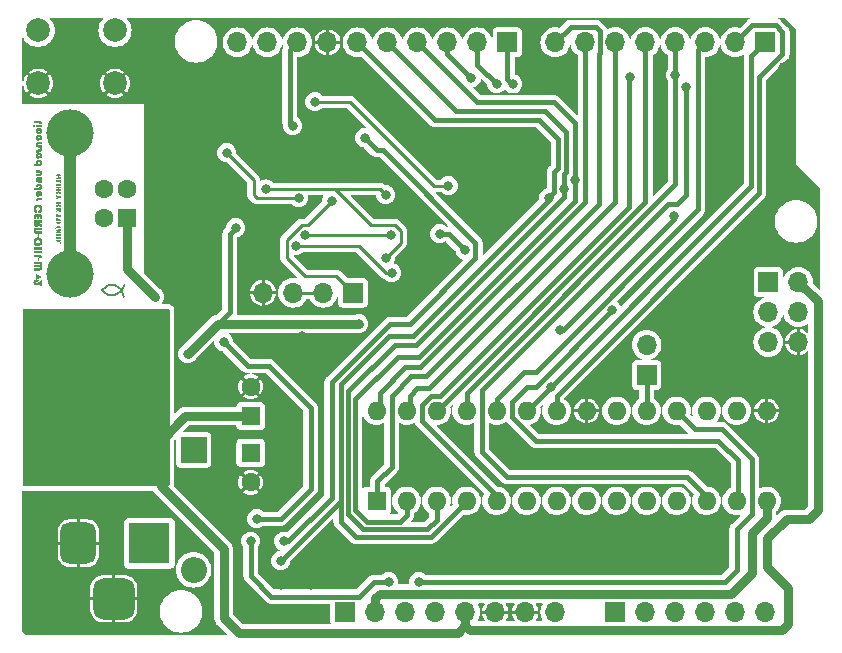
<source format=gbr>
%TF.GenerationSoftware,KiCad,Pcbnew,7.0.1*%
%TF.CreationDate,2023-08-20T21:18:48+10:00*%
%TF.ProjectId,UNO-128DA28,554e4f2d-3132-4384-9441-32382e6b6963,1.0*%
%TF.SameCoordinates,Original*%
%TF.FileFunction,Copper,L2,Bot*%
%TF.FilePolarity,Positive*%
%FSLAX46Y46*%
G04 Gerber Fmt 4.6, Leading zero omitted, Abs format (unit mm)*
G04 Created by KiCad (PCBNEW 7.0.1) date 2023-08-20 21:18:48*
%MOMM*%
%LPD*%
G01*
G04 APERTURE LIST*
G04 Aperture macros list*
%AMRoundRect*
0 Rectangle with rounded corners*
0 $1 Rounding radius*
0 $2 $3 $4 $5 $6 $7 $8 $9 X,Y pos of 4 corners*
0 Add a 4 corners polygon primitive as box body*
4,1,4,$2,$3,$4,$5,$6,$7,$8,$9,$2,$3,0*
0 Add four circle primitives for the rounded corners*
1,1,$1+$1,$2,$3*
1,1,$1+$1,$4,$5*
1,1,$1+$1,$6,$7*
1,1,$1+$1,$8,$9*
0 Add four rect primitives between the rounded corners*
20,1,$1+$1,$2,$3,$4,$5,0*
20,1,$1+$1,$4,$5,$6,$7,0*
20,1,$1+$1,$6,$7,$8,$9,0*
20,1,$1+$1,$8,$9,$2,$3,0*%
G04 Aperture macros list end*
%TA.AperFunction,NonConductor*%
%ADD10C,0.200000*%
%TD*%
%ADD11C,0.125000*%
%TA.AperFunction,NonConductor*%
%ADD12C,0.125000*%
%TD*%
%TA.AperFunction,ComponentPad*%
%ADD13R,1.600000X1.600000*%
%TD*%
%TA.AperFunction,ComponentPad*%
%ADD14C,1.600000*%
%TD*%
%TA.AperFunction,ComponentPad*%
%ADD15O,1.600000X1.600000*%
%TD*%
%TA.AperFunction,ComponentPad*%
%ADD16R,1.700000X1.700000*%
%TD*%
%TA.AperFunction,ComponentPad*%
%ADD17O,1.700000X1.700000*%
%TD*%
%TA.AperFunction,ComponentPad*%
%ADD18C,2.000000*%
%TD*%
%TA.AperFunction,ComponentPad*%
%ADD19C,4.000000*%
%TD*%
%TA.AperFunction,ComponentPad*%
%ADD20R,3.500000X3.500000*%
%TD*%
%TA.AperFunction,ComponentPad*%
%ADD21RoundRect,0.750000X-0.750000X-1.000000X0.750000X-1.000000X0.750000X1.000000X-0.750000X1.000000X0*%
%TD*%
%TA.AperFunction,ComponentPad*%
%ADD22RoundRect,0.875000X-0.875000X-0.875000X0.875000X-0.875000X0.875000X0.875000X-0.875000X0.875000X0*%
%TD*%
%TA.AperFunction,ComponentPad*%
%ADD23R,2.200000X2.200000*%
%TD*%
%TA.AperFunction,ComponentPad*%
%ADD24O,2.200000X2.200000*%
%TD*%
%TA.AperFunction,ViaPad*%
%ADD25C,0.800000*%
%TD*%
%TA.AperFunction,ViaPad*%
%ADD26C,1.219200*%
%TD*%
%TA.AperFunction,Conductor*%
%ADD27C,1.000000*%
%TD*%
%TA.AperFunction,Conductor*%
%ADD28C,0.750000*%
%TD*%
%TA.AperFunction,Conductor*%
%ADD29C,0.400000*%
%TD*%
%TA.AperFunction,Conductor*%
%ADD30C,0.250000*%
%TD*%
%TA.AperFunction,Conductor*%
%ADD31C,0.800000*%
%TD*%
G04 APERTURE END LIST*
D10*
X87209261Y-116290516D02*
G75*
G03*
X89154000Y-115824000I863039J689016D01*
G01*
X89088321Y-116840000D02*
G75*
G03*
X87226911Y-116276425I-1016021J0D01*
G01*
D11*
D12*
G36*
X81453356Y-101910236D02*
G01*
X81453356Y-102130971D01*
X81875958Y-102130971D01*
X81884434Y-102131095D01*
X81892347Y-102131467D01*
X81899697Y-102132087D01*
X81908620Y-102133299D01*
X81916541Y-102134952D01*
X81925034Y-102137638D01*
X81931961Y-102141012D01*
X81937324Y-102145076D01*
X81942242Y-102151409D01*
X81945563Y-102158280D01*
X81948177Y-102166600D01*
X81949760Y-102174299D01*
X81950891Y-102182926D01*
X81951569Y-102192480D01*
X81951781Y-102200254D01*
X81951795Y-102202961D01*
X81951795Y-102219631D01*
X82168500Y-102219631D01*
X82168500Y-102158082D01*
X82168231Y-102143673D01*
X82167426Y-102129666D01*
X82166085Y-102116059D01*
X82164206Y-102102852D01*
X82161791Y-102090047D01*
X82158840Y-102077642D01*
X82155351Y-102065638D01*
X82151326Y-102054034D01*
X82146765Y-102042832D01*
X82141666Y-102032030D01*
X82136031Y-102021628D01*
X82129860Y-102011628D01*
X82123151Y-102002028D01*
X82115906Y-101992829D01*
X82108125Y-101984030D01*
X82099806Y-101975632D01*
X82091013Y-101967713D01*
X82081809Y-101960305D01*
X82072191Y-101953408D01*
X82062162Y-101947022D01*
X82051721Y-101941146D01*
X82040867Y-101935782D01*
X82029602Y-101930928D01*
X82017924Y-101926585D01*
X82005834Y-101922754D01*
X81993332Y-101919433D01*
X81980417Y-101916623D01*
X81967091Y-101914324D01*
X81953352Y-101912535D01*
X81939201Y-101911258D01*
X81924638Y-101910492D01*
X81917202Y-101910300D01*
X81909663Y-101910236D01*
X81453356Y-101910236D01*
G37*
G36*
X81640935Y-102466194D02*
G01*
X82168500Y-102466194D01*
X82168500Y-102261946D01*
X81640935Y-102261946D01*
X81640935Y-102466194D01*
G37*
G36*
X81406462Y-102364528D02*
G01*
X81406724Y-102372225D01*
X81407512Y-102379722D01*
X81408824Y-102387020D01*
X81410661Y-102394118D01*
X81413926Y-102403271D01*
X81418125Y-102412070D01*
X81421887Y-102418436D01*
X81426173Y-102424602D01*
X81430984Y-102430568D01*
X81436321Y-102436336D01*
X81441981Y-102441770D01*
X81447835Y-102446670D01*
X81453882Y-102451035D01*
X81462246Y-102456024D01*
X81470953Y-102460062D01*
X81480003Y-102463151D01*
X81489397Y-102465289D01*
X81496668Y-102466269D01*
X81504132Y-102466714D01*
X81506662Y-102466744D01*
X81514666Y-102466491D01*
X81522395Y-102465733D01*
X81529851Y-102464469D01*
X81537033Y-102462699D01*
X81546184Y-102459554D01*
X81554848Y-102455510D01*
X81563025Y-102450566D01*
X81570716Y-102444725D01*
X81576165Y-102439754D01*
X81577920Y-102437984D01*
X81582896Y-102432452D01*
X81587383Y-102426639D01*
X81592603Y-102418453D01*
X81596954Y-102409769D01*
X81599646Y-102402929D01*
X81601848Y-102395809D01*
X81603562Y-102388409D01*
X81604785Y-102380729D01*
X81605519Y-102372769D01*
X81605764Y-102364528D01*
X81605519Y-102356288D01*
X81604785Y-102348327D01*
X81603562Y-102340647D01*
X81601848Y-102333247D01*
X81599646Y-102326127D01*
X81596954Y-102319287D01*
X81592603Y-102310603D01*
X81587383Y-102302417D01*
X81582896Y-102296605D01*
X81577920Y-102291072D01*
X81572563Y-102285932D01*
X81564994Y-102279866D01*
X81556938Y-102274698D01*
X81548396Y-102270429D01*
X81539367Y-102267059D01*
X81532276Y-102265121D01*
X81524911Y-102263689D01*
X81517273Y-102262762D01*
X81509361Y-102262341D01*
X81506662Y-102262312D01*
X81499134Y-102262578D01*
X81491799Y-102263375D01*
X81482319Y-102265264D01*
X81473183Y-102268098D01*
X81464390Y-102271876D01*
X81455941Y-102276599D01*
X81449829Y-102280760D01*
X81443911Y-102285454D01*
X81438186Y-102290678D01*
X81436321Y-102292538D01*
X81430984Y-102298337D01*
X81426173Y-102304333D01*
X81421887Y-102310526D01*
X81418125Y-102316915D01*
X81414889Y-102323501D01*
X81411390Y-102332587D01*
X81408824Y-102342022D01*
X81407512Y-102349328D01*
X81406724Y-102356830D01*
X81406462Y-102364528D01*
G37*
G36*
X81919372Y-102882934D02*
G01*
X81911861Y-103084617D01*
X81919372Y-103083990D01*
X81926790Y-103083232D01*
X81934116Y-103082342D01*
X81948493Y-103080166D01*
X81962502Y-103077464D01*
X81976144Y-103074236D01*
X81989417Y-103070481D01*
X82002323Y-103066199D01*
X82014861Y-103061390D01*
X82027031Y-103056055D01*
X82038834Y-103050193D01*
X82050268Y-103043805D01*
X82061335Y-103036890D01*
X82072034Y-103029448D01*
X82082365Y-103021479D01*
X82092328Y-103012984D01*
X82101924Y-103003963D01*
X82106584Y-102999254D01*
X82115501Y-102989599D01*
X82123843Y-102979682D01*
X82131610Y-102969506D01*
X82138801Y-102959069D01*
X82145417Y-102948371D01*
X82151458Y-102937413D01*
X82156923Y-102926195D01*
X82161813Y-102914716D01*
X82166128Y-102902976D01*
X82169868Y-102890976D01*
X82173032Y-102878716D01*
X82175621Y-102866195D01*
X82177634Y-102853414D01*
X82179073Y-102840372D01*
X82179936Y-102827070D01*
X82180223Y-102813508D01*
X82179906Y-102799176D01*
X82178955Y-102785126D01*
X82177370Y-102771356D01*
X82175151Y-102757866D01*
X82172298Y-102744657D01*
X82168811Y-102731728D01*
X82164691Y-102719080D01*
X82159936Y-102706712D01*
X82154547Y-102694625D01*
X82148524Y-102682819D01*
X82141867Y-102671292D01*
X82134576Y-102660047D01*
X82126652Y-102649082D01*
X82118093Y-102638397D01*
X82108900Y-102627993D01*
X82099073Y-102617869D01*
X82088787Y-102608220D01*
X82078216Y-102599193D01*
X82067361Y-102590789D01*
X82056220Y-102583007D01*
X82044795Y-102575848D01*
X82033085Y-102569311D01*
X82021090Y-102563397D01*
X82008810Y-102558106D01*
X81996246Y-102553437D01*
X81983397Y-102549390D01*
X81970263Y-102545966D01*
X81956844Y-102543165D01*
X81943140Y-102540986D01*
X81929152Y-102539430D01*
X81914879Y-102538496D01*
X81900321Y-102538185D01*
X81886457Y-102538500D01*
X81872846Y-102539444D01*
X81859489Y-102541018D01*
X81846385Y-102543222D01*
X81833535Y-102546056D01*
X81820937Y-102549519D01*
X81808593Y-102553612D01*
X81796502Y-102558335D01*
X81784665Y-102563687D01*
X81773081Y-102569669D01*
X81761750Y-102576281D01*
X81750672Y-102583522D01*
X81739848Y-102591393D01*
X81729277Y-102599894D01*
X81718960Y-102609025D01*
X81708896Y-102618785D01*
X81699246Y-102628984D01*
X81690220Y-102639433D01*
X81681815Y-102650131D01*
X81674034Y-102661077D01*
X81666875Y-102672273D01*
X81660338Y-102683717D01*
X81654424Y-102695411D01*
X81649132Y-102707353D01*
X81644463Y-102719545D01*
X81640417Y-102731986D01*
X81636993Y-102744675D01*
X81634192Y-102757614D01*
X81632013Y-102770802D01*
X81630456Y-102784238D01*
X81629523Y-102797924D01*
X81629211Y-102811859D01*
X81629456Y-102824087D01*
X81630190Y-102836133D01*
X81631414Y-102847998D01*
X81633127Y-102859681D01*
X81635329Y-102871182D01*
X81638021Y-102882501D01*
X81641203Y-102893639D01*
X81644873Y-102904595D01*
X81649034Y-102915369D01*
X81653683Y-102925961D01*
X81658822Y-102936372D01*
X81664451Y-102946601D01*
X81670569Y-102956648D01*
X81677176Y-102966513D01*
X81684273Y-102976197D01*
X81691860Y-102985699D01*
X81699852Y-102994892D01*
X81708166Y-103003651D01*
X81716802Y-103011974D01*
X81725760Y-103019862D01*
X81735040Y-103027315D01*
X81744642Y-103034334D01*
X81754566Y-103040917D01*
X81764812Y-103047065D01*
X81775380Y-103052778D01*
X81786270Y-103058056D01*
X81797482Y-103062899D01*
X81809016Y-103067306D01*
X81820872Y-103071279D01*
X81833050Y-103074817D01*
X81845550Y-103077919D01*
X81858372Y-103080587D01*
X81866066Y-102875240D01*
X81859355Y-102870410D01*
X81853304Y-102865400D01*
X81847913Y-102860209D01*
X81841752Y-102853008D01*
X81836765Y-102845486D01*
X81832951Y-102837643D01*
X81830310Y-102829480D01*
X81828844Y-102820997D01*
X81828513Y-102814423D01*
X81828845Y-102807033D01*
X81830194Y-102798262D01*
X81832581Y-102790010D01*
X81836005Y-102782277D01*
X81840466Y-102775062D01*
X81845965Y-102768366D01*
X81849763Y-102764598D01*
X81856627Y-102759004D01*
X81864056Y-102754358D01*
X81872048Y-102750661D01*
X81880603Y-102747911D01*
X81887853Y-102746394D01*
X81895464Y-102745484D01*
X81903435Y-102745181D01*
X81911512Y-102745504D01*
X81919257Y-102746474D01*
X81926670Y-102748091D01*
X81933752Y-102750355D01*
X81940501Y-102753266D01*
X81946918Y-102756824D01*
X81953003Y-102761029D01*
X81958756Y-102765880D01*
X81963951Y-102771255D01*
X81969470Y-102778409D01*
X81973908Y-102786046D01*
X81977263Y-102794166D01*
X81979536Y-102802768D01*
X81980726Y-102811854D01*
X81980921Y-102817538D01*
X81980380Y-102825738D01*
X81978757Y-102833511D01*
X81976052Y-102840855D01*
X81972266Y-102847771D01*
X81967397Y-102854259D01*
X81961446Y-102860318D01*
X81954414Y-102865950D01*
X81946300Y-102871153D01*
X81937103Y-102875927D01*
X81930371Y-102878873D01*
X81923159Y-102881627D01*
X81919372Y-102882934D01*
G37*
G36*
X81945750Y-103669151D02*
G01*
X81945750Y-103367084D01*
X81937289Y-103364762D01*
X81929196Y-103362834D01*
X81921469Y-103361299D01*
X81914108Y-103360157D01*
X81905760Y-103359307D01*
X81897939Y-103359024D01*
X81889286Y-103359292D01*
X81880498Y-103360097D01*
X81871576Y-103361439D01*
X81864341Y-103362899D01*
X81857021Y-103364702D01*
X81849615Y-103366849D01*
X81842123Y-103369339D01*
X81840237Y-103370015D01*
X81840237Y-103465086D01*
X81831857Y-103463180D01*
X81824300Y-103460553D01*
X81817568Y-103457204D01*
X81809875Y-103451617D01*
X81803646Y-103444747D01*
X81798884Y-103436596D01*
X81796273Y-103429641D01*
X81794487Y-103421964D01*
X81793526Y-103413566D01*
X81793342Y-103407567D01*
X81793795Y-103399507D01*
X81795151Y-103391814D01*
X81797413Y-103384486D01*
X81800578Y-103377525D01*
X81804648Y-103370931D01*
X81809623Y-103364703D01*
X81815502Y-103358841D01*
X81822285Y-103353345D01*
X81829793Y-103348365D01*
X81837844Y-103344049D01*
X81846440Y-103340397D01*
X81855579Y-103337408D01*
X81862790Y-103335603D01*
X81870307Y-103334171D01*
X81878130Y-103333113D01*
X81886259Y-103332428D01*
X81894694Y-103332117D01*
X81897573Y-103332096D01*
X81906504Y-103332276D01*
X81915094Y-103332817D01*
X81923343Y-103333719D01*
X81931250Y-103334981D01*
X81938816Y-103336604D01*
X81946041Y-103338588D01*
X81955142Y-103341793D01*
X81963637Y-103345640D01*
X81971526Y-103350128D01*
X81975242Y-103352613D01*
X81982069Y-103357928D01*
X81987985Y-103363615D01*
X81992991Y-103369674D01*
X81997087Y-103376106D01*
X82000272Y-103382909D01*
X82002548Y-103390085D01*
X82003913Y-103397632D01*
X82004368Y-103405552D01*
X82003639Y-103413924D01*
X82001452Y-103422439D01*
X81998653Y-103429354D01*
X81994921Y-103436361D01*
X81990255Y-103443459D01*
X81984657Y-103450649D01*
X81978125Y-103457931D01*
X81974510Y-103461606D01*
X82114278Y-103579392D01*
X82122263Y-103568947D01*
X82129734Y-103558403D01*
X82136689Y-103547761D01*
X82143129Y-103537020D01*
X82149054Y-103526180D01*
X82154463Y-103515241D01*
X82159358Y-103504204D01*
X82163737Y-103493067D01*
X82167601Y-103481833D01*
X82170950Y-103470499D01*
X82173783Y-103459066D01*
X82176102Y-103447535D01*
X82177905Y-103435905D01*
X82179193Y-103424177D01*
X82179966Y-103412349D01*
X82180223Y-103400423D01*
X82179915Y-103385960D01*
X82178990Y-103371789D01*
X82177448Y-103357911D01*
X82175289Y-103344324D01*
X82172513Y-103331029D01*
X82169121Y-103318025D01*
X82165111Y-103305314D01*
X82160485Y-103292895D01*
X82155242Y-103280768D01*
X82149383Y-103268933D01*
X82142906Y-103257389D01*
X82135813Y-103246138D01*
X82128103Y-103235178D01*
X82119776Y-103224511D01*
X82110832Y-103214135D01*
X82101272Y-103204052D01*
X82091233Y-103194425D01*
X82080901Y-103185419D01*
X82070276Y-103177034D01*
X82059357Y-103169270D01*
X82048145Y-103162127D01*
X82036640Y-103155606D01*
X82024841Y-103149705D01*
X82012749Y-103144426D01*
X82000363Y-103139768D01*
X81987684Y-103135731D01*
X81974712Y-103132315D01*
X81961446Y-103129520D01*
X81947887Y-103127346D01*
X81934035Y-103125793D01*
X81919889Y-103124861D01*
X81905450Y-103124551D01*
X81891096Y-103124864D01*
X81877022Y-103125804D01*
X81863229Y-103127372D01*
X81849717Y-103129565D01*
X81836485Y-103132386D01*
X81823533Y-103135834D01*
X81810862Y-103139908D01*
X81798472Y-103144609D01*
X81786362Y-103149937D01*
X81774532Y-103155892D01*
X81762983Y-103162474D01*
X81751714Y-103169682D01*
X81740726Y-103177518D01*
X81730019Y-103185980D01*
X81719592Y-103195069D01*
X81709445Y-103204785D01*
X81699729Y-103214978D01*
X81690640Y-103225456D01*
X81682178Y-103236216D01*
X81674343Y-103247260D01*
X81667134Y-103258587D01*
X81660553Y-103270198D01*
X81654598Y-103282092D01*
X81649270Y-103294269D01*
X81644569Y-103306730D01*
X81640494Y-103319474D01*
X81637047Y-103332501D01*
X81634226Y-103345812D01*
X81632032Y-103359406D01*
X81630465Y-103373284D01*
X81629525Y-103387444D01*
X81629211Y-103401889D01*
X81629520Y-103416011D01*
X81630448Y-103429850D01*
X81631993Y-103443403D01*
X81634157Y-103456671D01*
X81636939Y-103469655D01*
X81640340Y-103482354D01*
X81644358Y-103494768D01*
X81648995Y-103506898D01*
X81654250Y-103518742D01*
X81660123Y-103530302D01*
X81666615Y-103541577D01*
X81673725Y-103552567D01*
X81681453Y-103563273D01*
X81689799Y-103573693D01*
X81698763Y-103583829D01*
X81708346Y-103593680D01*
X81718381Y-103603108D01*
X81728702Y-103611927D01*
X81739309Y-103620138D01*
X81750203Y-103627741D01*
X81761383Y-103634735D01*
X81772849Y-103641122D01*
X81784601Y-103646900D01*
X81796640Y-103652070D01*
X81808964Y-103656631D01*
X81821575Y-103660585D01*
X81834473Y-103663930D01*
X81847656Y-103666667D01*
X81861126Y-103668796D01*
X81874881Y-103670316D01*
X81888923Y-103671229D01*
X81903252Y-103671533D01*
X81911353Y-103671344D01*
X81919738Y-103670937D01*
X81928376Y-103670407D01*
X81936598Y-103669837D01*
X81945750Y-103669151D01*
G37*
G36*
X82168500Y-104204409D02*
G01*
X82168500Y-103999978D01*
X81871378Y-103999978D01*
X81863718Y-103999708D01*
X81854676Y-103998506D01*
X81846974Y-103996342D01*
X81839230Y-103992285D01*
X81833579Y-103986725D01*
X81830020Y-103979662D01*
X81828555Y-103971097D01*
X81828513Y-103969204D01*
X81829560Y-103960496D01*
X81832699Y-103953265D01*
X81837932Y-103947509D01*
X81845257Y-103943229D01*
X81852625Y-103940868D01*
X81861332Y-103939451D01*
X81868741Y-103939008D01*
X81871378Y-103938979D01*
X82168500Y-103938979D01*
X82168500Y-103734730D01*
X81874859Y-103734730D01*
X81862048Y-103734997D01*
X81849491Y-103735795D01*
X81837187Y-103737126D01*
X81825136Y-103738989D01*
X81813339Y-103741385D01*
X81801795Y-103744313D01*
X81790504Y-103747774D01*
X81779466Y-103751766D01*
X81768682Y-103756292D01*
X81758151Y-103761349D01*
X81747874Y-103766939D01*
X81737850Y-103773061D01*
X81728079Y-103779716D01*
X81718561Y-103786903D01*
X81709297Y-103794622D01*
X81700286Y-103802874D01*
X81691679Y-103811512D01*
X81683628Y-103820388D01*
X81676132Y-103829504D01*
X81669191Y-103838858D01*
X81662805Y-103848452D01*
X81656975Y-103858284D01*
X81651700Y-103868355D01*
X81646980Y-103878666D01*
X81642815Y-103889215D01*
X81639206Y-103900004D01*
X81636152Y-103911031D01*
X81633653Y-103922298D01*
X81631710Y-103933803D01*
X81630322Y-103945547D01*
X81629489Y-103957531D01*
X81629211Y-103969753D01*
X81629534Y-103983706D01*
X81630502Y-103997311D01*
X81632116Y-104010566D01*
X81634375Y-104023471D01*
X81637279Y-104036028D01*
X81640829Y-104048235D01*
X81645024Y-104060093D01*
X81649865Y-104071602D01*
X81655351Y-104082762D01*
X81661483Y-104093573D01*
X81668260Y-104104034D01*
X81675682Y-104114146D01*
X81683750Y-104123910D01*
X81692464Y-104133323D01*
X81701822Y-104142388D01*
X81711826Y-104151103D01*
X81720081Y-104157559D01*
X81728725Y-104163597D01*
X81737758Y-104169219D01*
X81747181Y-104174425D01*
X81756992Y-104179214D01*
X81767193Y-104183587D01*
X81777783Y-104187543D01*
X81788763Y-104191083D01*
X81800132Y-104194206D01*
X81811890Y-104196913D01*
X81824037Y-104199204D01*
X81836573Y-104201078D01*
X81849499Y-104202535D01*
X81862814Y-104203577D01*
X81876519Y-104204201D01*
X81890612Y-104204409D01*
X82168500Y-104204409D01*
G37*
G36*
X81652659Y-104635437D02*
G01*
X81867531Y-104635437D01*
X81867649Y-104627428D01*
X81868001Y-104619957D01*
X81868837Y-104610833D01*
X81870091Y-104602664D01*
X81871762Y-104595451D01*
X81874439Y-104587779D01*
X81878514Y-104580545D01*
X81880904Y-104577735D01*
X81886929Y-104572993D01*
X81893495Y-104569562D01*
X81901466Y-104566606D01*
X81908853Y-104564583D01*
X81917139Y-104562863D01*
X81926324Y-104561446D01*
X81933803Y-104560582D01*
X81936408Y-104560332D01*
X81945665Y-104559374D01*
X81954751Y-104558239D01*
X81963667Y-104556927D01*
X81972412Y-104555438D01*
X81980986Y-104553773D01*
X81989390Y-104551930D01*
X81997623Y-104549911D01*
X82005685Y-104547716D01*
X82013577Y-104545343D01*
X82021298Y-104542794D01*
X82028848Y-104540068D01*
X82036228Y-104537166D01*
X82043437Y-104534086D01*
X82050475Y-104530830D01*
X82057343Y-104527397D01*
X82064040Y-104523788D01*
X82070566Y-104520001D01*
X82076922Y-104516038D01*
X82083107Y-104511898D01*
X82089122Y-104507582D01*
X82094965Y-104503088D01*
X82100638Y-104498418D01*
X82106141Y-104493571D01*
X82116634Y-104483348D01*
X82121624Y-104477971D01*
X82126444Y-104472417D01*
X82131093Y-104466686D01*
X82135572Y-104460779D01*
X82139879Y-104454695D01*
X82144017Y-104448434D01*
X82147983Y-104441997D01*
X82151887Y-104434903D01*
X82155539Y-104427451D01*
X82158940Y-104419641D01*
X82162088Y-104411474D01*
X82164985Y-104402949D01*
X82167629Y-104394066D01*
X82170022Y-104384825D01*
X82172163Y-104375227D01*
X82174052Y-104365271D01*
X82175689Y-104354957D01*
X82177075Y-104344285D01*
X82178208Y-104333255D01*
X82179090Y-104321868D01*
X82179719Y-104310123D01*
X82180097Y-104298020D01*
X82180223Y-104285559D01*
X82180223Y-104252770D01*
X81969197Y-104252770D01*
X81969197Y-104267424D01*
X81969043Y-104275440D01*
X81968579Y-104283002D01*
X81967480Y-104292379D01*
X81965831Y-104300949D01*
X81963633Y-104308711D01*
X81960885Y-104315666D01*
X81956678Y-104323225D01*
X81951612Y-104329523D01*
X81945361Y-104334872D01*
X81937716Y-104339469D01*
X81930595Y-104342606D01*
X81922580Y-104345262D01*
X81913673Y-104347438D01*
X81906407Y-104348753D01*
X81898638Y-104349799D01*
X81890367Y-104350574D01*
X81887498Y-104350772D01*
X81877742Y-104351303D01*
X81868350Y-104351888D01*
X81859321Y-104352528D01*
X81850656Y-104353222D01*
X81842354Y-104353971D01*
X81834415Y-104354773D01*
X81826840Y-104355631D01*
X81816160Y-104357018D01*
X81806297Y-104358529D01*
X81797252Y-104360161D01*
X81789025Y-104361916D01*
X81781616Y-104363793D01*
X81775024Y-104365793D01*
X81766747Y-104368893D01*
X81758492Y-104372697D01*
X81750260Y-104377205D01*
X81742051Y-104382417D01*
X81735910Y-104386788D01*
X81729781Y-104391555D01*
X81723665Y-104396718D01*
X81717562Y-104402278D01*
X81711472Y-104408233D01*
X81709445Y-104410306D01*
X81702569Y-104417762D01*
X81696136Y-104425568D01*
X81690147Y-104433722D01*
X81684601Y-104442226D01*
X81679499Y-104451079D01*
X81674841Y-104460281D01*
X81670626Y-104469832D01*
X81666855Y-104479732D01*
X81663528Y-104489982D01*
X81660644Y-104500581D01*
X81658204Y-104511529D01*
X81656208Y-104522826D01*
X81654655Y-104534472D01*
X81653546Y-104546468D01*
X81652880Y-104558813D01*
X81652659Y-104571506D01*
X81652659Y-104635437D01*
G37*
G36*
X81945750Y-105200554D02*
G01*
X81945750Y-104898487D01*
X81937289Y-104896165D01*
X81929196Y-104894236D01*
X81921469Y-104892701D01*
X81914108Y-104891560D01*
X81905760Y-104890710D01*
X81897939Y-104890427D01*
X81889286Y-104890695D01*
X81880498Y-104891500D01*
X81871576Y-104892842D01*
X81864341Y-104894301D01*
X81857021Y-104896105D01*
X81849615Y-104898251D01*
X81842123Y-104900741D01*
X81840237Y-104901418D01*
X81840237Y-104996489D01*
X81831857Y-104994583D01*
X81824300Y-104991955D01*
X81817568Y-104988606D01*
X81809875Y-104983019D01*
X81803646Y-104976150D01*
X81798884Y-104967998D01*
X81796273Y-104961043D01*
X81794487Y-104953367D01*
X81793526Y-104944969D01*
X81793342Y-104938970D01*
X81793795Y-104930910D01*
X81795151Y-104923216D01*
X81797413Y-104915889D01*
X81800578Y-104908928D01*
X81804648Y-104902333D01*
X81809623Y-104896105D01*
X81815502Y-104890243D01*
X81822285Y-104884748D01*
X81829793Y-104879768D01*
X81837844Y-104875451D01*
X81846440Y-104871799D01*
X81855579Y-104868811D01*
X81862790Y-104867006D01*
X81870307Y-104865574D01*
X81878130Y-104864516D01*
X81886259Y-104863831D01*
X81894694Y-104863520D01*
X81897573Y-104863499D01*
X81906504Y-104863679D01*
X81915094Y-104864220D01*
X81923343Y-104865122D01*
X81931250Y-104866384D01*
X81938816Y-104868007D01*
X81946041Y-104869990D01*
X81955142Y-104873196D01*
X81963637Y-104877043D01*
X81971526Y-104881531D01*
X81975242Y-104884015D01*
X81982069Y-104889330D01*
X81987985Y-104895018D01*
X81992991Y-104901077D01*
X81997087Y-104907508D01*
X82000272Y-104914312D01*
X82002548Y-104921487D01*
X82003913Y-104929035D01*
X82004368Y-104936955D01*
X82003639Y-104945327D01*
X82001452Y-104953842D01*
X81998653Y-104960757D01*
X81994921Y-104967764D01*
X81990255Y-104974862D01*
X81984657Y-104982052D01*
X81978125Y-104989333D01*
X81974510Y-104993009D01*
X82114278Y-105110795D01*
X82122263Y-105100350D01*
X82129734Y-105089806D01*
X82136689Y-105079164D01*
X82143129Y-105068422D01*
X82149054Y-105057582D01*
X82154463Y-105046644D01*
X82159358Y-105035606D01*
X82163737Y-105024470D01*
X82167601Y-105013235D01*
X82170950Y-105001901D01*
X82173783Y-104990469D01*
X82176102Y-104978938D01*
X82177905Y-104967308D01*
X82179193Y-104955579D01*
X82179966Y-104943752D01*
X82180223Y-104931826D01*
X82179915Y-104917363D01*
X82178990Y-104903192D01*
X82177448Y-104889313D01*
X82175289Y-104875726D01*
X82172513Y-104862431D01*
X82169121Y-104849428D01*
X82165111Y-104836717D01*
X82160485Y-104824298D01*
X82155242Y-104812171D01*
X82149383Y-104800335D01*
X82142906Y-104788792D01*
X82135813Y-104777541D01*
X82128103Y-104766581D01*
X82119776Y-104755914D01*
X82110832Y-104745538D01*
X82101272Y-104735454D01*
X82091233Y-104725827D01*
X82080901Y-104716821D01*
X82070276Y-104708437D01*
X82059357Y-104700673D01*
X82048145Y-104693530D01*
X82036640Y-104687009D01*
X82024841Y-104681108D01*
X82012749Y-104675829D01*
X82000363Y-104671170D01*
X81987684Y-104667133D01*
X81974712Y-104663717D01*
X81961446Y-104660922D01*
X81947887Y-104658748D01*
X81934035Y-104657196D01*
X81919889Y-104656264D01*
X81905450Y-104655953D01*
X81891096Y-104656267D01*
X81877022Y-104657207D01*
X81863229Y-104658774D01*
X81849717Y-104660968D01*
X81836485Y-104663789D01*
X81823533Y-104667236D01*
X81810862Y-104671311D01*
X81798472Y-104676012D01*
X81786362Y-104681340D01*
X81774532Y-104687295D01*
X81762983Y-104693876D01*
X81751714Y-104701085D01*
X81740726Y-104708920D01*
X81730019Y-104717382D01*
X81719592Y-104726471D01*
X81709445Y-104736187D01*
X81699729Y-104746381D01*
X81690640Y-104756858D01*
X81682178Y-104767619D01*
X81674343Y-104778663D01*
X81667134Y-104789990D01*
X81660553Y-104801600D01*
X81654598Y-104813494D01*
X81649270Y-104825672D01*
X81644569Y-104838132D01*
X81640494Y-104850876D01*
X81637047Y-104863904D01*
X81634226Y-104877215D01*
X81632032Y-104890809D01*
X81630465Y-104904686D01*
X81629525Y-104918847D01*
X81629211Y-104933291D01*
X81629520Y-104947414D01*
X81630448Y-104961252D01*
X81631993Y-104974806D01*
X81634157Y-104988074D01*
X81636939Y-105001058D01*
X81640340Y-105013757D01*
X81644358Y-105026171D01*
X81648995Y-105038300D01*
X81654250Y-105050145D01*
X81660123Y-105061705D01*
X81666615Y-105072980D01*
X81673725Y-105083970D01*
X81681453Y-105094675D01*
X81689799Y-105105096D01*
X81698763Y-105115232D01*
X81708346Y-105125083D01*
X81718381Y-105134510D01*
X81728702Y-105143330D01*
X81739309Y-105151541D01*
X81750203Y-105159143D01*
X81761383Y-105166138D01*
X81772849Y-105172524D01*
X81784601Y-105178302D01*
X81796640Y-105183472D01*
X81808964Y-105188034D01*
X81821575Y-105191987D01*
X81834473Y-105195333D01*
X81847656Y-105198070D01*
X81861126Y-105200198D01*
X81874881Y-105201719D01*
X81888923Y-105202631D01*
X81903252Y-105202935D01*
X81911353Y-105202747D01*
X81919738Y-105202340D01*
X81928376Y-105201810D01*
X81936598Y-105201240D01*
X81945750Y-105200554D01*
G37*
G36*
X81453356Y-105582306D02*
G01*
X81453356Y-105786737D01*
X81886399Y-105786737D01*
X81893934Y-105786675D01*
X81901381Y-105786491D01*
X81908740Y-105786183D01*
X81923195Y-105785198D01*
X81937297Y-105783721D01*
X81951047Y-105781752D01*
X81964445Y-105779291D01*
X81977491Y-105776337D01*
X81990185Y-105772891D01*
X82002527Y-105768952D01*
X82014517Y-105764522D01*
X82026154Y-105759599D01*
X82037440Y-105754183D01*
X82048374Y-105748276D01*
X82058956Y-105741876D01*
X82069185Y-105734984D01*
X82079063Y-105727599D01*
X82083869Y-105723722D01*
X82092020Y-105716715D01*
X82099849Y-105709363D01*
X82107356Y-105701667D01*
X82114541Y-105693626D01*
X82121404Y-105685240D01*
X82127945Y-105676510D01*
X82134164Y-105667436D01*
X82138131Y-105661195D01*
X82141955Y-105654801D01*
X82145635Y-105648253D01*
X82149173Y-105641553D01*
X82152568Y-105634699D01*
X82154211Y-105631215D01*
X82157361Y-105624197D01*
X82160308Y-105617156D01*
X82163051Y-105610092D01*
X82165591Y-105603005D01*
X82167928Y-105595895D01*
X82170062Y-105588763D01*
X82171993Y-105581607D01*
X82173720Y-105574429D01*
X82175244Y-105567227D01*
X82176565Y-105560003D01*
X82177683Y-105552756D01*
X82178597Y-105545486D01*
X82179309Y-105538193D01*
X82179817Y-105530877D01*
X82180122Y-105523538D01*
X82180223Y-105516177D01*
X82179912Y-105501643D01*
X82178978Y-105487397D01*
X82177422Y-105473439D01*
X82175243Y-105459768D01*
X82172441Y-105446385D01*
X82169018Y-105433290D01*
X82164971Y-105420482D01*
X82160302Y-105407962D01*
X82155011Y-105395729D01*
X82149097Y-105383785D01*
X82142560Y-105372128D01*
X82135401Y-105360758D01*
X82127619Y-105349676D01*
X82119215Y-105338882D01*
X82110188Y-105328376D01*
X82100539Y-105318157D01*
X82090415Y-105308419D01*
X82080011Y-105299309D01*
X82069326Y-105290828D01*
X82058361Y-105282974D01*
X82047116Y-105275749D01*
X82035589Y-105269153D01*
X82023783Y-105263184D01*
X82011696Y-105257844D01*
X81999328Y-105253132D01*
X81986680Y-105249049D01*
X81973751Y-105245593D01*
X81960542Y-105242766D01*
X81947052Y-105240567D01*
X81933282Y-105238996D01*
X81919232Y-105238054D01*
X81904900Y-105237740D01*
X81891006Y-105238053D01*
X81877349Y-105238991D01*
X81863929Y-105240554D01*
X81850747Y-105242743D01*
X81837803Y-105245557D01*
X81825096Y-105248997D01*
X81812627Y-105253062D01*
X81800395Y-105257753D01*
X81788401Y-105263068D01*
X81776644Y-105269010D01*
X81765125Y-105275576D01*
X81753844Y-105282768D01*
X81742800Y-105290586D01*
X81731994Y-105299029D01*
X81721425Y-105308097D01*
X81711094Y-105317790D01*
X81701178Y-105327912D01*
X81691903Y-105338264D01*
X81683266Y-105348846D01*
X81675270Y-105359659D01*
X81667914Y-105370702D01*
X81661197Y-105381976D01*
X81655119Y-105393480D01*
X81649682Y-105405214D01*
X81644884Y-105417179D01*
X81640726Y-105429374D01*
X81637208Y-105441800D01*
X81634329Y-105454456D01*
X81632090Y-105467342D01*
X81630491Y-105480459D01*
X81629531Y-105493806D01*
X81629211Y-105507384D01*
X81629465Y-105516076D01*
X81629958Y-105523604D01*
X81630711Y-105532233D01*
X81631499Y-105539928D01*
X81632454Y-105548327D01*
X81633574Y-105557430D01*
X81634524Y-105564720D01*
X81869546Y-105564720D01*
X81862213Y-105558742D01*
X81855602Y-105552967D01*
X81849711Y-105547395D01*
X81844542Y-105542025D01*
X81838772Y-105535182D01*
X81834284Y-105528699D01*
X81830477Y-105521102D01*
X81828554Y-105512730D01*
X81828513Y-105511414D01*
X81829064Y-105503121D01*
X81830714Y-105495185D01*
X81833464Y-105487607D01*
X81837315Y-105480388D01*
X81842266Y-105473525D01*
X81848316Y-105467021D01*
X81851045Y-105464519D01*
X81856829Y-105459883D01*
X81864487Y-105454956D01*
X81872618Y-105450995D01*
X81881224Y-105448001D01*
X81888449Y-105446301D01*
X81895978Y-105445219D01*
X81903811Y-105444755D01*
X81905816Y-105444736D01*
X81913418Y-105445056D01*
X81920746Y-105446018D01*
X81929518Y-105448122D01*
X81937862Y-105451227D01*
X81945776Y-105455335D01*
X81953260Y-105460444D01*
X81958939Y-105465252D01*
X81964091Y-105470501D01*
X81969565Y-105477401D01*
X81973966Y-105484677D01*
X81977293Y-105492328D01*
X81979547Y-105500354D01*
X81980728Y-105508757D01*
X81980921Y-105513979D01*
X81980523Y-105522253D01*
X81979330Y-105529993D01*
X81977340Y-105537199D01*
X81972865Y-105547008D01*
X81966598Y-105555615D01*
X81958542Y-105563022D01*
X81952176Y-105567292D01*
X81945015Y-105571029D01*
X81937058Y-105574232D01*
X81928306Y-105576901D01*
X81918757Y-105579036D01*
X81908413Y-105580637D01*
X81897273Y-105581705D01*
X81885338Y-105582239D01*
X81879072Y-105582306D01*
X81453356Y-105582306D01*
G37*
G36*
X81652659Y-106135882D02*
G01*
X81652659Y-106340130D01*
X81947399Y-106340130D01*
X81955485Y-106340400D01*
X81962775Y-106341212D01*
X81971259Y-106343135D01*
X81978329Y-106346020D01*
X81985177Y-106350979D01*
X81989817Y-106357441D01*
X81992247Y-106365405D01*
X81992645Y-106370905D01*
X81991540Y-106379612D01*
X81988226Y-106386844D01*
X81982703Y-106392599D01*
X81974970Y-106396879D01*
X81967194Y-106399241D01*
X81958003Y-106400657D01*
X81950182Y-106401100D01*
X81947399Y-106401130D01*
X81652659Y-106401130D01*
X81652659Y-106605561D01*
X81943735Y-106605561D01*
X81956660Y-106605295D01*
X81969332Y-106604496D01*
X81981750Y-106603165D01*
X81993915Y-106601302D01*
X82005827Y-106598906D01*
X82017486Y-106595978D01*
X82028891Y-106592518D01*
X82040043Y-106588525D01*
X82050942Y-106584000D01*
X82061587Y-106578942D01*
X82071979Y-106573352D01*
X82082118Y-106567230D01*
X82092003Y-106560575D01*
X82101635Y-106553388D01*
X82111014Y-106545669D01*
X82120139Y-106537417D01*
X82128835Y-106528780D01*
X82136969Y-106519903D01*
X82144543Y-106510788D01*
X82151555Y-106501433D01*
X82158007Y-106491840D01*
X82163897Y-106482007D01*
X82169227Y-106471936D01*
X82173995Y-106461626D01*
X82178202Y-106451076D01*
X82181849Y-106440288D01*
X82184934Y-106429260D01*
X82187459Y-106417994D01*
X82189422Y-106406488D01*
X82190825Y-106394744D01*
X82191666Y-106382761D01*
X82191947Y-106370538D01*
X82191621Y-106356649D01*
X82190642Y-106343101D01*
X82189010Y-106329893D01*
X82186726Y-106317026D01*
X82183789Y-106304500D01*
X82180200Y-106292314D01*
X82175958Y-106280468D01*
X82171064Y-106268964D01*
X82165517Y-106257800D01*
X82159317Y-106246976D01*
X82152465Y-106236493D01*
X82144961Y-106226351D01*
X82136803Y-106216549D01*
X82127993Y-106207088D01*
X82118531Y-106197968D01*
X82108416Y-106189188D01*
X82100070Y-106182733D01*
X82091337Y-106176694D01*
X82082216Y-106171072D01*
X82072707Y-106165867D01*
X82062810Y-106161077D01*
X82052525Y-106156705D01*
X82041853Y-106152748D01*
X82030792Y-106149208D01*
X82019344Y-106146085D01*
X82007508Y-106143378D01*
X81995284Y-106141088D01*
X81982673Y-106139214D01*
X81969673Y-106137756D01*
X81956286Y-106136715D01*
X81942511Y-106136090D01*
X81928348Y-106135882D01*
X81652659Y-106135882D01*
G37*
G36*
X82168500Y-107172693D02*
G01*
X82168500Y-106968262D01*
X81871378Y-106968262D01*
X81863718Y-106967991D01*
X81854676Y-106966789D01*
X81846974Y-106964625D01*
X81839230Y-106960568D01*
X81833579Y-106955008D01*
X81830020Y-106947945D01*
X81828555Y-106939380D01*
X81828513Y-106937487D01*
X81829560Y-106928780D01*
X81832699Y-106921548D01*
X81837932Y-106915792D01*
X81845257Y-106911512D01*
X81852625Y-106909151D01*
X81861332Y-106907734D01*
X81868741Y-106907291D01*
X81871378Y-106907262D01*
X82168500Y-106907262D01*
X82168500Y-106703014D01*
X81874859Y-106703014D01*
X81862048Y-106703280D01*
X81849491Y-106704079D01*
X81837187Y-106705409D01*
X81825136Y-106707273D01*
X81813339Y-106709668D01*
X81801795Y-106712597D01*
X81790504Y-106716057D01*
X81779466Y-106720050D01*
X81768682Y-106724575D01*
X81758151Y-106729632D01*
X81747874Y-106735222D01*
X81737850Y-106741345D01*
X81728079Y-106747999D01*
X81718561Y-106755186D01*
X81709297Y-106762906D01*
X81700286Y-106771158D01*
X81691679Y-106779795D01*
X81683628Y-106788671D01*
X81676132Y-106797787D01*
X81669191Y-106807141D01*
X81662805Y-106816735D01*
X81656975Y-106826567D01*
X81651700Y-106836639D01*
X81646980Y-106846949D01*
X81642815Y-106857499D01*
X81639206Y-106868287D01*
X81636152Y-106879314D01*
X81633653Y-106890581D01*
X81631710Y-106902086D01*
X81630322Y-106913831D01*
X81629489Y-106925814D01*
X81629211Y-106938036D01*
X81629534Y-106951990D01*
X81630502Y-106965594D01*
X81632116Y-106978849D01*
X81634375Y-106991755D01*
X81637279Y-107004311D01*
X81640829Y-107016519D01*
X81645024Y-107028377D01*
X81649865Y-107039886D01*
X81655351Y-107051046D01*
X81661483Y-107061856D01*
X81668260Y-107072318D01*
X81675682Y-107082430D01*
X81683750Y-107092193D01*
X81692464Y-107101607D01*
X81701822Y-107110671D01*
X81711826Y-107119387D01*
X81720081Y-107125842D01*
X81728725Y-107131880D01*
X81737758Y-107137503D01*
X81747181Y-107142708D01*
X81756992Y-107147497D01*
X81767193Y-107151870D01*
X81777783Y-107155826D01*
X81788763Y-107159366D01*
X81800132Y-107162490D01*
X81811890Y-107165197D01*
X81824037Y-107167487D01*
X81836573Y-107169361D01*
X81849499Y-107170819D01*
X81862814Y-107171860D01*
X81876519Y-107172485D01*
X81890612Y-107172693D01*
X82168500Y-107172693D01*
G37*
G36*
X81453356Y-107586318D02*
G01*
X81453356Y-107790749D01*
X81886399Y-107790749D01*
X81893934Y-107790688D01*
X81901381Y-107790503D01*
X81908740Y-107790195D01*
X81923195Y-107789211D01*
X81937297Y-107787734D01*
X81951047Y-107785765D01*
X81964445Y-107783303D01*
X81977491Y-107780349D01*
X81990185Y-107776903D01*
X82002527Y-107772965D01*
X82014517Y-107768534D01*
X82026154Y-107763611D01*
X82037440Y-107758196D01*
X82048374Y-107752288D01*
X82058956Y-107745888D01*
X82069185Y-107738996D01*
X82079063Y-107731612D01*
X82083869Y-107727735D01*
X82092020Y-107720727D01*
X82099849Y-107713376D01*
X82107356Y-107705679D01*
X82114541Y-107697638D01*
X82121404Y-107689253D01*
X82127945Y-107680523D01*
X82134164Y-107671449D01*
X82138131Y-107665207D01*
X82141955Y-107658813D01*
X82145635Y-107652266D01*
X82149173Y-107645565D01*
X82152568Y-107638712D01*
X82154211Y-107635228D01*
X82157361Y-107628210D01*
X82160308Y-107621168D01*
X82163051Y-107614105D01*
X82165591Y-107607018D01*
X82167928Y-107599908D01*
X82170062Y-107592775D01*
X82171993Y-107585620D01*
X82173720Y-107578441D01*
X82175244Y-107571240D01*
X82176565Y-107564016D01*
X82177683Y-107556768D01*
X82178597Y-107549498D01*
X82179309Y-107542206D01*
X82179817Y-107534890D01*
X82180122Y-107527551D01*
X82180223Y-107520189D01*
X82179912Y-107505656D01*
X82178978Y-107491410D01*
X82177422Y-107477451D01*
X82175243Y-107463781D01*
X82172441Y-107450398D01*
X82169018Y-107437302D01*
X82164971Y-107424495D01*
X82160302Y-107411974D01*
X82155011Y-107399742D01*
X82149097Y-107387797D01*
X82142560Y-107376140D01*
X82135401Y-107364771D01*
X82127619Y-107353689D01*
X82119215Y-107342895D01*
X82110188Y-107332388D01*
X82100539Y-107322169D01*
X82090415Y-107312431D01*
X82080011Y-107303322D01*
X82069326Y-107294840D01*
X82058361Y-107286987D01*
X82047116Y-107279762D01*
X82035589Y-107273165D01*
X82023783Y-107267197D01*
X82011696Y-107261857D01*
X81999328Y-107257145D01*
X81986680Y-107253061D01*
X81973751Y-107249606D01*
X81960542Y-107246779D01*
X81947052Y-107244580D01*
X81933282Y-107243009D01*
X81919232Y-107242067D01*
X81904900Y-107241752D01*
X81891006Y-107242065D01*
X81877349Y-107243003D01*
X81863929Y-107244567D01*
X81850747Y-107246756D01*
X81837803Y-107249570D01*
X81825096Y-107253010D01*
X81812627Y-107257075D01*
X81800395Y-107261765D01*
X81788401Y-107267081D01*
X81776644Y-107273022D01*
X81765125Y-107279589D01*
X81753844Y-107286781D01*
X81742800Y-107294598D01*
X81731994Y-107303041D01*
X81721425Y-107312109D01*
X81711094Y-107321803D01*
X81701178Y-107331925D01*
X81691903Y-107342277D01*
X81683266Y-107352859D01*
X81675270Y-107363672D01*
X81667914Y-107374715D01*
X81661197Y-107385988D01*
X81655119Y-107397492D01*
X81649682Y-107409227D01*
X81644884Y-107421192D01*
X81640726Y-107433387D01*
X81637208Y-107445812D01*
X81634329Y-107458468D01*
X81632090Y-107471355D01*
X81630491Y-107484472D01*
X81629531Y-107497819D01*
X81629211Y-107511397D01*
X81629465Y-107520088D01*
X81629958Y-107527617D01*
X81630711Y-107536245D01*
X81631499Y-107543941D01*
X81632454Y-107552340D01*
X81633574Y-107561443D01*
X81634524Y-107568733D01*
X81869546Y-107568733D01*
X81862213Y-107562755D01*
X81855602Y-107556980D01*
X81849711Y-107551407D01*
X81844542Y-107546038D01*
X81838772Y-107539194D01*
X81834284Y-107532712D01*
X81830477Y-107525115D01*
X81828554Y-107516743D01*
X81828513Y-107515427D01*
X81829064Y-107507133D01*
X81830714Y-107499198D01*
X81833464Y-107491620D01*
X81837315Y-107484400D01*
X81842266Y-107477538D01*
X81848316Y-107471034D01*
X81851045Y-107468532D01*
X81856829Y-107463895D01*
X81864487Y-107458969D01*
X81872618Y-107455008D01*
X81881224Y-107452013D01*
X81888449Y-107450313D01*
X81895978Y-107449231D01*
X81903811Y-107448768D01*
X81905816Y-107448748D01*
X81913418Y-107449069D01*
X81920746Y-107450031D01*
X81929518Y-107452134D01*
X81937862Y-107455240D01*
X81945776Y-107459347D01*
X81953260Y-107464456D01*
X81958939Y-107469265D01*
X81964091Y-107474514D01*
X81969565Y-107481414D01*
X81973966Y-107488689D01*
X81977293Y-107496340D01*
X81979547Y-107504367D01*
X81980728Y-107512769D01*
X81980921Y-107517991D01*
X81980523Y-107526265D01*
X81979330Y-107534005D01*
X81977340Y-107541212D01*
X81972865Y-107551020D01*
X81966598Y-107559628D01*
X81958542Y-107567034D01*
X81952176Y-107571305D01*
X81945015Y-107575041D01*
X81937058Y-107578244D01*
X81928306Y-107580913D01*
X81918757Y-107583049D01*
X81908413Y-107584650D01*
X81897273Y-107585718D01*
X81885338Y-107586251D01*
X81879072Y-107586318D01*
X81453356Y-107586318D01*
G37*
G36*
X81945750Y-108393785D02*
G01*
X81945750Y-108091718D01*
X81937289Y-108089396D01*
X81929196Y-108087467D01*
X81921469Y-108085932D01*
X81914108Y-108084791D01*
X81905760Y-108083941D01*
X81897939Y-108083658D01*
X81889286Y-108083926D01*
X81880498Y-108084731D01*
X81871576Y-108086073D01*
X81864341Y-108087532D01*
X81857021Y-108089335D01*
X81849615Y-108091482D01*
X81842123Y-108093972D01*
X81840237Y-108094648D01*
X81840237Y-108189720D01*
X81831857Y-108187814D01*
X81824300Y-108185186D01*
X81817568Y-108181837D01*
X81809875Y-108176250D01*
X81803646Y-108169381D01*
X81798884Y-108161229D01*
X81796273Y-108154274D01*
X81794487Y-108146598D01*
X81793526Y-108138200D01*
X81793342Y-108132201D01*
X81793795Y-108124141D01*
X81795151Y-108116447D01*
X81797413Y-108109120D01*
X81800578Y-108102159D01*
X81804648Y-108095564D01*
X81809623Y-108089336D01*
X81815502Y-108083474D01*
X81822285Y-108077979D01*
X81829793Y-108072999D01*
X81837844Y-108068682D01*
X81846440Y-108065030D01*
X81855579Y-108062042D01*
X81862790Y-108060237D01*
X81870307Y-108058805D01*
X81878130Y-108057747D01*
X81886259Y-108057062D01*
X81894694Y-108056751D01*
X81897573Y-108056730D01*
X81906504Y-108056910D01*
X81915094Y-108057451D01*
X81923343Y-108058353D01*
X81931250Y-108059615D01*
X81938816Y-108061238D01*
X81946041Y-108063221D01*
X81955142Y-108066427D01*
X81963637Y-108070274D01*
X81971526Y-108074762D01*
X81975242Y-108077246D01*
X81982069Y-108082561D01*
X81987985Y-108088249D01*
X81992991Y-108094308D01*
X81997087Y-108100739D01*
X82000272Y-108107543D01*
X82002548Y-108114718D01*
X82003913Y-108122266D01*
X82004368Y-108130186D01*
X82003639Y-108138558D01*
X82001452Y-108147073D01*
X81998653Y-108153988D01*
X81994921Y-108160995D01*
X81990255Y-108168093D01*
X81984657Y-108175283D01*
X81978125Y-108182564D01*
X81974510Y-108186240D01*
X82114278Y-108304026D01*
X82122263Y-108293581D01*
X82129734Y-108283037D01*
X82136689Y-108272395D01*
X82143129Y-108261653D01*
X82149054Y-108250813D01*
X82154463Y-108239875D01*
X82159358Y-108228837D01*
X82163737Y-108217701D01*
X82167601Y-108206466D01*
X82170950Y-108195132D01*
X82173783Y-108183700D01*
X82176102Y-108172169D01*
X82177905Y-108160539D01*
X82179193Y-108148810D01*
X82179966Y-108136983D01*
X82180223Y-108125057D01*
X82179915Y-108110594D01*
X82178990Y-108096423D01*
X82177448Y-108082544D01*
X82175289Y-108068957D01*
X82172513Y-108055662D01*
X82169121Y-108042659D01*
X82165111Y-108029948D01*
X82160485Y-108017529D01*
X82155242Y-108005402D01*
X82149383Y-107993566D01*
X82142906Y-107982023D01*
X82135813Y-107970772D01*
X82128103Y-107959812D01*
X82119776Y-107949145D01*
X82110832Y-107938769D01*
X82101272Y-107928685D01*
X82091233Y-107919058D01*
X82080901Y-107910052D01*
X82070276Y-107901668D01*
X82059357Y-107893904D01*
X82048145Y-107886761D01*
X82036640Y-107880240D01*
X82024841Y-107874339D01*
X82012749Y-107869060D01*
X82000363Y-107864401D01*
X81987684Y-107860364D01*
X81974712Y-107856948D01*
X81961446Y-107854153D01*
X81947887Y-107851979D01*
X81934035Y-107850427D01*
X81919889Y-107849495D01*
X81905450Y-107849184D01*
X81891096Y-107849498D01*
X81877022Y-107850438D01*
X81863229Y-107852005D01*
X81849717Y-107854199D01*
X81836485Y-107857020D01*
X81823533Y-107860467D01*
X81810862Y-107864542D01*
X81798472Y-107869243D01*
X81786362Y-107874571D01*
X81774532Y-107880526D01*
X81762983Y-107887107D01*
X81751714Y-107894316D01*
X81740726Y-107902151D01*
X81730019Y-107910613D01*
X81719592Y-107919702D01*
X81709445Y-107929418D01*
X81699729Y-107939612D01*
X81690640Y-107950089D01*
X81682178Y-107960850D01*
X81674343Y-107971894D01*
X81667134Y-107983221D01*
X81660553Y-107994831D01*
X81654598Y-108006725D01*
X81649270Y-108018903D01*
X81644569Y-108031363D01*
X81640494Y-108044107D01*
X81637047Y-108057135D01*
X81634226Y-108070446D01*
X81632032Y-108084040D01*
X81630465Y-108097917D01*
X81629525Y-108112078D01*
X81629211Y-108126522D01*
X81629520Y-108140645D01*
X81630448Y-108154483D01*
X81631993Y-108168037D01*
X81634157Y-108181305D01*
X81636939Y-108194289D01*
X81640340Y-108206988D01*
X81644358Y-108219402D01*
X81648995Y-108231531D01*
X81654250Y-108243376D01*
X81660123Y-108254936D01*
X81666615Y-108266211D01*
X81673725Y-108277201D01*
X81681453Y-108287906D01*
X81689799Y-108298327D01*
X81698763Y-108308463D01*
X81708346Y-108318314D01*
X81718381Y-108327741D01*
X81728702Y-108336561D01*
X81739309Y-108344772D01*
X81750203Y-108352374D01*
X81761383Y-108359369D01*
X81772849Y-108365755D01*
X81784601Y-108371533D01*
X81796640Y-108376703D01*
X81808964Y-108381265D01*
X81821575Y-108385218D01*
X81834473Y-108388564D01*
X81847656Y-108391301D01*
X81861126Y-108393429D01*
X81874881Y-108394950D01*
X81888923Y-108395862D01*
X81903252Y-108396166D01*
X81911353Y-108395978D01*
X81919738Y-108395571D01*
X81928376Y-108395041D01*
X81936598Y-108394471D01*
X81945750Y-108393785D01*
G37*
G36*
X81636722Y-108752822D02*
G01*
X81860021Y-108752822D01*
X81855384Y-108746067D01*
X81851365Y-108739724D01*
X81847212Y-108732376D01*
X81844024Y-108725671D01*
X81841474Y-108718475D01*
X81840237Y-108710324D01*
X81840920Y-108701976D01*
X81842968Y-108694449D01*
X81846381Y-108687743D01*
X81851159Y-108681859D01*
X81857303Y-108676795D01*
X81864812Y-108672553D01*
X81873686Y-108669132D01*
X81883926Y-108666532D01*
X81891511Y-108665254D01*
X81899703Y-108664342D01*
X81908501Y-108663795D01*
X81917906Y-108663612D01*
X82168500Y-108663612D01*
X82168500Y-108459364D01*
X81880537Y-108459364D01*
X81866428Y-108459608D01*
X81852676Y-108460340D01*
X81839283Y-108461560D01*
X81826247Y-108463268D01*
X81813568Y-108465464D01*
X81801248Y-108468148D01*
X81789285Y-108471320D01*
X81777680Y-108474980D01*
X81766433Y-108479128D01*
X81755544Y-108483765D01*
X81745012Y-108488889D01*
X81734839Y-108494501D01*
X81725023Y-108500601D01*
X81715564Y-108507189D01*
X81706464Y-108514265D01*
X81697721Y-108521829D01*
X81689425Y-108529799D01*
X81681664Y-108538092D01*
X81674439Y-108546709D01*
X81667748Y-108555649D01*
X81661593Y-108564913D01*
X81655973Y-108574500D01*
X81650888Y-108584410D01*
X81646339Y-108594644D01*
X81642325Y-108605201D01*
X81638846Y-108616082D01*
X81635902Y-108627286D01*
X81633493Y-108638814D01*
X81631620Y-108650665D01*
X81630282Y-108662839D01*
X81629479Y-108675337D01*
X81629211Y-108688159D01*
X81629395Y-108695871D01*
X81629945Y-108704470D01*
X81630649Y-108711986D01*
X81631588Y-108720069D01*
X81632761Y-108728718D01*
X81634169Y-108737935D01*
X81635380Y-108745219D01*
X81636722Y-108752822D01*
G37*
G36*
X81811478Y-109548382D02*
G01*
X81817523Y-109779375D01*
X81828808Y-109777882D01*
X81839926Y-109776243D01*
X81850877Y-109774457D01*
X81861661Y-109772525D01*
X81872278Y-109770447D01*
X81882727Y-109768223D01*
X81893010Y-109765852D01*
X81903126Y-109763335D01*
X81913074Y-109760671D01*
X81922856Y-109757861D01*
X81932470Y-109754905D01*
X81941918Y-109751803D01*
X81951198Y-109748554D01*
X81960311Y-109745159D01*
X81969257Y-109741617D01*
X81978036Y-109737930D01*
X81986648Y-109734096D01*
X81995093Y-109730115D01*
X82003370Y-109725988D01*
X82011481Y-109721715D01*
X82019424Y-109717296D01*
X82027201Y-109712730D01*
X82034810Y-109708018D01*
X82042253Y-109703159D01*
X82049528Y-109698155D01*
X82056636Y-109693003D01*
X82063577Y-109687706D01*
X82070351Y-109682262D01*
X82076958Y-109676672D01*
X82083398Y-109670936D01*
X82089671Y-109665053D01*
X82095776Y-109659024D01*
X82101693Y-109652864D01*
X82107422Y-109646588D01*
X82112963Y-109640196D01*
X82118316Y-109633688D01*
X82123482Y-109627064D01*
X82128459Y-109620324D01*
X82133249Y-109613468D01*
X82137851Y-109606496D01*
X82142265Y-109599409D01*
X82146491Y-109592205D01*
X82150530Y-109584886D01*
X82154380Y-109577451D01*
X82158043Y-109569899D01*
X82161518Y-109562232D01*
X82164805Y-109554449D01*
X82167904Y-109546550D01*
X82170816Y-109538535D01*
X82173539Y-109530404D01*
X82176075Y-109522158D01*
X82178423Y-109513795D01*
X82180583Y-109505316D01*
X82182555Y-109496722D01*
X82184340Y-109488011D01*
X82185936Y-109479185D01*
X82187345Y-109470243D01*
X82188566Y-109461184D01*
X82189599Y-109452010D01*
X82190444Y-109442720D01*
X82191102Y-109433314D01*
X82191571Y-109423792D01*
X82191853Y-109414154D01*
X82191947Y-109404401D01*
X82191842Y-109394479D01*
X82191528Y-109384659D01*
X82191005Y-109374940D01*
X82190272Y-109365323D01*
X82189331Y-109355807D01*
X82188179Y-109346391D01*
X82186819Y-109337078D01*
X82185249Y-109327865D01*
X82183470Y-109318754D01*
X82181482Y-109309744D01*
X82179284Y-109300835D01*
X82176877Y-109292027D01*
X82174261Y-109283321D01*
X82171435Y-109274716D01*
X82168401Y-109266212D01*
X82165156Y-109257809D01*
X82161703Y-109249508D01*
X82158040Y-109241308D01*
X82154168Y-109233209D01*
X82150087Y-109225211D01*
X82145796Y-109217315D01*
X82141296Y-109209520D01*
X82136587Y-109201826D01*
X82131668Y-109194234D01*
X82126541Y-109186742D01*
X82121203Y-109179352D01*
X82115657Y-109172063D01*
X82109901Y-109164876D01*
X82103936Y-109157789D01*
X82097762Y-109150804D01*
X82091378Y-109143921D01*
X82084785Y-109137138D01*
X82078038Y-109130523D01*
X82071190Y-109124117D01*
X82064242Y-109117922D01*
X82057193Y-109111936D01*
X82050045Y-109106161D01*
X82042796Y-109100595D01*
X82035448Y-109095240D01*
X82027999Y-109090095D01*
X82020450Y-109085159D01*
X82012800Y-109080434D01*
X82005051Y-109075919D01*
X81997201Y-109071613D01*
X81989251Y-109067518D01*
X81981201Y-109063633D01*
X81973051Y-109059957D01*
X81964801Y-109056492D01*
X81956450Y-109053237D01*
X81948000Y-109050192D01*
X81939449Y-109047356D01*
X81930798Y-109044731D01*
X81922047Y-109042316D01*
X81913195Y-109040111D01*
X81904244Y-109038116D01*
X81895192Y-109036331D01*
X81886040Y-109034755D01*
X81876788Y-109033390D01*
X81867435Y-109032235D01*
X81857983Y-109031290D01*
X81848430Y-109030555D01*
X81838777Y-109030030D01*
X81829024Y-109029715D01*
X81819171Y-109029610D01*
X81809237Y-109029717D01*
X81799403Y-109030038D01*
X81789668Y-109030573D01*
X81780033Y-109031322D01*
X81770497Y-109032284D01*
X81761061Y-109033461D01*
X81751724Y-109034852D01*
X81742487Y-109036457D01*
X81733349Y-109038275D01*
X81724310Y-109040308D01*
X81715371Y-109042554D01*
X81706531Y-109045015D01*
X81697791Y-109047689D01*
X81689150Y-109050577D01*
X81680609Y-109053680D01*
X81672168Y-109056996D01*
X81663825Y-109060526D01*
X81655582Y-109064270D01*
X81647439Y-109068228D01*
X81639395Y-109072400D01*
X81631451Y-109076786D01*
X81623606Y-109081386D01*
X81615860Y-109086200D01*
X81608214Y-109091228D01*
X81600667Y-109096470D01*
X81593220Y-109101926D01*
X81585873Y-109107595D01*
X81578624Y-109113479D01*
X81571476Y-109119577D01*
X81564426Y-109125888D01*
X81557477Y-109132414D01*
X81550626Y-109139153D01*
X81543921Y-109146061D01*
X81537428Y-109153068D01*
X81531148Y-109160174D01*
X81525081Y-109167380D01*
X81519227Y-109174686D01*
X81513585Y-109182091D01*
X81508157Y-109189595D01*
X81502942Y-109197199D01*
X81497939Y-109204902D01*
X81493149Y-109212705D01*
X81488572Y-109220607D01*
X81484208Y-109228609D01*
X81480057Y-109236710D01*
X81476119Y-109244911D01*
X81472394Y-109253211D01*
X81468881Y-109261610D01*
X81465582Y-109270109D01*
X81462495Y-109278708D01*
X81459621Y-109287406D01*
X81456960Y-109296203D01*
X81454512Y-109305100D01*
X81452277Y-109314096D01*
X81450254Y-109323192D01*
X81448445Y-109332387D01*
X81446848Y-109341682D01*
X81445465Y-109351076D01*
X81444294Y-109360570D01*
X81443336Y-109370163D01*
X81442591Y-109379855D01*
X81442059Y-109389647D01*
X81441739Y-109399539D01*
X81441633Y-109409530D01*
X81441735Y-109419348D01*
X81442040Y-109429064D01*
X81442549Y-109438678D01*
X81443261Y-109448190D01*
X81444177Y-109457600D01*
X81445297Y-109466908D01*
X81446620Y-109476114D01*
X81448147Y-109485218D01*
X81449878Y-109494221D01*
X81451812Y-109503121D01*
X81453949Y-109511919D01*
X81456290Y-109520616D01*
X81458835Y-109529210D01*
X81461583Y-109537702D01*
X81464535Y-109546093D01*
X81467690Y-109554381D01*
X81471049Y-109562568D01*
X81474612Y-109570652D01*
X81478378Y-109578635D01*
X81482348Y-109586515D01*
X81486521Y-109594294D01*
X81490898Y-109601971D01*
X81495478Y-109609545D01*
X81500263Y-109617018D01*
X81505250Y-109624389D01*
X81510441Y-109631658D01*
X81515836Y-109638824D01*
X81521434Y-109645889D01*
X81527236Y-109652852D01*
X81533242Y-109659713D01*
X81539451Y-109666472D01*
X81545863Y-109673129D01*
X81555130Y-109682149D01*
X81564886Y-109690843D01*
X81575131Y-109699213D01*
X81585866Y-109707258D01*
X81597090Y-109714978D01*
X81608804Y-109722373D01*
X81621007Y-109729444D01*
X81633699Y-109736189D01*
X81646881Y-109742610D01*
X81653656Y-109745699D01*
X81660553Y-109748706D01*
X81667572Y-109751632D01*
X81674713Y-109754477D01*
X81681977Y-109757240D01*
X81689364Y-109759923D01*
X81696872Y-109762524D01*
X81704503Y-109765044D01*
X81712257Y-109767483D01*
X81720133Y-109769841D01*
X81728131Y-109772117D01*
X81736251Y-109774312D01*
X81744494Y-109776426D01*
X81752859Y-109778459D01*
X81768979Y-109543070D01*
X81756313Y-109538127D01*
X81744464Y-109532688D01*
X81733433Y-109526753D01*
X81723218Y-109520321D01*
X81713821Y-109513392D01*
X81705240Y-109505967D01*
X81697477Y-109498045D01*
X81690532Y-109489626D01*
X81684403Y-109480711D01*
X81679091Y-109471299D01*
X81674597Y-109461391D01*
X81670920Y-109450986D01*
X81668060Y-109440085D01*
X81666017Y-109428687D01*
X81664791Y-109416792D01*
X81664382Y-109404401D01*
X81664553Y-109396429D01*
X81665063Y-109388633D01*
X81665915Y-109381013D01*
X81667107Y-109373569D01*
X81668640Y-109366301D01*
X81670513Y-109359209D01*
X81673962Y-109348901D01*
X81678177Y-109338990D01*
X81683158Y-109329474D01*
X81688906Y-109320355D01*
X81695420Y-109311631D01*
X81700188Y-109306035D01*
X81705297Y-109300616D01*
X81707980Y-109297972D01*
X81713524Y-109292914D01*
X81719257Y-109288183D01*
X81725179Y-109283778D01*
X81731290Y-109279700D01*
X81737589Y-109275947D01*
X81744078Y-109272521D01*
X81750756Y-109269421D01*
X81757622Y-109266648D01*
X81764677Y-109264201D01*
X81771922Y-109262080D01*
X81779355Y-109260285D01*
X81786977Y-109258817D01*
X81794788Y-109257675D01*
X81802788Y-109256859D01*
X81810977Y-109256370D01*
X81819354Y-109256206D01*
X81827395Y-109256367D01*
X81835260Y-109256848D01*
X81842948Y-109257649D01*
X81850461Y-109258771D01*
X81857798Y-109260214D01*
X81864958Y-109261977D01*
X81875369Y-109265222D01*
X81885384Y-109269189D01*
X81895002Y-109273878D01*
X81904225Y-109279287D01*
X81913051Y-109285418D01*
X81921482Y-109292270D01*
X81926882Y-109297239D01*
X81934444Y-109305157D01*
X81941263Y-109313455D01*
X81947337Y-109322133D01*
X81952668Y-109331191D01*
X81957255Y-109340629D01*
X81961098Y-109350446D01*
X81964197Y-109360644D01*
X81966553Y-109371222D01*
X81967710Y-109378485D01*
X81968536Y-109385917D01*
X81969032Y-109393517D01*
X81969197Y-109401287D01*
X81969045Y-109409154D01*
X81968588Y-109416820D01*
X81967826Y-109424284D01*
X81966759Y-109431546D01*
X81964587Y-109442061D01*
X81961729Y-109452122D01*
X81958185Y-109461729D01*
X81953956Y-109470882D01*
X81949041Y-109479580D01*
X81943439Y-109487825D01*
X81937152Y-109495616D01*
X81930180Y-109502953D01*
X81922506Y-109509795D01*
X81914118Y-109516103D01*
X81905015Y-109521877D01*
X81898549Y-109525429D01*
X81891766Y-109528743D01*
X81884665Y-109531820D01*
X81877246Y-109534659D01*
X81869509Y-109537261D01*
X81861455Y-109539625D01*
X81853083Y-109541752D01*
X81844393Y-109543641D01*
X81835386Y-109545293D01*
X81826061Y-109546706D01*
X81816418Y-109547883D01*
X81811478Y-109548382D01*
G37*
G36*
X81723001Y-110248321D02*
G01*
X81887132Y-110248321D01*
X81887132Y-110105988D01*
X81887324Y-110098310D01*
X81888062Y-110090136D01*
X81889624Y-110082032D01*
X81892332Y-110074658D01*
X81895009Y-110070451D01*
X81900980Y-110065331D01*
X81908342Y-110062345D01*
X81916468Y-110060979D01*
X81922303Y-110060742D01*
X81930067Y-110061084D01*
X81937742Y-110062345D01*
X81944689Y-110064924D01*
X81950635Y-110069854D01*
X81951062Y-110070451D01*
X81954162Y-110077986D01*
X81955664Y-110085199D01*
X81956572Y-110092547D01*
X81957167Y-110101113D01*
X81957417Y-110108841D01*
X81957474Y-110115147D01*
X81957474Y-110261693D01*
X82168500Y-110261693D01*
X82168500Y-110091517D01*
X82168444Y-110084186D01*
X82167997Y-110069846D01*
X82167104Y-110055936D01*
X82165765Y-110042455D01*
X82163979Y-110029403D01*
X82161746Y-110016781D01*
X82159067Y-110004588D01*
X82155942Y-109992824D01*
X82152369Y-109981490D01*
X82148351Y-109970585D01*
X82143886Y-109960109D01*
X82138974Y-109950062D01*
X82133616Y-109940445D01*
X82127812Y-109931258D01*
X82121561Y-109922499D01*
X82114863Y-109914170D01*
X82111347Y-109910167D01*
X82104007Y-109902536D01*
X82096274Y-109895398D01*
X82088150Y-109888751D01*
X82079633Y-109882598D01*
X82070725Y-109876936D01*
X82061424Y-109871767D01*
X82051731Y-109867090D01*
X82041646Y-109862906D01*
X82031169Y-109859213D01*
X82020299Y-109856013D01*
X82009038Y-109853306D01*
X81997384Y-109851090D01*
X81985339Y-109849367D01*
X81972901Y-109848137D01*
X81960071Y-109847398D01*
X81946849Y-109847152D01*
X81668595Y-109847152D01*
X81655997Y-109847385D01*
X81643757Y-109848085D01*
X81631875Y-109849251D01*
X81620350Y-109850884D01*
X81609183Y-109852984D01*
X81598374Y-109855550D01*
X81587922Y-109858582D01*
X81577829Y-109862081D01*
X81568093Y-109866047D01*
X81558715Y-109870479D01*
X81549695Y-109875378D01*
X81541032Y-109880743D01*
X81532727Y-109886575D01*
X81524780Y-109892873D01*
X81517191Y-109899638D01*
X81509960Y-109906869D01*
X81503105Y-109914520D01*
X81496693Y-109922543D01*
X81490723Y-109930938D01*
X81485196Y-109939705D01*
X81480110Y-109948844D01*
X81475467Y-109958355D01*
X81471266Y-109968238D01*
X81467507Y-109978494D01*
X81464191Y-109989121D01*
X81461316Y-110000121D01*
X81458884Y-110011492D01*
X81456894Y-110023236D01*
X81455346Y-110035352D01*
X81454241Y-110047839D01*
X81453578Y-110060699D01*
X81453356Y-110073931D01*
X81453356Y-110261693D01*
X81664382Y-110261693D01*
X81664382Y-110122475D01*
X81664633Y-110113832D01*
X81665387Y-110106040D01*
X81667173Y-110096972D01*
X81669852Y-110089416D01*
X81674457Y-110082096D01*
X81680456Y-110077137D01*
X81687852Y-110074540D01*
X81692959Y-110074115D01*
X81700744Y-110074790D01*
X81707970Y-110077165D01*
X81714095Y-110081809D01*
X81716406Y-110084922D01*
X81719594Y-110092625D01*
X81721352Y-110100859D01*
X81722357Y-110109480D01*
X81722840Y-110117766D01*
X81722994Y-110125117D01*
X81723001Y-110127054D01*
X81723001Y-110248321D01*
G37*
G36*
X81652659Y-110587941D02*
G01*
X82168500Y-110587941D01*
X82168500Y-110367023D01*
X81453356Y-110367023D01*
X81453356Y-110641430D01*
X81453417Y-110649172D01*
X81453598Y-110656806D01*
X81453901Y-110664330D01*
X81454324Y-110671746D01*
X81454868Y-110679054D01*
X81456319Y-110693342D01*
X81458254Y-110707195D01*
X81460673Y-110720613D01*
X81463575Y-110733596D01*
X81466961Y-110746144D01*
X81470831Y-110758257D01*
X81475184Y-110769935D01*
X81480021Y-110781178D01*
X81485342Y-110791985D01*
X81491147Y-110802358D01*
X81497435Y-110812296D01*
X81504207Y-110821798D01*
X81511463Y-110830866D01*
X81515272Y-110835236D01*
X81524118Y-110844597D01*
X81533255Y-110853354D01*
X81542683Y-110861507D01*
X81552401Y-110869056D01*
X81562409Y-110876002D01*
X81572708Y-110882343D01*
X81583298Y-110888080D01*
X81594178Y-110893214D01*
X81605348Y-110897743D01*
X81616809Y-110901669D01*
X81628561Y-110904990D01*
X81640603Y-110907708D01*
X81652936Y-110909822D01*
X81665559Y-110911331D01*
X81678472Y-110912237D01*
X81691676Y-110912539D01*
X81705155Y-110912180D01*
X81718344Y-110911102D01*
X81731242Y-110909306D01*
X81743849Y-110906792D01*
X81756166Y-110903559D01*
X81768192Y-110899608D01*
X81779928Y-110894938D01*
X81791373Y-110889550D01*
X81802528Y-110883443D01*
X81813392Y-110876618D01*
X81823966Y-110869075D01*
X81834249Y-110860813D01*
X81844242Y-110851833D01*
X81853944Y-110842134D01*
X81863356Y-110831717D01*
X81872477Y-110820582D01*
X82168500Y-110942764D01*
X82168500Y-110710673D01*
X81935675Y-110607175D01*
X81746448Y-110607175D01*
X81746448Y-110629523D01*
X81746007Y-110640260D01*
X81744683Y-110649942D01*
X81742478Y-110658567D01*
X81739390Y-110666136D01*
X81735419Y-110672649D01*
X81728753Y-110679690D01*
X81720519Y-110684854D01*
X81713313Y-110687494D01*
X81705226Y-110689079D01*
X81696256Y-110689607D01*
X81688465Y-110688988D01*
X81679268Y-110686241D01*
X81671434Y-110681295D01*
X81664963Y-110674151D01*
X81661003Y-110667350D01*
X81657810Y-110659313D01*
X81655383Y-110650039D01*
X81653723Y-110639529D01*
X81653042Y-110631836D01*
X81652701Y-110623592D01*
X81652659Y-110619265D01*
X81652659Y-110587941D01*
G37*
G36*
X82168500Y-110980683D02*
G01*
X81704133Y-110980683D01*
X81696748Y-110980755D01*
X81682256Y-110981330D01*
X81668131Y-110982481D01*
X81654373Y-110984207D01*
X81640984Y-110986508D01*
X81627962Y-110989385D01*
X81615308Y-110992836D01*
X81603022Y-110996864D01*
X81591104Y-111001466D01*
X81579553Y-111006644D01*
X81568371Y-111012397D01*
X81557556Y-111018725D01*
X81547109Y-111025629D01*
X81537029Y-111033108D01*
X81527318Y-111041162D01*
X81517974Y-111049792D01*
X81513440Y-111054322D01*
X81504745Y-111063715D01*
X81496610Y-111073485D01*
X81489037Y-111083631D01*
X81482024Y-111094153D01*
X81475573Y-111105052D01*
X81469683Y-111116327D01*
X81464353Y-111127978D01*
X81459585Y-111140006D01*
X81455377Y-111152410D01*
X81451731Y-111165190D01*
X81448645Y-111178347D01*
X81446121Y-111191881D01*
X81444157Y-111205790D01*
X81442755Y-111220076D01*
X81441913Y-111234739D01*
X81441703Y-111242211D01*
X81441633Y-111249778D01*
X81441701Y-111257324D01*
X81441906Y-111264759D01*
X81442248Y-111272083D01*
X81443341Y-111286397D01*
X81444981Y-111300266D01*
X81447168Y-111313690D01*
X81449901Y-111326668D01*
X81453181Y-111339202D01*
X81457008Y-111351291D01*
X81461382Y-111362934D01*
X81466302Y-111374133D01*
X81471769Y-111384886D01*
X81477782Y-111395194D01*
X81484342Y-111405058D01*
X81491449Y-111414476D01*
X81499103Y-111423449D01*
X81507303Y-111431977D01*
X81511608Y-111436074D01*
X81520568Y-111443926D01*
X81529998Y-111451272D01*
X81539899Y-111458111D01*
X81550271Y-111464444D01*
X81561114Y-111470270D01*
X81572428Y-111475590D01*
X81584212Y-111480402D01*
X81596467Y-111484709D01*
X81609194Y-111488508D01*
X81622391Y-111491801D01*
X81636058Y-111494588D01*
X81650197Y-111496867D01*
X81664807Y-111498641D01*
X81672288Y-111499337D01*
X81679887Y-111499907D01*
X81687604Y-111500350D01*
X81695438Y-111500667D01*
X81703390Y-111500857D01*
X81711460Y-111500920D01*
X82168500Y-111500920D01*
X82168500Y-111280003D01*
X81711460Y-111280003D01*
X81703047Y-111279650D01*
X81695461Y-111278592D01*
X81686634Y-111276085D01*
X81679278Y-111272324D01*
X81673393Y-111267309D01*
X81668980Y-111261041D01*
X81666037Y-111253519D01*
X81664566Y-111244744D01*
X81664382Y-111239886D01*
X81665118Y-111230870D01*
X81667325Y-111223056D01*
X81671003Y-111216444D01*
X81676152Y-111211035D01*
X81682772Y-111206827D01*
X81690864Y-111203822D01*
X81700426Y-111202019D01*
X81708564Y-111201455D01*
X81711460Y-111201418D01*
X82168500Y-111201418D01*
X82168500Y-110980683D01*
G37*
G36*
X81781619Y-111789249D02*
G01*
X81934026Y-111789249D01*
X81934026Y-111542136D01*
X81781619Y-111542136D01*
X81781619Y-111789249D01*
G37*
G36*
X81826271Y-111804377D02*
G01*
X81835847Y-111804699D01*
X81845335Y-111805236D01*
X81854734Y-111805987D01*
X81864045Y-111806953D01*
X81873268Y-111808134D01*
X81882402Y-111809529D01*
X81891448Y-111811139D01*
X81900405Y-111812964D01*
X81909275Y-111815003D01*
X81918055Y-111817257D01*
X81926748Y-111819726D01*
X81935352Y-111822409D01*
X81943867Y-111825307D01*
X81952295Y-111828420D01*
X81960634Y-111831747D01*
X81968884Y-111835289D01*
X81977046Y-111839046D01*
X81985120Y-111843017D01*
X81993105Y-111847203D01*
X82001003Y-111851604D01*
X82008811Y-111856219D01*
X82016531Y-111861049D01*
X82024163Y-111866094D01*
X82031707Y-111871353D01*
X82039162Y-111876827D01*
X82046529Y-111882516D01*
X82053807Y-111888419D01*
X82060998Y-111894537D01*
X82068099Y-111900870D01*
X82075113Y-111907417D01*
X82082038Y-111914179D01*
X82088800Y-111921093D01*
X82095347Y-111928095D01*
X82101680Y-111935186D01*
X82107798Y-111942366D01*
X82113701Y-111949635D01*
X82119390Y-111956992D01*
X82124864Y-111964438D01*
X82130123Y-111971973D01*
X82135168Y-111979597D01*
X82139998Y-111987309D01*
X82144613Y-111995110D01*
X82149014Y-112003000D01*
X82153199Y-112010978D01*
X82157171Y-112019045D01*
X82160927Y-112027201D01*
X82164469Y-112035446D01*
X82167797Y-112043779D01*
X82170909Y-112052201D01*
X82173807Y-112060712D01*
X82176491Y-112069312D01*
X82178959Y-112078000D01*
X82181213Y-112086777D01*
X82183253Y-112095643D01*
X82185077Y-112104597D01*
X82186687Y-112113640D01*
X82188083Y-112122772D01*
X82189263Y-112131993D01*
X82190229Y-112141302D01*
X82190981Y-112150700D01*
X82191517Y-112160187D01*
X82191839Y-112169763D01*
X82191947Y-112179427D01*
X82191840Y-112189158D01*
X82191520Y-112198798D01*
X82190986Y-112208345D01*
X82190238Y-112217801D01*
X82189277Y-112227164D01*
X82188102Y-112236436D01*
X82186714Y-112245616D01*
X82185112Y-112254703D01*
X82183296Y-112263699D01*
X82181267Y-112272603D01*
X82179024Y-112281415D01*
X82176568Y-112290135D01*
X82173898Y-112298763D01*
X82171015Y-112307299D01*
X82167918Y-112315743D01*
X82164607Y-112324095D01*
X82161083Y-112332355D01*
X82157345Y-112340523D01*
X82153393Y-112348600D01*
X82149228Y-112356584D01*
X82144850Y-112364476D01*
X82140257Y-112372277D01*
X82135451Y-112379985D01*
X82130432Y-112387602D01*
X82125199Y-112395127D01*
X82119752Y-112402559D01*
X82114092Y-112409900D01*
X82108218Y-112417149D01*
X82102131Y-112424305D01*
X82095830Y-112431370D01*
X82089315Y-112438343D01*
X82082587Y-112445224D01*
X82075695Y-112451964D01*
X82068711Y-112458489D01*
X82061636Y-112464801D01*
X82054469Y-112470898D01*
X82047210Y-112476782D01*
X82039860Y-112482452D01*
X82032418Y-112487907D01*
X82024885Y-112493149D01*
X82017260Y-112498177D01*
X82009543Y-112502991D01*
X82001735Y-112507591D01*
X81993835Y-112511977D01*
X81985844Y-112516149D01*
X81977761Y-112520107D01*
X81969587Y-112523851D01*
X81961321Y-112527381D01*
X81952963Y-112530698D01*
X81944514Y-112533800D01*
X81935973Y-112536688D01*
X81927340Y-112539363D01*
X81918616Y-112541823D01*
X81909801Y-112544070D01*
X81900893Y-112546102D01*
X81891894Y-112547921D01*
X81882804Y-112549525D01*
X81873622Y-112550916D01*
X81864348Y-112552093D01*
X81854983Y-112553056D01*
X81845526Y-112553804D01*
X81835978Y-112554339D01*
X81826338Y-112554660D01*
X81816607Y-112554767D01*
X81807021Y-112554661D01*
X81797520Y-112554343D01*
X81788104Y-112553812D01*
X81778774Y-112553070D01*
X81769528Y-112552115D01*
X81760368Y-112550948D01*
X81751293Y-112549569D01*
X81742303Y-112547978D01*
X81733399Y-112546175D01*
X81724579Y-112544159D01*
X81715845Y-112541931D01*
X81707195Y-112539491D01*
X81698631Y-112536839D01*
X81690152Y-112533975D01*
X81681758Y-112530899D01*
X81673450Y-112527610D01*
X81665226Y-112524110D01*
X81657088Y-112520397D01*
X81649035Y-112516472D01*
X81641067Y-112512335D01*
X81633184Y-112507985D01*
X81625386Y-112503424D01*
X81617673Y-112498650D01*
X81610046Y-112493664D01*
X81602504Y-112488466D01*
X81595046Y-112483056D01*
X81587674Y-112477434D01*
X81580388Y-112471600D01*
X81573186Y-112465553D01*
X81566069Y-112459294D01*
X81559038Y-112452823D01*
X81552092Y-112446140D01*
X81545296Y-112439309D01*
X81538716Y-112432393D01*
X81532351Y-112425393D01*
X81526203Y-112418308D01*
X81520270Y-112411139D01*
X81514553Y-112403885D01*
X81509052Y-112396547D01*
X81503766Y-112389125D01*
X81498696Y-112381618D01*
X81493842Y-112374026D01*
X81489203Y-112366351D01*
X81484781Y-112358591D01*
X81480574Y-112350746D01*
X81476583Y-112342817D01*
X81472807Y-112334803D01*
X81469247Y-112326705D01*
X81465904Y-112318523D01*
X81462775Y-112310256D01*
X81459863Y-112301905D01*
X81457166Y-112293469D01*
X81454685Y-112284949D01*
X81452420Y-112276345D01*
X81450370Y-112267656D01*
X81448536Y-112258882D01*
X81446918Y-112250024D01*
X81445516Y-112241082D01*
X81444330Y-112232055D01*
X81443359Y-112222944D01*
X81442604Y-112213749D01*
X81442064Y-112204468D01*
X81441741Y-112195104D01*
X81441633Y-112185655D01*
X81441699Y-112179427D01*
X81664382Y-112179427D01*
X81664426Y-112183323D01*
X81664773Y-112191003D01*
X81665469Y-112198530D01*
X81666512Y-112205906D01*
X81667903Y-112213131D01*
X81670642Y-112223683D01*
X81674163Y-112233893D01*
X81678467Y-112243762D01*
X81683553Y-112253290D01*
X81689421Y-112262477D01*
X81693768Y-112268412D01*
X81698463Y-112274195D01*
X81703505Y-112279826D01*
X81708896Y-112285306D01*
X81714512Y-112290563D01*
X81720279Y-112295481D01*
X81726196Y-112300060D01*
X81732263Y-112304300D01*
X81741645Y-112310023D01*
X81751366Y-112314984D01*
X81761425Y-112319181D01*
X81771821Y-112322615D01*
X81778941Y-112324481D01*
X81786210Y-112326007D01*
X81793629Y-112327194D01*
X81801199Y-112328042D01*
X81808919Y-112328551D01*
X81816790Y-112328720D01*
X81820744Y-112328678D01*
X81828541Y-112328339D01*
X81836189Y-112327660D01*
X81843688Y-112326643D01*
X81851038Y-112325286D01*
X81858239Y-112323590D01*
X81865292Y-112321555D01*
X81875591Y-112317867D01*
X81885556Y-112313415D01*
X81895186Y-112308200D01*
X81901420Y-112304300D01*
X81907505Y-112300060D01*
X81913441Y-112295481D01*
X81919229Y-112290563D01*
X81924867Y-112285306D01*
X81930235Y-112279826D01*
X81935257Y-112274195D01*
X81939933Y-112268412D01*
X81946296Y-112259453D01*
X81951881Y-112250152D01*
X81956686Y-112240511D01*
X81960712Y-112230528D01*
X81963959Y-112220203D01*
X81966427Y-112209537D01*
X81967639Y-112202237D01*
X81968505Y-112194786D01*
X81969024Y-112187182D01*
X81969197Y-112179427D01*
X81969023Y-112171824D01*
X81968502Y-112164357D01*
X81967632Y-112157026D01*
X81965676Y-112146285D01*
X81962938Y-112135850D01*
X81959417Y-112125720D01*
X81955113Y-112115896D01*
X81950027Y-112106379D01*
X81944159Y-112097167D01*
X81939812Y-112091195D01*
X81935117Y-112085360D01*
X81930074Y-112079661D01*
X81924684Y-112074097D01*
X81921872Y-112071404D01*
X81916141Y-112066273D01*
X81910265Y-112061485D01*
X81904244Y-112057038D01*
X81898079Y-112052934D01*
X81891769Y-112049171D01*
X81882033Y-112044169D01*
X81871973Y-112039936D01*
X81861586Y-112036473D01*
X81854482Y-112034592D01*
X81847232Y-112033053D01*
X81839839Y-112031856D01*
X81832300Y-112031001D01*
X81824617Y-112030488D01*
X81816790Y-112030317D01*
X81808963Y-112030487D01*
X81801282Y-112030998D01*
X81793747Y-112031849D01*
X81786359Y-112033042D01*
X81779116Y-112034574D01*
X81768525Y-112037512D01*
X81758263Y-112041216D01*
X81748329Y-112045686D01*
X81738724Y-112050923D01*
X81732503Y-112054840D01*
X81726428Y-112059098D01*
X81720499Y-112063696D01*
X81714716Y-112068635D01*
X81709079Y-112073914D01*
X81706329Y-112076657D01*
X81701091Y-112082250D01*
X81696202Y-112087985D01*
X81691663Y-112093864D01*
X81687473Y-112099887D01*
X81681842Y-112109188D01*
X81676997Y-112118812D01*
X81672937Y-112128757D01*
X81669664Y-112139025D01*
X81667176Y-112149614D01*
X81665954Y-112156853D01*
X81665081Y-112164234D01*
X81664557Y-112171759D01*
X81664382Y-112179427D01*
X81441699Y-112179427D01*
X81441739Y-112175708D01*
X81442059Y-112165857D01*
X81442591Y-112156102D01*
X81443336Y-112146443D01*
X81444294Y-112136879D01*
X81445465Y-112127412D01*
X81446848Y-112118040D01*
X81448445Y-112108764D01*
X81450254Y-112099585D01*
X81452277Y-112090501D01*
X81454512Y-112081512D01*
X81456960Y-112072620D01*
X81459621Y-112063824D01*
X81462495Y-112055124D01*
X81465582Y-112046519D01*
X81468881Y-112038010D01*
X81472394Y-112029598D01*
X81476119Y-112021281D01*
X81480057Y-112013060D01*
X81484208Y-112004934D01*
X81488572Y-111996905D01*
X81493149Y-111988972D01*
X81497939Y-111981134D01*
X81502942Y-111973393D01*
X81508157Y-111965747D01*
X81513585Y-111958197D01*
X81519227Y-111950743D01*
X81525081Y-111943385D01*
X81531148Y-111936123D01*
X81537428Y-111928957D01*
X81543921Y-111921886D01*
X81550626Y-111914912D01*
X81557474Y-111908105D01*
X81564416Y-111901514D01*
X81571453Y-111895139D01*
X81578584Y-111888980D01*
X81585810Y-111883038D01*
X81593130Y-111877311D01*
X81600545Y-111871800D01*
X81608054Y-111866506D01*
X81615657Y-111861428D01*
X81623355Y-111856566D01*
X81631148Y-111851919D01*
X81639034Y-111847489D01*
X81647016Y-111843276D01*
X81655091Y-111839278D01*
X81663262Y-111835496D01*
X81671526Y-111831930D01*
X81679885Y-111828581D01*
X81688339Y-111825447D01*
X81696887Y-111822530D01*
X81705530Y-111819829D01*
X81714266Y-111817344D01*
X81723098Y-111815075D01*
X81732024Y-111813022D01*
X81741044Y-111811185D01*
X81750159Y-111809564D01*
X81759368Y-111808160D01*
X81768672Y-111806971D01*
X81778070Y-111805999D01*
X81787562Y-111805242D01*
X81797149Y-111804702D01*
X81806831Y-111804378D01*
X81816607Y-111804270D01*
X81826271Y-111804377D01*
G37*
G36*
X81699553Y-112916185D02*
G01*
X81898855Y-112916185D01*
X81898855Y-112857934D01*
X82168500Y-112857934D01*
X82168500Y-112637016D01*
X81453356Y-112637016D01*
X81453356Y-112857934D01*
X81699553Y-112857934D01*
X81699553Y-112916185D01*
G37*
G36*
X81453356Y-113160917D02*
G01*
X82168500Y-113160917D01*
X82168500Y-112939999D01*
X81453356Y-112939999D01*
X81453356Y-113160917D01*
G37*
G36*
X81453356Y-113271925D02*
G01*
X81453356Y-113492660D01*
X81875958Y-113492660D01*
X81884434Y-113492784D01*
X81892347Y-113493156D01*
X81899697Y-113493775D01*
X81908620Y-113494988D01*
X81916541Y-113496640D01*
X81925034Y-113499326D01*
X81931961Y-113502701D01*
X81937324Y-113506765D01*
X81942242Y-113513097D01*
X81945563Y-113519968D01*
X81948177Y-113528289D01*
X81949760Y-113535988D01*
X81950891Y-113544615D01*
X81951569Y-113554169D01*
X81951781Y-113561943D01*
X81951795Y-113564650D01*
X81951795Y-113581320D01*
X82168500Y-113581320D01*
X82168500Y-113519771D01*
X82168231Y-113505362D01*
X82167426Y-113491354D01*
X82166085Y-113477747D01*
X82164206Y-113464541D01*
X82161791Y-113451736D01*
X82158840Y-113439331D01*
X82155351Y-113427327D01*
X82151326Y-113415723D01*
X82146765Y-113404520D01*
X82141666Y-113393718D01*
X82136031Y-113383317D01*
X82129860Y-113373316D01*
X82123151Y-113363717D01*
X82115906Y-113354517D01*
X82108125Y-113345719D01*
X82099806Y-113337321D01*
X82091013Y-113329402D01*
X82081809Y-113321994D01*
X82072191Y-113315097D01*
X82062162Y-113308710D01*
X82051721Y-113302835D01*
X82040867Y-113297471D01*
X82029602Y-113292617D01*
X82017924Y-113288274D01*
X82005834Y-113284442D01*
X81993332Y-113281121D01*
X81980417Y-113278312D01*
X81967091Y-113276012D01*
X81953352Y-113274224D01*
X81939201Y-113272947D01*
X81924638Y-113272181D01*
X81917202Y-113271989D01*
X81909663Y-113271925D01*
X81453356Y-113271925D01*
G37*
G36*
X81781619Y-113814511D02*
G01*
X81934026Y-113814511D01*
X81934026Y-113567398D01*
X81781619Y-113567398D01*
X81781619Y-113814511D01*
G37*
G36*
X81453356Y-114613551D02*
G01*
X81964984Y-114613551D01*
X81977365Y-114613321D01*
X81989459Y-114612632D01*
X82001265Y-114611484D01*
X82012783Y-114609876D01*
X82024014Y-114607809D01*
X82034957Y-114605282D01*
X82045612Y-114602296D01*
X82055980Y-114598851D01*
X82066060Y-114594946D01*
X82075852Y-114590582D01*
X82085357Y-114585758D01*
X82094574Y-114580475D01*
X82103503Y-114574733D01*
X82112145Y-114568531D01*
X82120499Y-114561870D01*
X82128566Y-114554750D01*
X82136241Y-114547264D01*
X82143421Y-114539508D01*
X82150105Y-114531482D01*
X82156295Y-114523185D01*
X82161989Y-114514618D01*
X82167189Y-114505780D01*
X82171893Y-114496672D01*
X82176102Y-114487293D01*
X82179815Y-114477644D01*
X82183034Y-114467724D01*
X82185757Y-114457534D01*
X82187985Y-114447073D01*
X82189719Y-114436342D01*
X82190956Y-114425340D01*
X82191699Y-114414068D01*
X82191947Y-114402525D01*
X82191556Y-114388670D01*
X82190384Y-114375268D01*
X82188431Y-114362320D01*
X82185696Y-114349826D01*
X82182179Y-114337785D01*
X82177882Y-114326198D01*
X82172803Y-114315065D01*
X82166942Y-114304385D01*
X82160301Y-114294159D01*
X82152877Y-114284387D01*
X82144673Y-114275068D01*
X82135687Y-114266203D01*
X82125920Y-114257792D01*
X82115371Y-114249834D01*
X82104041Y-114242330D01*
X82091929Y-114235280D01*
X82101023Y-114229379D01*
X82109689Y-114223284D01*
X82117926Y-114216997D01*
X82125735Y-114210516D01*
X82133116Y-114203842D01*
X82140068Y-114196975D01*
X82146593Y-114189915D01*
X82152689Y-114182661D01*
X82158356Y-114175214D01*
X82163596Y-114167574D01*
X82166851Y-114162374D01*
X82171336Y-114154337D01*
X82175380Y-114145960D01*
X82178982Y-114137241D01*
X82182144Y-114128181D01*
X82184864Y-114118780D01*
X82187143Y-114109037D01*
X82188981Y-114098954D01*
X82190378Y-114088528D01*
X82191334Y-114077762D01*
X82191726Y-114070394D01*
X82191922Y-114062875D01*
X82191947Y-114059059D01*
X82191699Y-114047032D01*
X82190956Y-114035362D01*
X82189719Y-114024049D01*
X82187985Y-114013092D01*
X82185757Y-114002491D01*
X82183034Y-113992246D01*
X82179815Y-113982358D01*
X82176102Y-113972826D01*
X82171893Y-113963650D01*
X82167189Y-113954831D01*
X82161989Y-113946368D01*
X82156295Y-113938262D01*
X82150105Y-113930511D01*
X82143421Y-113923118D01*
X82136241Y-113916080D01*
X82128566Y-113909399D01*
X82120409Y-113903099D01*
X82111830Y-113897206D01*
X82102829Y-113891719D01*
X82093406Y-113886639D01*
X82083561Y-113881965D01*
X82073293Y-113877697D01*
X82062604Y-113873836D01*
X82051492Y-113870381D01*
X82039958Y-113867333D01*
X82028002Y-113864691D01*
X82015623Y-113862456D01*
X82002823Y-113860627D01*
X81989600Y-113859204D01*
X81975955Y-113858188D01*
X81961888Y-113857579D01*
X81947399Y-113857375D01*
X81453356Y-113857375D01*
X81453356Y-114078110D01*
X81915708Y-114078110D01*
X81924054Y-114078176D01*
X81931599Y-114078373D01*
X81939903Y-114078805D01*
X81948215Y-114079595D01*
X81955633Y-114080891D01*
X81960038Y-114082323D01*
X81965968Y-114087286D01*
X81968759Y-114094335D01*
X81969197Y-114099542D01*
X81967981Y-114106772D01*
X81963310Y-114113830D01*
X81956741Y-114118364D01*
X81949734Y-114121109D01*
X81941170Y-114123070D01*
X81933726Y-114124025D01*
X81925405Y-114124540D01*
X81919372Y-114124638D01*
X81453356Y-114124638D01*
X81453356Y-114345556D01*
X81915708Y-114345556D01*
X81923805Y-114345627D01*
X81931153Y-114345842D01*
X81939282Y-114346311D01*
X81947491Y-114347170D01*
X81954936Y-114348579D01*
X81959489Y-114350135D01*
X81965405Y-114354729D01*
X81968591Y-114361641D01*
X81969197Y-114367538D01*
X81967891Y-114374767D01*
X81962877Y-114381826D01*
X81955825Y-114386359D01*
X81948303Y-114389104D01*
X81939110Y-114391065D01*
X81931118Y-114392021D01*
X81922185Y-114392535D01*
X81915708Y-114392633D01*
X81453356Y-114392633D01*
X81453356Y-114613551D01*
G37*
G36*
X81640935Y-115372475D02*
G01*
X82197076Y-115123530D01*
X81640935Y-114877517D01*
X81640935Y-115074437D01*
X81770445Y-115125179D01*
X81640935Y-115180866D01*
X81640935Y-115372475D01*
G37*
G36*
X81957474Y-115880439D02*
G01*
X82168500Y-115880439D01*
X82168500Y-115410393D01*
X81743883Y-115640653D01*
X81729595Y-115648347D01*
X81722898Y-115651702D01*
X81715331Y-115654527D01*
X81707854Y-115656276D01*
X81700470Y-115656948D01*
X81699553Y-115656957D01*
X81691310Y-115656284D01*
X81684166Y-115654266D01*
X81676781Y-115649852D01*
X81671114Y-115643336D01*
X81667817Y-115636610D01*
X81665619Y-115628538D01*
X81664520Y-115619122D01*
X81664382Y-115613909D01*
X81665069Y-115605757D01*
X81667130Y-115598155D01*
X81670565Y-115591103D01*
X81675373Y-115584600D01*
X81681086Y-115579230D01*
X81688033Y-115575023D01*
X81695531Y-115572758D01*
X81700836Y-115572326D01*
X81709102Y-115573597D01*
X81716372Y-115576794D01*
X81722632Y-115581083D01*
X81728917Y-115586802D01*
X81734175Y-115592660D01*
X81908015Y-115497222D01*
X81903096Y-115489425D01*
X81898051Y-115481880D01*
X81892878Y-115474587D01*
X81887578Y-115467546D01*
X81882151Y-115460757D01*
X81876596Y-115454220D01*
X81870914Y-115447934D01*
X81865104Y-115441901D01*
X81859167Y-115436119D01*
X81853103Y-115430589D01*
X81846911Y-115425311D01*
X81840592Y-115420285D01*
X81834146Y-115415511D01*
X81827572Y-115410989D01*
X81820871Y-115406718D01*
X81814042Y-115402700D01*
X81807105Y-115398929D01*
X81800080Y-115395401D01*
X81792966Y-115392117D01*
X81785763Y-115389076D01*
X81778472Y-115386278D01*
X81771092Y-115383723D01*
X81763623Y-115381412D01*
X81756065Y-115379344D01*
X81748418Y-115377519D01*
X81740683Y-115375938D01*
X81732859Y-115374600D01*
X81724947Y-115373505D01*
X81716946Y-115372654D01*
X81708855Y-115372045D01*
X81700677Y-115371680D01*
X81692409Y-115371559D01*
X81679611Y-115371845D01*
X81667044Y-115372704D01*
X81654709Y-115374135D01*
X81642606Y-115376138D01*
X81630735Y-115378714D01*
X81619096Y-115381863D01*
X81607689Y-115385584D01*
X81596513Y-115389877D01*
X81585570Y-115394743D01*
X81574858Y-115400181D01*
X81564378Y-115406192D01*
X81554130Y-115412775D01*
X81544113Y-115419930D01*
X81534329Y-115427658D01*
X81524776Y-115435959D01*
X81515455Y-115444832D01*
X81506516Y-115454132D01*
X81498153Y-115463671D01*
X81490367Y-115473447D01*
X81483158Y-115483460D01*
X81476525Y-115493711D01*
X81470470Y-115504200D01*
X81464991Y-115514926D01*
X81460088Y-115525890D01*
X81455763Y-115537091D01*
X81452014Y-115548530D01*
X81448842Y-115560206D01*
X81446247Y-115572120D01*
X81444228Y-115584272D01*
X81442786Y-115596661D01*
X81441921Y-115609288D01*
X81441633Y-115622152D01*
X81441919Y-115635081D01*
X81442778Y-115647766D01*
X81444209Y-115660206D01*
X81446212Y-115672401D01*
X81448788Y-115684352D01*
X81451937Y-115696057D01*
X81455658Y-115707518D01*
X81459951Y-115718735D01*
X81464817Y-115729706D01*
X81470255Y-115740433D01*
X81476266Y-115750915D01*
X81482849Y-115761153D01*
X81490004Y-115771146D01*
X81497732Y-115780894D01*
X81506033Y-115790397D01*
X81514906Y-115799655D01*
X81524165Y-115808506D01*
X81533670Y-115816786D01*
X81543422Y-115824495D01*
X81553420Y-115831632D01*
X81563664Y-115838199D01*
X81574154Y-115844194D01*
X81584890Y-115849619D01*
X81595872Y-115854473D01*
X81607101Y-115858755D01*
X81618575Y-115862467D01*
X81630296Y-115865607D01*
X81642263Y-115868177D01*
X81654476Y-115870176D01*
X81666935Y-115871603D01*
X81679641Y-115872460D01*
X81692592Y-115872745D01*
X81700069Y-115872640D01*
X81707479Y-115872324D01*
X81714821Y-115871798D01*
X81725708Y-115870615D01*
X81736444Y-115868958D01*
X81747029Y-115866828D01*
X81757462Y-115864225D01*
X81767744Y-115861148D01*
X81777875Y-115857598D01*
X81787854Y-115853575D01*
X81797682Y-115849078D01*
X81804150Y-115845817D01*
X81957474Y-115766866D01*
X81957474Y-115880439D01*
G37*
D11*
D12*
G36*
X83303956Y-106639933D02*
G01*
X83349752Y-106639933D01*
X83351424Y-106634521D01*
X83353649Y-106629641D01*
X83356425Y-106625293D01*
X83359752Y-106621478D01*
X83363632Y-106618195D01*
X83368063Y-106615444D01*
X83373046Y-106613226D01*
X83378580Y-106611540D01*
X83384666Y-106610386D01*
X83391304Y-106609765D01*
X83396036Y-106609647D01*
X83714528Y-106609647D01*
X83719780Y-106609760D01*
X83725539Y-106610195D01*
X83730705Y-106610957D01*
X83735984Y-106612257D01*
X83741029Y-106614288D01*
X83744877Y-106617354D01*
X83748184Y-106621653D01*
X83750989Y-106626630D01*
X83753329Y-106631797D01*
X83754096Y-106633705D01*
X83799525Y-106633705D01*
X83799461Y-106628187D01*
X83799267Y-106623080D01*
X83798879Y-106617644D01*
X83798316Y-106612769D01*
X83797693Y-106609036D01*
X83796617Y-106603961D01*
X83795312Y-106598906D01*
X83793924Y-106594118D01*
X83792287Y-106588908D01*
X83790732Y-106584246D01*
X83788235Y-106577415D01*
X83785506Y-106570706D01*
X83782545Y-106564120D01*
X83779352Y-106557656D01*
X83775927Y-106551314D01*
X83772271Y-106545095D01*
X83768383Y-106538998D01*
X83764262Y-106533024D01*
X83759910Y-106527171D01*
X83756880Y-106523338D01*
X83753747Y-106519559D01*
X83752142Y-106517690D01*
X83748866Y-106514021D01*
X83745511Y-106510433D01*
X83742077Y-106506926D01*
X83738563Y-106503501D01*
X83734971Y-106500156D01*
X83731299Y-106496893D01*
X83727548Y-106493710D01*
X83723718Y-106490609D01*
X83719809Y-106487589D01*
X83715820Y-106484650D01*
X83711753Y-106481792D01*
X83707606Y-106479015D01*
X83703380Y-106476320D01*
X83699074Y-106473705D01*
X83694690Y-106471171D01*
X83690226Y-106468719D01*
X83683124Y-106465125D01*
X83675862Y-106461764D01*
X83668439Y-106458634D01*
X83660856Y-106455736D01*
X83653113Y-106453070D01*
X83645209Y-106450635D01*
X83637145Y-106448433D01*
X83628921Y-106446462D01*
X83620537Y-106444724D01*
X83611992Y-106443217D01*
X83603287Y-106441941D01*
X83594422Y-106440898D01*
X83585397Y-106440087D01*
X83576211Y-106439507D01*
X83566865Y-106439159D01*
X83557358Y-106439043D01*
X83548171Y-106439147D01*
X83539112Y-106439458D01*
X83530181Y-106439975D01*
X83521378Y-106440700D01*
X83512703Y-106441631D01*
X83504155Y-106442770D01*
X83495736Y-106444116D01*
X83487444Y-106445669D01*
X83479280Y-106447428D01*
X83471244Y-106449395D01*
X83463335Y-106451569D01*
X83455555Y-106453950D01*
X83447902Y-106456538D01*
X83440377Y-106459333D01*
X83432980Y-106462335D01*
X83425711Y-106465544D01*
X83418603Y-106468961D01*
X83411688Y-106472558D01*
X83404967Y-106476334D01*
X83398440Y-106480290D01*
X83392106Y-106484425D01*
X83385966Y-106488739D01*
X83380020Y-106493233D01*
X83374268Y-106497906D01*
X83368709Y-106502758D01*
X83363344Y-106507790D01*
X83358172Y-106513001D01*
X83353194Y-106518392D01*
X83348410Y-106523962D01*
X83343819Y-106529711D01*
X83339422Y-106535640D01*
X83335219Y-106541748D01*
X83331697Y-106547187D01*
X83328366Y-106552697D01*
X83325226Y-106558278D01*
X83322276Y-106563930D01*
X83319518Y-106569652D01*
X83316951Y-106575446D01*
X83314575Y-106581310D01*
X83312390Y-106587245D01*
X83310396Y-106593251D01*
X83308594Y-106599328D01*
X83307498Y-106603419D01*
X83306294Y-106608944D01*
X83305481Y-106614015D01*
X83304842Y-106619508D01*
X83304375Y-106625425D01*
X83304126Y-106630464D01*
X83303987Y-106635773D01*
X83303956Y-106639933D01*
G37*
G36*
X83349752Y-106660327D02*
G01*
X83303834Y-106660327D01*
X83304785Y-106667865D01*
X83305836Y-106675213D01*
X83306987Y-106682371D01*
X83308238Y-106689339D01*
X83309590Y-106696117D01*
X83311041Y-106702706D01*
X83312593Y-106709104D01*
X83314245Y-106715313D01*
X83315997Y-106721331D01*
X83317849Y-106727160D01*
X83319802Y-106732799D01*
X83321855Y-106738249D01*
X83324008Y-106743508D01*
X83326261Y-106748577D01*
X83328614Y-106753457D01*
X83331067Y-106758147D01*
X83333525Y-106762719D01*
X83335610Y-106767553D01*
X83336679Y-106772377D01*
X83336685Y-106772679D01*
X83335380Y-106777465D01*
X83334364Y-106778663D01*
X83330020Y-106781849D01*
X83325460Y-106784803D01*
X83321048Y-106787559D01*
X83317634Y-106789654D01*
X83313484Y-106792548D01*
X83309727Y-106796293D01*
X83306865Y-106801059D01*
X83305529Y-106806345D01*
X83305422Y-106808461D01*
X83305819Y-106813788D01*
X83307214Y-106818796D01*
X83309943Y-106823138D01*
X83311772Y-106824825D01*
X83316397Y-106827465D01*
X83321681Y-106829006D01*
X83326525Y-106829656D01*
X83331189Y-106829832D01*
X83467355Y-106829832D01*
X83473335Y-106829629D01*
X83478726Y-106829021D01*
X83483530Y-106828006D01*
X83489020Y-106826023D01*
X83493464Y-106823318D01*
X83497548Y-106818923D01*
X83499999Y-106813400D01*
X83500783Y-106808171D01*
X83500816Y-106806751D01*
X83500419Y-106801385D01*
X83499024Y-106796243D01*
X83496295Y-106791640D01*
X83494466Y-106789776D01*
X83490033Y-106786772D01*
X83485490Y-106784556D01*
X83480833Y-106782739D01*
X83475472Y-106781001D01*
X83471507Y-106779884D01*
X83466490Y-106778505D01*
X83461272Y-106776869D01*
X83455850Y-106774979D01*
X83450227Y-106772832D01*
X83444402Y-106770429D01*
X83439900Y-106768460D01*
X83435284Y-106766347D01*
X83430555Y-106764089D01*
X83425711Y-106761688D01*
X83420888Y-106759225D01*
X83416265Y-106756781D01*
X83411841Y-106754356D01*
X83406253Y-106751154D01*
X83401020Y-106747985D01*
X83396141Y-106744851D01*
X83391618Y-106741751D01*
X83387450Y-106738686D01*
X83384556Y-106736409D01*
X83380425Y-106732971D01*
X83376580Y-106729433D01*
X83373022Y-106725796D01*
X83369749Y-106722060D01*
X83366061Y-106717250D01*
X83362820Y-106712285D01*
X83360027Y-106707166D01*
X83359521Y-106706123D01*
X83357158Y-106700594D01*
X83355490Y-106695736D01*
X83354021Y-106690494D01*
X83352750Y-106684866D01*
X83351678Y-106678852D01*
X83350804Y-106672453D01*
X83350278Y-106667401D01*
X83349865Y-106662132D01*
X83349752Y-106660327D01*
G37*
G36*
X83731015Y-106823360D02*
G01*
X83734789Y-106819419D01*
X83738541Y-106815231D01*
X83742269Y-106810794D01*
X83745975Y-106806110D01*
X83749657Y-106801177D01*
X83753317Y-106795997D01*
X83756954Y-106790568D01*
X83759667Y-106786334D01*
X83760568Y-106784891D01*
X83763217Y-106780585D01*
X83765757Y-106776322D01*
X83768978Y-106770704D01*
X83772009Y-106765163D01*
X83774848Y-106759698D01*
X83777496Y-106754309D01*
X83779954Y-106748997D01*
X83782221Y-106743761D01*
X83783283Y-106741172D01*
X83785042Y-106736379D01*
X83786717Y-106731463D01*
X83788309Y-106726426D01*
X83789816Y-106721266D01*
X83791240Y-106715984D01*
X83792579Y-106710580D01*
X83793835Y-106705054D01*
X83795006Y-106699406D01*
X83796066Y-106693718D01*
X83796983Y-106688072D01*
X83797760Y-106682468D01*
X83798395Y-106676905D01*
X83798890Y-106671385D01*
X83799243Y-106665907D01*
X83799454Y-106660471D01*
X83799525Y-106655076D01*
X83753729Y-106655076D01*
X83752400Y-106660087D01*
X83750894Y-106664869D01*
X83749034Y-106669429D01*
X83747745Y-106671685D01*
X83744461Y-106675397D01*
X83740427Y-106678329D01*
X83739441Y-106678890D01*
X83734892Y-106680984D01*
X83729794Y-106682563D01*
X83724987Y-106683508D01*
X83719776Y-106684074D01*
X83714162Y-106684263D01*
X83615976Y-106684263D01*
X83610550Y-106683996D01*
X83605485Y-106683057D01*
X83600790Y-106680991D01*
X83599490Y-106679989D01*
X83596315Y-106676448D01*
X83594977Y-106671426D01*
X83593710Y-106666172D01*
X83592651Y-106661671D01*
X83590841Y-106656042D01*
X83588387Y-106651367D01*
X83584591Y-106647016D01*
X83579869Y-106644040D01*
X83574219Y-106642437D01*
X83569937Y-106642131D01*
X83564777Y-106642704D01*
X83559775Y-106644716D01*
X83555624Y-106648178D01*
X83553328Y-106651290D01*
X83550870Y-106656305D01*
X83549296Y-106661407D01*
X83548374Y-106666310D01*
X83547848Y-106671702D01*
X83547711Y-106676570D01*
X83547711Y-106687927D01*
X83547711Y-106813590D01*
X83547836Y-106818598D01*
X83548317Y-106824024D01*
X83549333Y-106829552D01*
X83550841Y-106834216D01*
X83552840Y-106838014D01*
X83556314Y-106841733D01*
X83560967Y-106844235D01*
X83566092Y-106845437D01*
X83570547Y-106845708D01*
X83575464Y-106845347D01*
X83580531Y-106843990D01*
X83583248Y-106842655D01*
X83587336Y-106839408D01*
X83590827Y-106835465D01*
X83593384Y-106831908D01*
X83596596Y-106827891D01*
X83600512Y-106824791D01*
X83600711Y-106824703D01*
X83605596Y-106823695D01*
X83610938Y-106823392D01*
X83613900Y-106823360D01*
X83731015Y-106823360D01*
G37*
G36*
X83790000Y-107082257D02*
G01*
X83790000Y-106925575D01*
X83790000Y-106916660D01*
X83789806Y-106911770D01*
X83789093Y-106906553D01*
X83787633Y-106901235D01*
X83785486Y-106896604D01*
X83784504Y-106895045D01*
X83781007Y-106891149D01*
X83776699Y-106888528D01*
X83771579Y-106887182D01*
X83768384Y-106886985D01*
X83763436Y-106887387D01*
X83758238Y-106888933D01*
X83753848Y-106891638D01*
X83750264Y-106895502D01*
X83747488Y-106900525D01*
X83746402Y-106903471D01*
X83744715Y-106908364D01*
X83743069Y-106913122D01*
X83742128Y-106915806D01*
X83739197Y-106918614D01*
X83734538Y-106920828D01*
X83729610Y-106921763D01*
X83724176Y-106922034D01*
X83381259Y-106922034D01*
X83376153Y-106921820D01*
X83370865Y-106920952D01*
X83366125Y-106919028D01*
X83365505Y-106918614D01*
X83362697Y-106915683D01*
X83360809Y-106910789D01*
X83359104Y-106906066D01*
X83358178Y-106903471D01*
X83356175Y-106898722D01*
X83353015Y-106894085D01*
X83349030Y-106890607D01*
X83344222Y-106888289D01*
X83338589Y-106887130D01*
X83335464Y-106886985D01*
X83330357Y-106887489D01*
X83325397Y-106889260D01*
X83321268Y-106892306D01*
X83318977Y-106895045D01*
X83316466Y-106899418D01*
X83314672Y-106904479D01*
X83313691Y-106909470D01*
X83313260Y-106914987D01*
X83313237Y-106916660D01*
X83313237Y-106925575D01*
X83313237Y-107078715D01*
X83313237Y-107090439D01*
X83313409Y-107096184D01*
X83313924Y-107101327D01*
X83314960Y-107106568D01*
X83316715Y-107111556D01*
X83318122Y-107114131D01*
X83321283Y-107118318D01*
X83325439Y-107121844D01*
X83330175Y-107124027D01*
X83335491Y-107124867D01*
X83336196Y-107124877D01*
X83341654Y-107124400D01*
X83346426Y-107122969D01*
X83351248Y-107119993D01*
X83355082Y-107115642D01*
X83357522Y-107110967D01*
X83359277Y-107105338D01*
X83360508Y-107100159D01*
X83361781Y-107095080D01*
X83363185Y-107090439D01*
X83366446Y-107086554D01*
X83366605Y-107086409D01*
X83370884Y-107084045D01*
X83375630Y-107082841D01*
X83380790Y-107082322D01*
X83383702Y-107082257D01*
X83790000Y-107082257D01*
G37*
G36*
X83790000Y-107102285D02*
G01*
X83743960Y-107102285D01*
X83742818Y-107108176D01*
X83741682Y-107113560D01*
X83740552Y-107118437D01*
X83739204Y-107123620D01*
X83737642Y-107128745D01*
X83736755Y-107131228D01*
X83734724Y-107135868D01*
X83732297Y-107140387D01*
X83729473Y-107144783D01*
X83726252Y-107149057D01*
X83722609Y-107153354D01*
X83718548Y-107157544D01*
X83714070Y-107161626D01*
X83710187Y-107164815D01*
X83706036Y-107167934D01*
X83701619Y-107170986D01*
X83696935Y-107173968D01*
X83695722Y-107174703D01*
X83690738Y-107177565D01*
X83685616Y-107180290D01*
X83680357Y-107182877D01*
X83674961Y-107185327D01*
X83669427Y-107187640D01*
X83663756Y-107189815D01*
X83657948Y-107191853D01*
X83652002Y-107193754D01*
X83647255Y-107195183D01*
X83641879Y-107196953D01*
X83637123Y-107198706D01*
X83632234Y-107200785D01*
X83627659Y-107203179D01*
X83625136Y-107204867D01*
X83621712Y-107208383D01*
X83619408Y-107212749D01*
X83618225Y-107217966D01*
X83618053Y-107221231D01*
X83618532Y-107226157D01*
X83620253Y-107231029D01*
X83623226Y-107235091D01*
X83627450Y-107238345D01*
X83628066Y-107238695D01*
X83633127Y-107240355D01*
X83638142Y-107241009D01*
X83643637Y-107241249D01*
X83645163Y-107241259D01*
X83790000Y-107241259D01*
X83790000Y-107102285D01*
G37*
G36*
X83348408Y-107448133D02*
G01*
X83350655Y-107442519D01*
X83353045Y-107437507D01*
X83355578Y-107433097D01*
X83358807Y-107428601D01*
X83362242Y-107424971D01*
X83365261Y-107422609D01*
X83370020Y-107420087D01*
X83374872Y-107418419D01*
X83380436Y-107417205D01*
X83385617Y-107416542D01*
X83391293Y-107416194D01*
X83394937Y-107416137D01*
X83700973Y-107416137D01*
X83706222Y-107416205D01*
X83711162Y-107416407D01*
X83717269Y-107416888D01*
X83722825Y-107417610D01*
X83727832Y-107418571D01*
X83733318Y-107420112D01*
X83737945Y-107422027D01*
X83741029Y-107423831D01*
X83745280Y-107427456D01*
X83748562Y-107431968D01*
X83751049Y-107436831D01*
X83752892Y-107441585D01*
X83754527Y-107446978D01*
X83754829Y-107448133D01*
X83799891Y-107448133D01*
X83799427Y-107443047D01*
X83798874Y-107438019D01*
X83798233Y-107433048D01*
X83797502Y-107428133D01*
X83796683Y-107423276D01*
X83795775Y-107418476D01*
X83793694Y-107409046D01*
X83791257Y-107399845D01*
X83788465Y-107390871D01*
X83785319Y-107382126D01*
X83781817Y-107373608D01*
X83777961Y-107365319D01*
X83773750Y-107357257D01*
X83769184Y-107349424D01*
X83764262Y-107341818D01*
X83758986Y-107334441D01*
X83753355Y-107327292D01*
X83747370Y-107320370D01*
X83741029Y-107313677D01*
X83736733Y-107309485D01*
X83732334Y-107305425D01*
X83727832Y-107301499D01*
X83723226Y-107297706D01*
X83718516Y-107294046D01*
X83713703Y-107290519D01*
X83708787Y-107287125D01*
X83703767Y-107283864D01*
X83698643Y-107280737D01*
X83693416Y-107277742D01*
X83688085Y-107274880D01*
X83682651Y-107272152D01*
X83677113Y-107269557D01*
X83671472Y-107267094D01*
X83665727Y-107264765D01*
X83659879Y-107262569D01*
X83653927Y-107260506D01*
X83647872Y-107258576D01*
X83641713Y-107256780D01*
X83635451Y-107255116D01*
X83629085Y-107253585D01*
X83622616Y-107252188D01*
X83616043Y-107250924D01*
X83609367Y-107249792D01*
X83602587Y-107248794D01*
X83595703Y-107247929D01*
X83588716Y-107247197D01*
X83581626Y-107246598D01*
X83574432Y-107246132D01*
X83567135Y-107245800D01*
X83559734Y-107245600D01*
X83552229Y-107245533D01*
X83544703Y-107245603D01*
X83537267Y-107245814D01*
X83529922Y-107246164D01*
X83522668Y-107246655D01*
X83515504Y-107247286D01*
X83508431Y-107248058D01*
X83501449Y-107248969D01*
X83494557Y-107250021D01*
X83487756Y-107251213D01*
X83481046Y-107252546D01*
X83474426Y-107254018D01*
X83467897Y-107255631D01*
X83461458Y-107257384D01*
X83455110Y-107259278D01*
X83448853Y-107261311D01*
X83442686Y-107263485D01*
X83436622Y-107265797D01*
X83430672Y-107268246D01*
X83424837Y-107270831D01*
X83419117Y-107273553D01*
X83413511Y-107276411D01*
X83408019Y-107279405D01*
X83402642Y-107282536D01*
X83397379Y-107285803D01*
X83392231Y-107289207D01*
X83387197Y-107292747D01*
X83382278Y-107296423D01*
X83377473Y-107300236D01*
X83372783Y-107304185D01*
X83368207Y-107308271D01*
X83363746Y-107312494D01*
X83359399Y-107316852D01*
X83354587Y-107321928D01*
X83349996Y-107327082D01*
X83345625Y-107332313D01*
X83341476Y-107337621D01*
X83337548Y-107343006D01*
X83333841Y-107348468D01*
X83330355Y-107354008D01*
X83327091Y-107359625D01*
X83324047Y-107365320D01*
X83321224Y-107371091D01*
X83319466Y-107374982D01*
X83316982Y-107380937D01*
X83314707Y-107387079D01*
X83312640Y-107393408D01*
X83310782Y-107399923D01*
X83309131Y-107406626D01*
X83307689Y-107413515D01*
X83306455Y-107420590D01*
X83305429Y-107427853D01*
X83304861Y-107432798D01*
X83304386Y-107437827D01*
X83304003Y-107442938D01*
X83303712Y-107448133D01*
X83348408Y-107448133D01*
G37*
G36*
X83348408Y-107468527D02*
G01*
X83303712Y-107468527D01*
X83304003Y-107473722D01*
X83304386Y-107478835D01*
X83304861Y-107483866D01*
X83305429Y-107488814D01*
X83306090Y-107493681D01*
X83307255Y-107500827D01*
X83308627Y-107507789D01*
X83310208Y-107514566D01*
X83311998Y-107521159D01*
X83313995Y-107527566D01*
X83316201Y-107533790D01*
X83318615Y-107539828D01*
X83319466Y-107541800D01*
X83322141Y-107547645D01*
X83325037Y-107553411D01*
X83328154Y-107559097D01*
X83331493Y-107564703D01*
X83335052Y-107570231D01*
X83338833Y-107575679D01*
X83342835Y-107581047D01*
X83347057Y-107586336D01*
X83351501Y-107591546D01*
X83356166Y-107596676D01*
X83359399Y-107600052D01*
X83363802Y-107604440D01*
X83368310Y-107608688D01*
X83372922Y-107612797D01*
X83377639Y-107616767D01*
X83382461Y-107620598D01*
X83387388Y-107624289D01*
X83392419Y-107627841D01*
X83397555Y-107631254D01*
X83402795Y-107634527D01*
X83408141Y-107637661D01*
X83413591Y-107640656D01*
X83419145Y-107643512D01*
X83424805Y-107646228D01*
X83430569Y-107648805D01*
X83436438Y-107651243D01*
X83442411Y-107653541D01*
X83448490Y-107655700D01*
X83454673Y-107657720D01*
X83460960Y-107659600D01*
X83467353Y-107661342D01*
X83473850Y-107662943D01*
X83480452Y-107664406D01*
X83487158Y-107665729D01*
X83493970Y-107666913D01*
X83500885Y-107667958D01*
X83507906Y-107668863D01*
X83515032Y-107669630D01*
X83522262Y-107670256D01*
X83529596Y-107670744D01*
X83537036Y-107671092D01*
X83544580Y-107671301D01*
X83552229Y-107671371D01*
X83559734Y-107671304D01*
X83567135Y-107671105D01*
X83574432Y-107670773D01*
X83581626Y-107670308D01*
X83588716Y-107669710D01*
X83595703Y-107668979D01*
X83602587Y-107668116D01*
X83609367Y-107667119D01*
X83616043Y-107665990D01*
X83622616Y-107664728D01*
X83629085Y-107663333D01*
X83635451Y-107661805D01*
X83641713Y-107660145D01*
X83647872Y-107658351D01*
X83653927Y-107656425D01*
X83659879Y-107654365D01*
X83665727Y-107652173D01*
X83671472Y-107649848D01*
X83677113Y-107647390D01*
X83682651Y-107644800D01*
X83688085Y-107642076D01*
X83693416Y-107639220D01*
X83698643Y-107636231D01*
X83703767Y-107633109D01*
X83708787Y-107629854D01*
X83713703Y-107626466D01*
X83718516Y-107622945D01*
X83723226Y-107619292D01*
X83727832Y-107615505D01*
X83732334Y-107611586D01*
X83736733Y-107607534D01*
X83741029Y-107603349D01*
X83747413Y-107596654D01*
X83753436Y-107589729D01*
X83759098Y-107582572D01*
X83764400Y-107575185D01*
X83769341Y-107567567D01*
X83773921Y-107559717D01*
X83778141Y-107551637D01*
X83782001Y-107543326D01*
X83785499Y-107534785D01*
X83788637Y-107526012D01*
X83791414Y-107517008D01*
X83793831Y-107507774D01*
X83795887Y-107498308D01*
X83796780Y-107493489D01*
X83797582Y-107488612D01*
X83798295Y-107483678D01*
X83798917Y-107478685D01*
X83799449Y-107473635D01*
X83799891Y-107468527D01*
X83754829Y-107468527D01*
X83753478Y-107473710D01*
X83751939Y-107478500D01*
X83749859Y-107483174D01*
X83749333Y-107484036D01*
X83746109Y-107487997D01*
X83742361Y-107491169D01*
X83741029Y-107492096D01*
X83736638Y-107494594D01*
X83731555Y-107496669D01*
X83725780Y-107498320D01*
X83720663Y-107499336D01*
X83715102Y-107500081D01*
X83709099Y-107500555D01*
X83702654Y-107500759D01*
X83700973Y-107500767D01*
X83394937Y-107500767D01*
X83389626Y-107500627D01*
X83384685Y-107500207D01*
X83379244Y-107499332D01*
X83374335Y-107498054D01*
X83369281Y-107496053D01*
X83367337Y-107495027D01*
X83363135Y-107492335D01*
X83359309Y-107489004D01*
X83356957Y-107486235D01*
X83354184Y-107481883D01*
X83351786Y-107476971D01*
X83349841Y-107472308D01*
X83348408Y-107468527D01*
G37*
G36*
X83313237Y-107899005D02*
G01*
X83721489Y-107899005D01*
X83726962Y-107899265D01*
X83732042Y-107900177D01*
X83736703Y-107902184D01*
X83737976Y-107903157D01*
X83741189Y-107906849D01*
X83741273Y-107907065D01*
X83742715Y-107912217D01*
X83744120Y-107917539D01*
X83745303Y-107922086D01*
X83746979Y-107927715D01*
X83749334Y-107932390D01*
X83753058Y-107936741D01*
X83757760Y-107939717D01*
X83763442Y-107941320D01*
X83767773Y-107941625D01*
X83772994Y-107940954D01*
X83777665Y-107938939D01*
X83781787Y-107935580D01*
X83784942Y-107931540D01*
X83785359Y-107930879D01*
X83787602Y-107925944D01*
X83788839Y-107921170D01*
X83789632Y-107915579D01*
X83789959Y-107910135D01*
X83790000Y-107907187D01*
X83790000Y-107895464D01*
X83790000Y-107742323D01*
X83790000Y-107733408D01*
X83789806Y-107728518D01*
X83789093Y-107723302D01*
X83787633Y-107717984D01*
X83785486Y-107713352D01*
X83784504Y-107711793D01*
X83781007Y-107707897D01*
X83776699Y-107705276D01*
X83771579Y-107703930D01*
X83768384Y-107703733D01*
X83763436Y-107704135D01*
X83758238Y-107705681D01*
X83753848Y-107708386D01*
X83750264Y-107712250D01*
X83747488Y-107717273D01*
X83746402Y-107720219D01*
X83744715Y-107725112D01*
X83743069Y-107729870D01*
X83742128Y-107732554D01*
X83739197Y-107735362D01*
X83734538Y-107737576D01*
X83729610Y-107738511D01*
X83724176Y-107738782D01*
X83381259Y-107738782D01*
X83376153Y-107738568D01*
X83370865Y-107737700D01*
X83366125Y-107735776D01*
X83365505Y-107735362D01*
X83362697Y-107732431D01*
X83360809Y-107727537D01*
X83359104Y-107722814D01*
X83358178Y-107720219D01*
X83356175Y-107715470D01*
X83353015Y-107710833D01*
X83349030Y-107707355D01*
X83344222Y-107705037D01*
X83338589Y-107703878D01*
X83335464Y-107703733D01*
X83330357Y-107704237D01*
X83325397Y-107706008D01*
X83321268Y-107709054D01*
X83318977Y-107711793D01*
X83316466Y-107716166D01*
X83314672Y-107721227D01*
X83313691Y-107726218D01*
X83313260Y-107731735D01*
X83313237Y-107733408D01*
X83313237Y-107742323D01*
X83313237Y-107899005D01*
G37*
G36*
X83557114Y-108018440D02*
G01*
X83558071Y-108024071D01*
X83559073Y-108028902D01*
X83560259Y-108033858D01*
X83561629Y-108038939D01*
X83563185Y-108044145D01*
X83564926Y-108049476D01*
X83565296Y-108050558D01*
X83567235Y-108055935D01*
X83569389Y-108061150D01*
X83571758Y-108066205D01*
X83574341Y-108071099D01*
X83577139Y-108075832D01*
X83580151Y-108080404D01*
X83581416Y-108082187D01*
X83584961Y-108086749D01*
X83588727Y-108090972D01*
X83592713Y-108094854D01*
X83596920Y-108098397D01*
X83601347Y-108101600D01*
X83605995Y-108104462D01*
X83607916Y-108105512D01*
X83612808Y-108107870D01*
X83617789Y-108109827D01*
X83622859Y-108111385D01*
X83628019Y-108112544D01*
X83633268Y-108113303D01*
X83638607Y-108113663D01*
X83640767Y-108113695D01*
X83711109Y-108113695D01*
X83716318Y-108114158D01*
X83719658Y-108116992D01*
X83718558Y-108119312D01*
X83714597Y-108122243D01*
X83712330Y-108123709D01*
X83707686Y-108126759D01*
X83703829Y-108129881D01*
X83700240Y-108133722D01*
X83697485Y-108138334D01*
X83696273Y-108143086D01*
X83696210Y-108144469D01*
X83697090Y-108149602D01*
X83699418Y-108154144D01*
X83702758Y-108158129D01*
X83703660Y-108159002D01*
X83707820Y-108162366D01*
X83712533Y-108164814D01*
X83717342Y-108165901D01*
X83718803Y-108165963D01*
X83724237Y-108165454D01*
X83729212Y-108164209D01*
X83734478Y-108162217D01*
X83739090Y-108159986D01*
X83743905Y-108157237D01*
X83746891Y-108155338D01*
X83751839Y-108151896D01*
X83756608Y-108148209D01*
X83761198Y-108144277D01*
X83765610Y-108140101D01*
X83769010Y-108136585D01*
X83772296Y-108132911D01*
X83775467Y-108129082D01*
X83779040Y-108124443D01*
X83782279Y-108119684D01*
X83785184Y-108114807D01*
X83787756Y-108109810D01*
X83789993Y-108104693D01*
X83791896Y-108099458D01*
X83792564Y-108097330D01*
X83794077Y-108091844D01*
X83795333Y-108086072D01*
X83796154Y-108081248D01*
X83796810Y-108076241D01*
X83797302Y-108071051D01*
X83797631Y-108065678D01*
X83797795Y-108060121D01*
X83797815Y-108057274D01*
X83797712Y-108051477D01*
X83797401Y-108045839D01*
X83796884Y-108040360D01*
X83796159Y-108035041D01*
X83795227Y-108029881D01*
X83794089Y-108024880D01*
X83792743Y-108020038D01*
X83791190Y-108015356D01*
X83788473Y-108008632D01*
X83785290Y-108002266D01*
X83781641Y-107996258D01*
X83777526Y-107990610D01*
X83772945Y-107985319D01*
X83771315Y-107983635D01*
X83766167Y-107978899D01*
X83760660Y-107974629D01*
X83754795Y-107970825D01*
X83748572Y-107967487D01*
X83741990Y-107964614D01*
X83735049Y-107962207D01*
X83730223Y-107960861D01*
X83725237Y-107959723D01*
X83720093Y-107958791D01*
X83714788Y-107958067D01*
X83709325Y-107957549D01*
X83703702Y-107957238D01*
X83697920Y-107957135D01*
X83640767Y-107957135D01*
X83635281Y-107957126D01*
X83629728Y-107957092D01*
X83624671Y-107957019D01*
X83619565Y-107956813D01*
X83619152Y-107956769D01*
X83613818Y-107955805D01*
X83608823Y-107954304D01*
X83604168Y-107952266D01*
X83599851Y-107949689D01*
X83597536Y-107947976D01*
X83593848Y-107944266D01*
X83590753Y-107939733D01*
X83588626Y-107935325D01*
X83586910Y-107930344D01*
X83585606Y-107924792D01*
X83584859Y-107919937D01*
X83584713Y-107918667D01*
X83541360Y-107918667D01*
X83540578Y-107923643D01*
X83539460Y-107929263D01*
X83538188Y-107934214D01*
X83536456Y-107939275D01*
X83534154Y-107943963D01*
X83532323Y-107946510D01*
X83528798Y-107949893D01*
X83524534Y-107952786D01*
X83519867Y-107954815D01*
X83514701Y-107956038D01*
X83509503Y-107956691D01*
X83504178Y-107957024D01*
X83499038Y-107957133D01*
X83498129Y-107957135D01*
X83404340Y-107957135D01*
X83399440Y-107957015D01*
X83393787Y-107956526D01*
X83388659Y-107955662D01*
X83383198Y-107954130D01*
X83378492Y-107952056D01*
X83374542Y-107949441D01*
X83371028Y-107946039D01*
X83367719Y-107941513D01*
X83365119Y-107936881D01*
X83362662Y-107931469D01*
X83360800Y-107926576D01*
X83359029Y-107921184D01*
X83358178Y-107918300D01*
X83313237Y-107918300D01*
X83313237Y-107931123D01*
X83313262Y-107938213D01*
X83313336Y-107945104D01*
X83313460Y-107951794D01*
X83313632Y-107958285D01*
X83313855Y-107964577D01*
X83314126Y-107970669D01*
X83314447Y-107976561D01*
X83314817Y-107982254D01*
X83315237Y-107987747D01*
X83315706Y-107993040D01*
X83316046Y-107996458D01*
X83316610Y-108001537D01*
X83317323Y-108006548D01*
X83318186Y-108011490D01*
X83319199Y-108016364D01*
X83320361Y-108021168D01*
X83321673Y-108025905D01*
X83323135Y-108030572D01*
X83325610Y-108037444D01*
X83328421Y-108044162D01*
X83331569Y-108050725D01*
X83335054Y-108057133D01*
X83338876Y-108063387D01*
X83341611Y-108067471D01*
X83343035Y-108069487D01*
X83347327Y-108075136D01*
X83351839Y-108080420D01*
X83356571Y-108085340D01*
X83361521Y-108089896D01*
X83366691Y-108094087D01*
X83372081Y-108097914D01*
X83377690Y-108101377D01*
X83383518Y-108104474D01*
X83389566Y-108107208D01*
X83395834Y-108109577D01*
X83402320Y-108111581D01*
X83409026Y-108113221D01*
X83415952Y-108114497D01*
X83423097Y-108115408D01*
X83430462Y-108115955D01*
X83438046Y-108116137D01*
X83444279Y-108116015D01*
X83450372Y-108115648D01*
X83456324Y-108115038D01*
X83462134Y-108114183D01*
X83467803Y-108113084D01*
X83473331Y-108111741D01*
X83478718Y-108110153D01*
X83483963Y-108108321D01*
X83489068Y-108106245D01*
X83494031Y-108103925D01*
X83498852Y-108101360D01*
X83503533Y-108098551D01*
X83508073Y-108095498D01*
X83512471Y-108092201D01*
X83516728Y-108088660D01*
X83520844Y-108084874D01*
X83524993Y-108080613D01*
X83528891Y-108076149D01*
X83532540Y-108071482D01*
X83535937Y-108066613D01*
X83539085Y-108061541D01*
X83541981Y-108056266D01*
X83543070Y-108054099D01*
X83545667Y-108048656D01*
X83548115Y-108043166D01*
X83550413Y-108037627D01*
X83552563Y-108032041D01*
X83554564Y-108026407D01*
X83556415Y-108020726D01*
X83557114Y-108018440D01*
G37*
G36*
X83572013Y-108454780D02*
G01*
X83721489Y-108454780D01*
X83726962Y-108455039D01*
X83732042Y-108455952D01*
X83736703Y-108457959D01*
X83737976Y-108458932D01*
X83741189Y-108462624D01*
X83741273Y-108462840D01*
X83742715Y-108467991D01*
X83744120Y-108473314D01*
X83745303Y-108477861D01*
X83746979Y-108483490D01*
X83749334Y-108488165D01*
X83753058Y-108492515D01*
X83757760Y-108495492D01*
X83763442Y-108497095D01*
X83767773Y-108497400D01*
X83772782Y-108496862D01*
X83777820Y-108494931D01*
X83782125Y-108491596D01*
X83785290Y-108487525D01*
X83786092Y-108486165D01*
X83788152Y-108481170D01*
X83789252Y-108475698D01*
X83789755Y-108470732D01*
X83789984Y-108465027D01*
X83790000Y-108462962D01*
X83790000Y-108451238D01*
X83790000Y-108298098D01*
X83790000Y-108286741D01*
X83789886Y-108281780D01*
X83789451Y-108276433D01*
X83788531Y-108271031D01*
X83786936Y-108265959D01*
X83785359Y-108262927D01*
X83782263Y-108258739D01*
X83778210Y-108255213D01*
X83773608Y-108253030D01*
X83768456Y-108252191D01*
X83767773Y-108252180D01*
X83762427Y-108252657D01*
X83756909Y-108254489D01*
X83752369Y-108257695D01*
X83748809Y-108262274D01*
X83746589Y-108267140D01*
X83745303Y-108271720D01*
X83743941Y-108276941D01*
X83742586Y-108282039D01*
X83741273Y-108286618D01*
X83738098Y-108290160D01*
X83733530Y-108292765D01*
X83728201Y-108294017D01*
X83722942Y-108294418D01*
X83721489Y-108294434D01*
X83607062Y-108294434D01*
X83374542Y-108197592D01*
X83369675Y-108195256D01*
X83365440Y-108192523D01*
X83361371Y-108188913D01*
X83358128Y-108184784D01*
X83357445Y-108183670D01*
X83354453Y-108179144D01*
X83351379Y-108175056D01*
X83347762Y-108171258D01*
X83346943Y-108170603D01*
X83342211Y-108168324D01*
X83337383Y-108167505D01*
X83335097Y-108167428D01*
X83329974Y-108167895D01*
X83324530Y-108169795D01*
X83320154Y-108173155D01*
X83316845Y-108177976D01*
X83314967Y-108182885D01*
X83313771Y-108188728D01*
X83313323Y-108193725D01*
X83313237Y-108197348D01*
X83313237Y-108365753D01*
X83313371Y-108370907D01*
X83313862Y-108376170D01*
X83314868Y-108381198D01*
X83316790Y-108386002D01*
X83317023Y-108386392D01*
X83320172Y-108390436D01*
X83324286Y-108393842D01*
X83328950Y-108395951D01*
X83334163Y-108396762D01*
X83334853Y-108396772D01*
X83340343Y-108396205D01*
X83345271Y-108394505D01*
X83349639Y-108391670D01*
X83353446Y-108387703D01*
X83355369Y-108384926D01*
X83361598Y-108375034D01*
X83365449Y-108371776D01*
X83369780Y-108371004D01*
X83375124Y-108371408D01*
X83379933Y-108372477D01*
X83384694Y-108374213D01*
X83385167Y-108374424D01*
X83572013Y-108454780D01*
G37*
G36*
X83550275Y-108464183D02*
G01*
X83496053Y-108440736D01*
X83412522Y-108477494D01*
X83407891Y-108479112D01*
X83402548Y-108480333D01*
X83397400Y-108481063D01*
X83391729Y-108481500D01*
X83386602Y-108481642D01*
X83385533Y-108481646D01*
X83380279Y-108481169D01*
X83375508Y-108479738D01*
X83371220Y-108477353D01*
X83367415Y-108474014D01*
X83364094Y-108469720D01*
X83361255Y-108464473D01*
X83360254Y-108462107D01*
X83357992Y-108456942D01*
X83355800Y-108452560D01*
X83353084Y-108448077D01*
X83350484Y-108444888D01*
X83346027Y-108442041D01*
X83341028Y-108440766D01*
X83336685Y-108440491D01*
X83331388Y-108440965D01*
X83326195Y-108442628D01*
X83321814Y-108445490D01*
X83319344Y-108448063D01*
X83316545Y-108452501D01*
X83314775Y-108457266D01*
X83314459Y-108458688D01*
X83313763Y-108463569D01*
X83313409Y-108468829D01*
X83313257Y-108474462D01*
X83313237Y-108477616D01*
X83313237Y-108562491D01*
X83313442Y-108567489D01*
X83314354Y-108573388D01*
X83315994Y-108578413D01*
X83319069Y-108583465D01*
X83323283Y-108587152D01*
X83328636Y-108589473D01*
X83333738Y-108590347D01*
X83336563Y-108590457D01*
X83341459Y-108590063D01*
X83346360Y-108588552D01*
X83349630Y-108586427D01*
X83353110Y-108582620D01*
X83356010Y-108578109D01*
X83358331Y-108573625D01*
X83358911Y-108572383D01*
X83361195Y-108567575D01*
X83363467Y-108563226D01*
X83366177Y-108558613D01*
X83369318Y-108554068D01*
X83372878Y-108549975D01*
X83373321Y-108549546D01*
X83377408Y-108545952D01*
X83381702Y-108542591D01*
X83386201Y-108539461D01*
X83390907Y-108536563D01*
X83395818Y-108533897D01*
X83397501Y-108533060D01*
X83415209Y-108525244D01*
X83550275Y-108464183D01*
G37*
G36*
X83313237Y-108981001D02*
G01*
X83790000Y-108981001D01*
X83790000Y-108824319D01*
X83790000Y-108815404D01*
X83789806Y-108810514D01*
X83789093Y-108805297D01*
X83787633Y-108799979D01*
X83785486Y-108795348D01*
X83784504Y-108793789D01*
X83781007Y-108789893D01*
X83776699Y-108787271D01*
X83771579Y-108785926D01*
X83768384Y-108785729D01*
X83763436Y-108786131D01*
X83758238Y-108787677D01*
X83753848Y-108790382D01*
X83750264Y-108794246D01*
X83747488Y-108799269D01*
X83746402Y-108802215D01*
X83744715Y-108807108D01*
X83743069Y-108811866D01*
X83742128Y-108814549D01*
X83739197Y-108817358D01*
X83734538Y-108819572D01*
X83729610Y-108820507D01*
X83724176Y-108820778D01*
X83381259Y-108820778D01*
X83376153Y-108820564D01*
X83370865Y-108819696D01*
X83366125Y-108817772D01*
X83365505Y-108817358D01*
X83362697Y-108814427D01*
X83360809Y-108809533D01*
X83359104Y-108804810D01*
X83358178Y-108802215D01*
X83356175Y-108797466D01*
X83353015Y-108792829D01*
X83349030Y-108789351D01*
X83344222Y-108787033D01*
X83338589Y-108785874D01*
X83335464Y-108785729D01*
X83330357Y-108786232D01*
X83325397Y-108788003D01*
X83321268Y-108791050D01*
X83318977Y-108793789D01*
X83316466Y-108798162D01*
X83314672Y-108803223D01*
X83313691Y-108808214D01*
X83313260Y-108813731D01*
X83313237Y-108815404D01*
X83313237Y-108824319D01*
X83313237Y-108981001D01*
G37*
G36*
X83545146Y-109102634D02*
G01*
X83546228Y-109107713D01*
X83547550Y-109113058D01*
X83549113Y-109118669D01*
X83550599Y-109123549D01*
X83552252Y-109128613D01*
X83553695Y-109132798D01*
X83555604Y-109138060D01*
X83557668Y-109143161D01*
X83559888Y-109148102D01*
X83562262Y-109152881D01*
X83564792Y-109157499D01*
X83567476Y-109161957D01*
X83568593Y-109163695D01*
X83571540Y-109168083D01*
X83574657Y-109172271D01*
X83577943Y-109176260D01*
X83581399Y-109180049D01*
X83585024Y-109183639D01*
X83588819Y-109187029D01*
X83592784Y-109190219D01*
X83596918Y-109193210D01*
X83601222Y-109196001D01*
X83605695Y-109198592D01*
X83608771Y-109200209D01*
X83613471Y-109202479D01*
X83618274Y-109204525D01*
X83623180Y-109206348D01*
X83628189Y-109207948D01*
X83633301Y-109209325D01*
X83638516Y-109210478D01*
X83643834Y-109211409D01*
X83649255Y-109212116D01*
X83654779Y-109212599D01*
X83660406Y-109212860D01*
X83664214Y-109212909D01*
X83671637Y-109212734D01*
X83678852Y-109212209D01*
X83685860Y-109211334D01*
X83692661Y-109210108D01*
X83699255Y-109208533D01*
X83705642Y-109206607D01*
X83711822Y-109204331D01*
X83717795Y-109201705D01*
X83723561Y-109198729D01*
X83729120Y-109195402D01*
X83734472Y-109191726D01*
X83739617Y-109187699D01*
X83744555Y-109183322D01*
X83749285Y-109178595D01*
X83753809Y-109173518D01*
X83758126Y-109168091D01*
X83761332Y-109163745D01*
X83764355Y-109159318D01*
X83767197Y-109154809D01*
X83769855Y-109150219D01*
X83772331Y-109145547D01*
X83774625Y-109140794D01*
X83776736Y-109135959D01*
X83778665Y-109131042D01*
X83780411Y-109126044D01*
X83781975Y-109120964D01*
X83782916Y-109117533D01*
X83784182Y-109112213D01*
X83785324Y-109106603D01*
X83786340Y-109100704D01*
X83787233Y-109094515D01*
X83788000Y-109088036D01*
X83788644Y-109081267D01*
X83789163Y-109074208D01*
X83789557Y-109066860D01*
X83789750Y-109061800D01*
X83789889Y-109056611D01*
X83789972Y-109051294D01*
X83790000Y-109045847D01*
X83790000Y-109001029D01*
X83746402Y-109001029D01*
X83745953Y-109006025D01*
X83745334Y-109011406D01*
X83744504Y-109016837D01*
X83743413Y-109021928D01*
X83742494Y-109024965D01*
X83740298Y-109029716D01*
X83737236Y-109034064D01*
X83733702Y-109037665D01*
X83729742Y-109040656D01*
X83725115Y-109043139D01*
X83719820Y-109045116D01*
X83713857Y-109046586D01*
X83708606Y-109047397D01*
X83702927Y-109047883D01*
X83696821Y-109048046D01*
X83620251Y-109048046D01*
X83615322Y-109047980D01*
X83609895Y-109047728D01*
X83605001Y-109047287D01*
X83599963Y-109046534D01*
X83595094Y-109045359D01*
X83590273Y-109043490D01*
X83585704Y-109040907D01*
X83581386Y-109037608D01*
X83579096Y-109035467D01*
X83575609Y-109031741D01*
X83572661Y-109027414D01*
X83571036Y-109023988D01*
X83569545Y-109019177D01*
X83568404Y-109014006D01*
X83567443Y-109008517D01*
X83566647Y-109003096D01*
X83566517Y-109002128D01*
X83524019Y-109002128D01*
X83523531Y-109007746D01*
X83522983Y-109012695D01*
X83522267Y-109017622D01*
X83521227Y-109022618D01*
X83520722Y-109024354D01*
X83518695Y-109028962D01*
X83515913Y-109033261D01*
X83513639Y-109035956D01*
X83509763Y-109039413D01*
X83505517Y-109042220D01*
X83501549Y-109044260D01*
X83496972Y-109046099D01*
X83491888Y-109047518D01*
X83487993Y-109048046D01*
X83469431Y-109048046D01*
X83407149Y-109048046D01*
X83402204Y-109047814D01*
X83397124Y-109047118D01*
X83391909Y-109045959D01*
X83388953Y-109045115D01*
X83383933Y-109043389D01*
X83379148Y-109041290D01*
X83374849Y-109038761D01*
X83374176Y-109038276D01*
X83370482Y-109034794D01*
X83367057Y-109030653D01*
X83364347Y-109026226D01*
X83363674Y-109024842D01*
X83361826Y-109019996D01*
X83360590Y-109015225D01*
X83359529Y-109009578D01*
X83358759Y-109004040D01*
X83358422Y-109001029D01*
X83313237Y-109001029D01*
X83313237Y-109044504D01*
X83313270Y-109049444D01*
X83313532Y-109059105D01*
X83314054Y-109068474D01*
X83314839Y-109077551D01*
X83315884Y-109086336D01*
X83317191Y-109094829D01*
X83318760Y-109103030D01*
X83320590Y-109110940D01*
X83322681Y-109118557D01*
X83325034Y-109125882D01*
X83327648Y-109132916D01*
X83330524Y-109139657D01*
X83333661Y-109146107D01*
X83337059Y-109152265D01*
X83340719Y-109158130D01*
X83344640Y-109163704D01*
X83346699Y-109166381D01*
X83350677Y-109171150D01*
X83354858Y-109175624D01*
X83359241Y-109179805D01*
X83363826Y-109183692D01*
X83368614Y-109187285D01*
X83373604Y-109190584D01*
X83378796Y-109193589D01*
X83384190Y-109196301D01*
X83389739Y-109198734D01*
X83395395Y-109200842D01*
X83401157Y-109202626D01*
X83407027Y-109204086D01*
X83413003Y-109205222D01*
X83419086Y-109206033D01*
X83425276Y-109206519D01*
X83431573Y-109206681D01*
X83437818Y-109206517D01*
X83443976Y-109206025D01*
X83450046Y-109205204D01*
X83456028Y-109204056D01*
X83461922Y-109202579D01*
X83467729Y-109200774D01*
X83473447Y-109198640D01*
X83479078Y-109196179D01*
X83484520Y-109193422D01*
X83489733Y-109190401D01*
X83494718Y-109187117D01*
X83499473Y-109183570D01*
X83503999Y-109179759D01*
X83508296Y-109175685D01*
X83512364Y-109171348D01*
X83516203Y-109166748D01*
X83519683Y-109162302D01*
X83522949Y-109157665D01*
X83525999Y-109152837D01*
X83528835Y-109147819D01*
X83531457Y-109142610D01*
X83533863Y-109137209D01*
X83534766Y-109134996D01*
X83536887Y-109129505D01*
X83538823Y-109124174D01*
X83540574Y-109119005D01*
X83542141Y-109113997D01*
X83543522Y-109109150D01*
X83544936Y-109103545D01*
X83545146Y-109102634D01*
G37*
G36*
X83313237Y-109449459D02*
G01*
X83790000Y-109449459D01*
X83790000Y-109292777D01*
X83790000Y-109283862D01*
X83789806Y-109278972D01*
X83789093Y-109273755D01*
X83787633Y-109268437D01*
X83785486Y-109263806D01*
X83784504Y-109262247D01*
X83781007Y-109258350D01*
X83776699Y-109255729D01*
X83771579Y-109254383D01*
X83768384Y-109254187D01*
X83763436Y-109254589D01*
X83758238Y-109256135D01*
X83753848Y-109258839D01*
X83750264Y-109262703D01*
X83747488Y-109267727D01*
X83746402Y-109270673D01*
X83744715Y-109275565D01*
X83743069Y-109280323D01*
X83742128Y-109283007D01*
X83739197Y-109285816D01*
X83734538Y-109288030D01*
X83729610Y-109288965D01*
X83724176Y-109289235D01*
X83381259Y-109289235D01*
X83376153Y-109289022D01*
X83370865Y-109288153D01*
X83366125Y-109286230D01*
X83365505Y-109285816D01*
X83362697Y-109282885D01*
X83360809Y-109277991D01*
X83359104Y-109273268D01*
X83358178Y-109270673D01*
X83356175Y-109265923D01*
X83353015Y-109261287D01*
X83349030Y-109257809D01*
X83344222Y-109255491D01*
X83338589Y-109254331D01*
X83335464Y-109254187D01*
X83330357Y-109254690D01*
X83325397Y-109256461D01*
X83321268Y-109259507D01*
X83318977Y-109262247D01*
X83316466Y-109266620D01*
X83314672Y-109271680D01*
X83313691Y-109276672D01*
X83313260Y-109282189D01*
X83313237Y-109283862D01*
X83313237Y-109292777D01*
X83313237Y-109449459D01*
G37*
G36*
X83313237Y-109472295D02*
G01*
X83313237Y-109618475D01*
X83441953Y-109618475D01*
X83447181Y-109618059D01*
X83452037Y-109616623D01*
X83456222Y-109613859D01*
X83456852Y-109613224D01*
X83459633Y-109608978D01*
X83461160Y-109604017D01*
X83461718Y-109598655D01*
X83461737Y-109597348D01*
X83461355Y-109592205D01*
X83459890Y-109587168D01*
X83457829Y-109583914D01*
X83453988Y-109580772D01*
X83449397Y-109578389D01*
X83444813Y-109576637D01*
X83443541Y-109576221D01*
X83438880Y-109574587D01*
X83432155Y-109571966D01*
X83425749Y-109569138D01*
X83419664Y-109566104D01*
X83413898Y-109562864D01*
X83408453Y-109559418D01*
X83403327Y-109555765D01*
X83398521Y-109551907D01*
X83394035Y-109547843D01*
X83389868Y-109543572D01*
X83386022Y-109539096D01*
X83382449Y-109534379D01*
X83379148Y-109529343D01*
X83376120Y-109523986D01*
X83373365Y-109518310D01*
X83370882Y-109512314D01*
X83368672Y-109505999D01*
X83366735Y-109499363D01*
X83365070Y-109492407D01*
X83364112Y-109487593D01*
X83363275Y-109482636D01*
X83362559Y-109477537D01*
X83361964Y-109472295D01*
X83313237Y-109472295D01*
G37*
G36*
X83572257Y-109470586D02*
G01*
X83527438Y-109470586D01*
X83524654Y-109475707D01*
X83521859Y-109480447D01*
X83519052Y-109484805D01*
X83515527Y-109489716D01*
X83511985Y-109494031D01*
X83508424Y-109497750D01*
X83504846Y-109500872D01*
X83500266Y-109504098D01*
X83496030Y-109506536D01*
X83491413Y-109508749D01*
X83486413Y-109510734D01*
X83481032Y-109512493D01*
X83475270Y-109514026D01*
X83474071Y-109514305D01*
X83468739Y-109515449D01*
X83464008Y-109516772D01*
X83459248Y-109518545D01*
X83454809Y-109520871D01*
X83452578Y-109522487D01*
X83449165Y-109526311D01*
X83447016Y-109531064D01*
X83446162Y-109536138D01*
X83446106Y-109537997D01*
X83446719Y-109543566D01*
X83448560Y-109548305D01*
X83451628Y-109552214D01*
X83455923Y-109555294D01*
X83458928Y-109556681D01*
X83464028Y-109558098D01*
X83469215Y-109558778D01*
X83474722Y-109559155D01*
X83480059Y-109559326D01*
X83484818Y-109559368D01*
X83614389Y-109559368D01*
X83619936Y-109559261D01*
X83624977Y-109558939D01*
X83630356Y-109558269D01*
X83635710Y-109557097D01*
X83640612Y-109555242D01*
X83641133Y-109554972D01*
X83645089Y-109551900D01*
X83647750Y-109547630D01*
X83649028Y-109542829D01*
X83649316Y-109538607D01*
X83648842Y-109533578D01*
X83647206Y-109528760D01*
X83644401Y-109524752D01*
X83643332Y-109523709D01*
X83638948Y-109520577D01*
X83634513Y-109518398D01*
X83629254Y-109516509D01*
X83624769Y-109515282D01*
X83619085Y-109513807D01*
X83613755Y-109512191D01*
X83608781Y-109510434D01*
X83604161Y-109508535D01*
X83598886Y-109505963D01*
X83594165Y-109503171D01*
X83589999Y-109500158D01*
X83589232Y-109499528D01*
X83585597Y-109496149D01*
X83582327Y-109492347D01*
X83579420Y-109488121D01*
X83576877Y-109483471D01*
X83574697Y-109478399D01*
X83572881Y-109472903D01*
X83572257Y-109470586D01*
G37*
G36*
X83790000Y-109472540D02*
G01*
X83745181Y-109472540D01*
X83744172Y-109478655D01*
X83743097Y-109484424D01*
X83741958Y-109489845D01*
X83740754Y-109494918D01*
X83739485Y-109499645D01*
X83737808Y-109505065D01*
X83736029Y-109509942D01*
X83735289Y-109511741D01*
X83733226Y-109516170D01*
X83730853Y-109520606D01*
X83728169Y-109525048D01*
X83725176Y-109529496D01*
X83721872Y-109533950D01*
X83718259Y-109538409D01*
X83716727Y-109540195D01*
X83712781Y-109544517D01*
X83708805Y-109548553D01*
X83704800Y-109552302D01*
X83700765Y-109555765D01*
X83696700Y-109558942D01*
X83692605Y-109561833D01*
X83690959Y-109562909D01*
X83686585Y-109565563D01*
X83681781Y-109568181D01*
X83676548Y-109570763D01*
X83672052Y-109572803D01*
X83667282Y-109574819D01*
X83662237Y-109576813D01*
X83656917Y-109578785D01*
X83655544Y-109579274D01*
X83650557Y-109581084D01*
X83645732Y-109583267D01*
X83641416Y-109585868D01*
X83638569Y-109588311D01*
X83635592Y-109592598D01*
X83634070Y-109597464D01*
X83633684Y-109602110D01*
X83634127Y-109607530D01*
X83635683Y-109612568D01*
X83638727Y-109616852D01*
X83640767Y-109618475D01*
X83645418Y-109620777D01*
X83650671Y-109622191D01*
X83656132Y-109622940D01*
X83661454Y-109623219D01*
X83663360Y-109623237D01*
X83790000Y-109623237D01*
X83790000Y-109472540D01*
G37*
G36*
X83313237Y-110104274D02*
G01*
X83721489Y-110104274D01*
X83726962Y-110104533D01*
X83732042Y-110105446D01*
X83736703Y-110107453D01*
X83737976Y-110108426D01*
X83741189Y-110112118D01*
X83741273Y-110112334D01*
X83742715Y-110117451D01*
X83744120Y-110122727D01*
X83745303Y-110127233D01*
X83746979Y-110132862D01*
X83749334Y-110137537D01*
X83753058Y-110141887D01*
X83757760Y-110144864D01*
X83763442Y-110146467D01*
X83767773Y-110146772D01*
X83772994Y-110146100D01*
X83777665Y-110144085D01*
X83781787Y-110140727D01*
X83784942Y-110136686D01*
X83785359Y-110136025D01*
X83787602Y-110131061D01*
X83788839Y-110126225D01*
X83789632Y-110120536D01*
X83789959Y-110114980D01*
X83790000Y-110111967D01*
X83790000Y-110100610D01*
X83790000Y-109947470D01*
X83790000Y-109936113D01*
X83789811Y-109930312D01*
X83789244Y-109925001D01*
X83788299Y-109920180D01*
X83786720Y-109915174D01*
X83784626Y-109910833D01*
X83781512Y-109906826D01*
X83777133Y-109903687D01*
X83772462Y-109902113D01*
X83767773Y-109901674D01*
X83762427Y-109902151D01*
X83756909Y-109903983D01*
X83752369Y-109907189D01*
X83748809Y-109911768D01*
X83746589Y-109916634D01*
X83745303Y-109921214D01*
X83743941Y-109926435D01*
X83742586Y-109931533D01*
X83741273Y-109936113D01*
X83738098Y-109939654D01*
X83733530Y-109942259D01*
X83728201Y-109943511D01*
X83722942Y-109943912D01*
X83721489Y-109943928D01*
X83313237Y-109943928D01*
X83313237Y-110104274D01*
G37*
G36*
X83313237Y-110223098D02*
G01*
X83459905Y-110223098D01*
X83465210Y-110222670D01*
X83470011Y-110221388D01*
X83474810Y-110218924D01*
X83478101Y-110216259D01*
X83481525Y-110212172D01*
X83483829Y-110207466D01*
X83485012Y-110202143D01*
X83485184Y-110198918D01*
X83484653Y-110193487D01*
X83483059Y-110188597D01*
X83480403Y-110184248D01*
X83478468Y-110182065D01*
X83474332Y-110178664D01*
X83470056Y-110176273D01*
X83465215Y-110174477D01*
X83460516Y-110173394D01*
X83439511Y-110169975D01*
X83433745Y-110168933D01*
X83428125Y-110167730D01*
X83422651Y-110166365D01*
X83417323Y-110164840D01*
X83412141Y-110163154D01*
X83407105Y-110161307D01*
X83402215Y-110159299D01*
X83397471Y-110157129D01*
X83392873Y-110154799D01*
X83388420Y-110152308D01*
X83385533Y-110150558D01*
X83381384Y-110147613D01*
X83377407Y-110144275D01*
X83373603Y-110140544D01*
X83369972Y-110136418D01*
X83366514Y-110131900D01*
X83363229Y-110126987D01*
X83361964Y-110124912D01*
X83313237Y-110124912D01*
X83313237Y-110223098D01*
G37*
G36*
X83313237Y-109825715D02*
G01*
X83313237Y-109923900D01*
X83362086Y-109923900D01*
X83365267Y-109918734D01*
X83368626Y-109913997D01*
X83372165Y-109909689D01*
X83375882Y-109905811D01*
X83379778Y-109902362D01*
X83383853Y-109899343D01*
X83385533Y-109898255D01*
X83389888Y-109895656D01*
X83394389Y-109893219D01*
X83399036Y-109890942D01*
X83403829Y-109888827D01*
X83408767Y-109886872D01*
X83413852Y-109885079D01*
X83419083Y-109883446D01*
X83424460Y-109881975D01*
X83429982Y-109880664D01*
X83435651Y-109879515D01*
X83439511Y-109878838D01*
X83460516Y-109875418D01*
X83465851Y-109874144D01*
X83470621Y-109872274D01*
X83475313Y-109869458D01*
X83478468Y-109866748D01*
X83481715Y-109862699D01*
X83483899Y-109858109D01*
X83485020Y-109852979D01*
X83485184Y-109849895D01*
X83484742Y-109844819D01*
X83483185Y-109839675D01*
X83480509Y-109835129D01*
X83478101Y-109832431D01*
X83473798Y-109829185D01*
X83468858Y-109827000D01*
X83463931Y-109825951D01*
X83459905Y-109825715D01*
X83313237Y-109825715D01*
G37*
G36*
X83348408Y-110443527D02*
G01*
X83350655Y-110437913D01*
X83353045Y-110432901D01*
X83355578Y-110428491D01*
X83358807Y-110423995D01*
X83362242Y-110420366D01*
X83365261Y-110418004D01*
X83370020Y-110415482D01*
X83374872Y-110413813D01*
X83380436Y-110412599D01*
X83385617Y-110411936D01*
X83391293Y-110411588D01*
X83394937Y-110411531D01*
X83700973Y-110411531D01*
X83706222Y-110411599D01*
X83711162Y-110411802D01*
X83717269Y-110412283D01*
X83722825Y-110413004D01*
X83727832Y-110413966D01*
X83733318Y-110415506D01*
X83737945Y-110417422D01*
X83741029Y-110419225D01*
X83745280Y-110422850D01*
X83748562Y-110427363D01*
X83751049Y-110432225D01*
X83752892Y-110436980D01*
X83754527Y-110442372D01*
X83754829Y-110443527D01*
X83799891Y-110443527D01*
X83799427Y-110438442D01*
X83798874Y-110433413D01*
X83798233Y-110428442D01*
X83797502Y-110423528D01*
X83796683Y-110418670D01*
X83795775Y-110413870D01*
X83793694Y-110404441D01*
X83791257Y-110395239D01*
X83788465Y-110386265D01*
X83785319Y-110377520D01*
X83781817Y-110369002D01*
X83777961Y-110360713D01*
X83773750Y-110352652D01*
X83769184Y-110344818D01*
X83764262Y-110337213D01*
X83758986Y-110329835D01*
X83753355Y-110322686D01*
X83747370Y-110315765D01*
X83741029Y-110309071D01*
X83736733Y-110304879D01*
X83732334Y-110300820D01*
X83727832Y-110296893D01*
X83723226Y-110293100D01*
X83718516Y-110289440D01*
X83713703Y-110285913D01*
X83708787Y-110282519D01*
X83703767Y-110279258D01*
X83698643Y-110276131D01*
X83693416Y-110273136D01*
X83688085Y-110270275D01*
X83682651Y-110267546D01*
X83677113Y-110264951D01*
X83671472Y-110262489D01*
X83665727Y-110260160D01*
X83659879Y-110257964D01*
X83653927Y-110255901D01*
X83647872Y-110253971D01*
X83641713Y-110252174D01*
X83635451Y-110250510D01*
X83629085Y-110248980D01*
X83622616Y-110247582D01*
X83616043Y-110246318D01*
X83609367Y-110245187D01*
X83602587Y-110244188D01*
X83595703Y-110243323D01*
X83588716Y-110242591D01*
X83581626Y-110241992D01*
X83574432Y-110241527D01*
X83567135Y-110241194D01*
X83559734Y-110240994D01*
X83552229Y-110240928D01*
X83544703Y-110240998D01*
X83537267Y-110241208D01*
X83529922Y-110241559D01*
X83522668Y-110242050D01*
X83515504Y-110242681D01*
X83508431Y-110243452D01*
X83501449Y-110244364D01*
X83494557Y-110245416D01*
X83487756Y-110246608D01*
X83481046Y-110247940D01*
X83474426Y-110249413D01*
X83467897Y-110251026D01*
X83461458Y-110252779D01*
X83455110Y-110254672D01*
X83448853Y-110256706D01*
X83442686Y-110258879D01*
X83436622Y-110261192D01*
X83430672Y-110263640D01*
X83424837Y-110266225D01*
X83419117Y-110268947D01*
X83413511Y-110271805D01*
X83408019Y-110274799D01*
X83402642Y-110277930D01*
X83397379Y-110281197D01*
X83392231Y-110284601D01*
X83387197Y-110288141D01*
X83382278Y-110291817D01*
X83377473Y-110295630D01*
X83372783Y-110299580D01*
X83368207Y-110303666D01*
X83363746Y-110307888D01*
X83359399Y-110312247D01*
X83354587Y-110317323D01*
X83349996Y-110322476D01*
X83345625Y-110327707D01*
X83341476Y-110333015D01*
X83337548Y-110338400D01*
X83333841Y-110343863D01*
X83330355Y-110349402D01*
X83327091Y-110355020D01*
X83324047Y-110360714D01*
X83321224Y-110366486D01*
X83319466Y-110370376D01*
X83316982Y-110376332D01*
X83314707Y-110382474D01*
X83312640Y-110388802D01*
X83310782Y-110395318D01*
X83309131Y-110402020D01*
X83307689Y-110408909D01*
X83306455Y-110415985D01*
X83305429Y-110423247D01*
X83304861Y-110428193D01*
X83304386Y-110433221D01*
X83304003Y-110438333D01*
X83303712Y-110443527D01*
X83348408Y-110443527D01*
G37*
G36*
X83348408Y-110463921D02*
G01*
X83303712Y-110463921D01*
X83304003Y-110469116D01*
X83304386Y-110474229D01*
X83304861Y-110479260D01*
X83305429Y-110484209D01*
X83306090Y-110489075D01*
X83307255Y-110496222D01*
X83308627Y-110503183D01*
X83310208Y-110509960D01*
X83311998Y-110516553D01*
X83313995Y-110522961D01*
X83316201Y-110529184D01*
X83318615Y-110535222D01*
X83319466Y-110537194D01*
X83322141Y-110543039D01*
X83325037Y-110548805D01*
X83328154Y-110554491D01*
X83331493Y-110560098D01*
X83335052Y-110565625D01*
X83338833Y-110571073D01*
X83342835Y-110576441D01*
X83347057Y-110581730D01*
X83351501Y-110586940D01*
X83356166Y-110592070D01*
X83359399Y-110595446D01*
X83363802Y-110599834D01*
X83368310Y-110604082D01*
X83372922Y-110608192D01*
X83377639Y-110612161D01*
X83382461Y-110615992D01*
X83387388Y-110619683D01*
X83392419Y-110623235D01*
X83397555Y-110626648D01*
X83402795Y-110629922D01*
X83408141Y-110633056D01*
X83413591Y-110636051D01*
X83419145Y-110638906D01*
X83424805Y-110641622D01*
X83430569Y-110644199D01*
X83436438Y-110646637D01*
X83442411Y-110648935D01*
X83448490Y-110651094D01*
X83454673Y-110653114D01*
X83460960Y-110654995D01*
X83467353Y-110656736D01*
X83473850Y-110658338D01*
X83480452Y-110659800D01*
X83487158Y-110661124D01*
X83493970Y-110662308D01*
X83500885Y-110663352D01*
X83507906Y-110664258D01*
X83515032Y-110665024D01*
X83522262Y-110665651D01*
X83529596Y-110666138D01*
X83537036Y-110666486D01*
X83544580Y-110666695D01*
X83552229Y-110666765D01*
X83559734Y-110666699D01*
X83567135Y-110666499D01*
X83574432Y-110666167D01*
X83581626Y-110665702D01*
X83588716Y-110665104D01*
X83595703Y-110664374D01*
X83602587Y-110663510D01*
X83609367Y-110662514D01*
X83616043Y-110661384D01*
X83622616Y-110660122D01*
X83629085Y-110658727D01*
X83635451Y-110657199D01*
X83641713Y-110655539D01*
X83647872Y-110653745D01*
X83653927Y-110651819D01*
X83659879Y-110649760D01*
X83665727Y-110647568D01*
X83671472Y-110645243D01*
X83677113Y-110642785D01*
X83682651Y-110640194D01*
X83688085Y-110637471D01*
X83693416Y-110634614D01*
X83698643Y-110631625D01*
X83703767Y-110628503D01*
X83708787Y-110625248D01*
X83713703Y-110621860D01*
X83718516Y-110618339D01*
X83723226Y-110614686D01*
X83727832Y-110610900D01*
X83732334Y-110606980D01*
X83736733Y-110602928D01*
X83741029Y-110598743D01*
X83747413Y-110592049D01*
X83753436Y-110585123D01*
X83759098Y-110577967D01*
X83764400Y-110570579D01*
X83769341Y-110562961D01*
X83773921Y-110555112D01*
X83778141Y-110547032D01*
X83782001Y-110538721D01*
X83785499Y-110530179D01*
X83788637Y-110521406D01*
X83791414Y-110512403D01*
X83793831Y-110503168D01*
X83795887Y-110493703D01*
X83796780Y-110488883D01*
X83797582Y-110484007D01*
X83798295Y-110479072D01*
X83798917Y-110474079D01*
X83799449Y-110469029D01*
X83799891Y-110463921D01*
X83754829Y-110463921D01*
X83753478Y-110469104D01*
X83751939Y-110473894D01*
X83749859Y-110478568D01*
X83749333Y-110479431D01*
X83746109Y-110483391D01*
X83742361Y-110486563D01*
X83741029Y-110487491D01*
X83736638Y-110489989D01*
X83731555Y-110492063D01*
X83725780Y-110493714D01*
X83720663Y-110494730D01*
X83715102Y-110495476D01*
X83709099Y-110495950D01*
X83702654Y-110496153D01*
X83700973Y-110496161D01*
X83394937Y-110496161D01*
X83389626Y-110496021D01*
X83384685Y-110495601D01*
X83379244Y-110494726D01*
X83374335Y-110493448D01*
X83369281Y-110491447D01*
X83367337Y-110490422D01*
X83363135Y-110487730D01*
X83359309Y-110484398D01*
X83356957Y-110481629D01*
X83354184Y-110477278D01*
X83351786Y-110472365D01*
X83349841Y-110467702D01*
X83348408Y-110463921D01*
G37*
G36*
X83303956Y-111060729D02*
G01*
X83349752Y-111060729D01*
X83351424Y-111055316D01*
X83353649Y-111050436D01*
X83356425Y-111046088D01*
X83359752Y-111042273D01*
X83363632Y-111038990D01*
X83368063Y-111036240D01*
X83373046Y-111034021D01*
X83378580Y-111032336D01*
X83384666Y-111031182D01*
X83391304Y-111030561D01*
X83396036Y-111030443D01*
X83714528Y-111030443D01*
X83719780Y-111030556D01*
X83725539Y-111030991D01*
X83730705Y-111031752D01*
X83735984Y-111033053D01*
X83741029Y-111035083D01*
X83744877Y-111038150D01*
X83748184Y-111042449D01*
X83750989Y-111047425D01*
X83753329Y-111052593D01*
X83754096Y-111054501D01*
X83799525Y-111054501D01*
X83799461Y-111048982D01*
X83799267Y-111043876D01*
X83798879Y-111038440D01*
X83798316Y-111033564D01*
X83797693Y-111029832D01*
X83796617Y-111024756D01*
X83795312Y-111019702D01*
X83793924Y-111014913D01*
X83792287Y-111009704D01*
X83790732Y-111005041D01*
X83788235Y-110998210D01*
X83785506Y-110991502D01*
X83782545Y-110984915D01*
X83779352Y-110978451D01*
X83775927Y-110972110D01*
X83772271Y-110965890D01*
X83768383Y-110959794D01*
X83764262Y-110953819D01*
X83759910Y-110947967D01*
X83756880Y-110944133D01*
X83753747Y-110940354D01*
X83752142Y-110938485D01*
X83748866Y-110934816D01*
X83745511Y-110931229D01*
X83742077Y-110927722D01*
X83738563Y-110924296D01*
X83734971Y-110920952D01*
X83731299Y-110917688D01*
X83727548Y-110914506D01*
X83723718Y-110911405D01*
X83719809Y-110908385D01*
X83715820Y-110905446D01*
X83711753Y-110902588D01*
X83707606Y-110899811D01*
X83703380Y-110897115D01*
X83699074Y-110894500D01*
X83694690Y-110891967D01*
X83690226Y-110889515D01*
X83683124Y-110885921D01*
X83675862Y-110882559D01*
X83668439Y-110879429D01*
X83660856Y-110876531D01*
X83653113Y-110873865D01*
X83645209Y-110871431D01*
X83637145Y-110869229D01*
X83628921Y-110867258D01*
X83620537Y-110865519D01*
X83611992Y-110864012D01*
X83603287Y-110862737D01*
X83594422Y-110861694D01*
X83585397Y-110860882D01*
X83576211Y-110860303D01*
X83566865Y-110859955D01*
X83557358Y-110859839D01*
X83548171Y-110859943D01*
X83539112Y-110860253D01*
X83530181Y-110860771D01*
X83521378Y-110861495D01*
X83512703Y-110862427D01*
X83504155Y-110863566D01*
X83495736Y-110864911D01*
X83487444Y-110866464D01*
X83479280Y-110868224D01*
X83471244Y-110870191D01*
X83463335Y-110872365D01*
X83455555Y-110874745D01*
X83447902Y-110877333D01*
X83440377Y-110880128D01*
X83432980Y-110883130D01*
X83425711Y-110886339D01*
X83418603Y-110889757D01*
X83411688Y-110893354D01*
X83404967Y-110897130D01*
X83398440Y-110901086D01*
X83392106Y-110905220D01*
X83385966Y-110909535D01*
X83380020Y-110914028D01*
X83374268Y-110918702D01*
X83368709Y-110923554D01*
X83363344Y-110928586D01*
X83358172Y-110933797D01*
X83353194Y-110939187D01*
X83348410Y-110944757D01*
X83343819Y-110950507D01*
X83339422Y-110956435D01*
X83335219Y-110962543D01*
X83331697Y-110967982D01*
X83328366Y-110973493D01*
X83325226Y-110979074D01*
X83322276Y-110984725D01*
X83319518Y-110990448D01*
X83316951Y-110996241D01*
X83314575Y-111002106D01*
X83312390Y-111008041D01*
X83310396Y-111014047D01*
X83308594Y-111020124D01*
X83307498Y-111024214D01*
X83306294Y-111029740D01*
X83305481Y-111034810D01*
X83304842Y-111040304D01*
X83304375Y-111046221D01*
X83304126Y-111051259D01*
X83303987Y-111056569D01*
X83303956Y-111060729D01*
G37*
G36*
X83349752Y-111081123D02*
G01*
X83303834Y-111081123D01*
X83304785Y-111088661D01*
X83305836Y-111096008D01*
X83306987Y-111103166D01*
X83308238Y-111110134D01*
X83309590Y-111116913D01*
X83311041Y-111123501D01*
X83312593Y-111129900D01*
X83314245Y-111136108D01*
X83315997Y-111142127D01*
X83317849Y-111147956D01*
X83319802Y-111153595D01*
X83321855Y-111159044D01*
X83324008Y-111164303D01*
X83326261Y-111169373D01*
X83328614Y-111174253D01*
X83331067Y-111178942D01*
X83333525Y-111183514D01*
X83335610Y-111188349D01*
X83336679Y-111193172D01*
X83336685Y-111193475D01*
X83335380Y-111198260D01*
X83334364Y-111199459D01*
X83330020Y-111202644D01*
X83325460Y-111205598D01*
X83321048Y-111208354D01*
X83317634Y-111210450D01*
X83313484Y-111213343D01*
X83309727Y-111217088D01*
X83306865Y-111221855D01*
X83305529Y-111227140D01*
X83305422Y-111229256D01*
X83305819Y-111234584D01*
X83307214Y-111239592D01*
X83309943Y-111243933D01*
X83311772Y-111245621D01*
X83316397Y-111248261D01*
X83321681Y-111249801D01*
X83326525Y-111250452D01*
X83331189Y-111250628D01*
X83467355Y-111250628D01*
X83473335Y-111250425D01*
X83478726Y-111249816D01*
X83483530Y-111248802D01*
X83489020Y-111246818D01*
X83493464Y-111244113D01*
X83497548Y-111239718D01*
X83499999Y-111234196D01*
X83500783Y-111228967D01*
X83500816Y-111227547D01*
X83500419Y-111222181D01*
X83499024Y-111217039D01*
X83496295Y-111212435D01*
X83494466Y-111210572D01*
X83490033Y-111207567D01*
X83485490Y-111205351D01*
X83480833Y-111203535D01*
X83475472Y-111201796D01*
X83471507Y-111200680D01*
X83466490Y-111199300D01*
X83461272Y-111197665D01*
X83455850Y-111195774D01*
X83450227Y-111193627D01*
X83444402Y-111191225D01*
X83439900Y-111189255D01*
X83435284Y-111187142D01*
X83430555Y-111184885D01*
X83425711Y-111182484D01*
X83420888Y-111180020D01*
X83416265Y-111177577D01*
X83411841Y-111175152D01*
X83406253Y-111171949D01*
X83401020Y-111168781D01*
X83396141Y-111165646D01*
X83391618Y-111162547D01*
X83387450Y-111159481D01*
X83384556Y-111157205D01*
X83380425Y-111153766D01*
X83376580Y-111150228D01*
X83373022Y-111146592D01*
X83369749Y-111142855D01*
X83366061Y-111138046D01*
X83362820Y-111133081D01*
X83360027Y-111127961D01*
X83359521Y-111126919D01*
X83357158Y-111121389D01*
X83355490Y-111116532D01*
X83354021Y-111111289D01*
X83352750Y-111105661D01*
X83351678Y-111099648D01*
X83350804Y-111093249D01*
X83350278Y-111088197D01*
X83349865Y-111082928D01*
X83349752Y-111081123D01*
G37*
G36*
X83731015Y-111244155D02*
G01*
X83734789Y-111240215D01*
X83738541Y-111236026D01*
X83742269Y-111231590D01*
X83745975Y-111226905D01*
X83749657Y-111221973D01*
X83753317Y-111216792D01*
X83756954Y-111211364D01*
X83759667Y-111207129D01*
X83760568Y-111205687D01*
X83763217Y-111201381D01*
X83765757Y-111197117D01*
X83768978Y-111191500D01*
X83772009Y-111185959D01*
X83774848Y-111180494D01*
X83777496Y-111175105D01*
X83779954Y-111169793D01*
X83782221Y-111164557D01*
X83783283Y-111161967D01*
X83785042Y-111157174D01*
X83786717Y-111152259D01*
X83788309Y-111147221D01*
X83789816Y-111142062D01*
X83791240Y-111136780D01*
X83792579Y-111131376D01*
X83793835Y-111125850D01*
X83795006Y-111120202D01*
X83796066Y-111114514D01*
X83796983Y-111108867D01*
X83797760Y-111103263D01*
X83798395Y-111097701D01*
X83798890Y-111092181D01*
X83799243Y-111086702D01*
X83799454Y-111081266D01*
X83799525Y-111075872D01*
X83753729Y-111075872D01*
X83752400Y-111080882D01*
X83750894Y-111085664D01*
X83749034Y-111090225D01*
X83747745Y-111092480D01*
X83744461Y-111096192D01*
X83740427Y-111099124D01*
X83739441Y-111099685D01*
X83734892Y-111101779D01*
X83729794Y-111103359D01*
X83724987Y-111104303D01*
X83719776Y-111104870D01*
X83714162Y-111105059D01*
X83615976Y-111105059D01*
X83610550Y-111104792D01*
X83605485Y-111103853D01*
X83600790Y-111101786D01*
X83599490Y-111100785D01*
X83596315Y-111097243D01*
X83594977Y-111092221D01*
X83593710Y-111086967D01*
X83592651Y-111082466D01*
X83590841Y-111076837D01*
X83588387Y-111072162D01*
X83584591Y-111067812D01*
X83579869Y-111064835D01*
X83574219Y-111063232D01*
X83569937Y-111062927D01*
X83564777Y-111063499D01*
X83559775Y-111065512D01*
X83555624Y-111068973D01*
X83553328Y-111072086D01*
X83550870Y-111077101D01*
X83549296Y-111082202D01*
X83548374Y-111087105D01*
X83547848Y-111092498D01*
X83547711Y-111097365D01*
X83547711Y-111108722D01*
X83547711Y-111234385D01*
X83547836Y-111239393D01*
X83548317Y-111244820D01*
X83549333Y-111250348D01*
X83550841Y-111255011D01*
X83552840Y-111258810D01*
X83556314Y-111262529D01*
X83560967Y-111265031D01*
X83566092Y-111266233D01*
X83570547Y-111266503D01*
X83575464Y-111266143D01*
X83580531Y-111264786D01*
X83583248Y-111263450D01*
X83587336Y-111260204D01*
X83590827Y-111256260D01*
X83593384Y-111252704D01*
X83596596Y-111248687D01*
X83600512Y-111245587D01*
X83600711Y-111245498D01*
X83605596Y-111244491D01*
X83610938Y-111244188D01*
X83613900Y-111244155D01*
X83731015Y-111244155D01*
G37*
G36*
X83348408Y-111496214D02*
G01*
X83350655Y-111490600D01*
X83353045Y-111485588D01*
X83355578Y-111481178D01*
X83358807Y-111476682D01*
X83362242Y-111473052D01*
X83365261Y-111470690D01*
X83370020Y-111468168D01*
X83374872Y-111466500D01*
X83380436Y-111465286D01*
X83385617Y-111464622D01*
X83391293Y-111464275D01*
X83394937Y-111464218D01*
X83700973Y-111464218D01*
X83706222Y-111464286D01*
X83711162Y-111464488D01*
X83717269Y-111464969D01*
X83722825Y-111465691D01*
X83727832Y-111466652D01*
X83733318Y-111468192D01*
X83737945Y-111470108D01*
X83741029Y-111471912D01*
X83745280Y-111475537D01*
X83748562Y-111480049D01*
X83751049Y-111484912D01*
X83752892Y-111489666D01*
X83754527Y-111495059D01*
X83754829Y-111496214D01*
X83799891Y-111496214D01*
X83799427Y-111491128D01*
X83798874Y-111486100D01*
X83798233Y-111481129D01*
X83797502Y-111476214D01*
X83796683Y-111471357D01*
X83795775Y-111466557D01*
X83793694Y-111457127D01*
X83791257Y-111447926D01*
X83788465Y-111438952D01*
X83785319Y-111430207D01*
X83781817Y-111421689D01*
X83777961Y-111413400D01*
X83773750Y-111405338D01*
X83769184Y-111397505D01*
X83764262Y-111389899D01*
X83758986Y-111382522D01*
X83753355Y-111375373D01*
X83747370Y-111368451D01*
X83741029Y-111361758D01*
X83736733Y-111357566D01*
X83732334Y-111353506D01*
X83727832Y-111349580D01*
X83723226Y-111345787D01*
X83718516Y-111342127D01*
X83713703Y-111338600D01*
X83708787Y-111335206D01*
X83703767Y-111331945D01*
X83698643Y-111328817D01*
X83693416Y-111325823D01*
X83688085Y-111322961D01*
X83682651Y-111320233D01*
X83677113Y-111317638D01*
X83671472Y-111315175D01*
X83665727Y-111312846D01*
X83659879Y-111310650D01*
X83653927Y-111308587D01*
X83647872Y-111306657D01*
X83641713Y-111304861D01*
X83635451Y-111303197D01*
X83629085Y-111301666D01*
X83622616Y-111300269D01*
X83616043Y-111299005D01*
X83609367Y-111297873D01*
X83602587Y-111296875D01*
X83595703Y-111296010D01*
X83588716Y-111295278D01*
X83581626Y-111294679D01*
X83574432Y-111294213D01*
X83567135Y-111293880D01*
X83559734Y-111293681D01*
X83552229Y-111293614D01*
X83544703Y-111293684D01*
X83537267Y-111293895D01*
X83529922Y-111294245D01*
X83522668Y-111294736D01*
X83515504Y-111295367D01*
X83508431Y-111296139D01*
X83501449Y-111297050D01*
X83494557Y-111298102D01*
X83487756Y-111299294D01*
X83481046Y-111300627D01*
X83474426Y-111302099D01*
X83467897Y-111303712D01*
X83461458Y-111305465D01*
X83455110Y-111307359D01*
X83448853Y-111309392D01*
X83442686Y-111311566D01*
X83436622Y-111313878D01*
X83430672Y-111316327D01*
X83424837Y-111318912D01*
X83419117Y-111321634D01*
X83413511Y-111324491D01*
X83408019Y-111327486D01*
X83402642Y-111330617D01*
X83397379Y-111333884D01*
X83392231Y-111337287D01*
X83387197Y-111340828D01*
X83382278Y-111344504D01*
X83377473Y-111348317D01*
X83372783Y-111352266D01*
X83368207Y-111356352D01*
X83363746Y-111360575D01*
X83359399Y-111364933D01*
X83354587Y-111370009D01*
X83349996Y-111375163D01*
X83345625Y-111380393D01*
X83341476Y-111385701D01*
X83337548Y-111391087D01*
X83333841Y-111396549D01*
X83330355Y-111402089D01*
X83327091Y-111407706D01*
X83324047Y-111413401D01*
X83321224Y-111419172D01*
X83319466Y-111423063D01*
X83316982Y-111429018D01*
X83314707Y-111435160D01*
X83312640Y-111441489D01*
X83310782Y-111448004D01*
X83309131Y-111454707D01*
X83307689Y-111461596D01*
X83306455Y-111468671D01*
X83305429Y-111475934D01*
X83304861Y-111480879D01*
X83304386Y-111485908D01*
X83304003Y-111491019D01*
X83303712Y-111496214D01*
X83348408Y-111496214D01*
G37*
G36*
X83348408Y-111516608D02*
G01*
X83303712Y-111516608D01*
X83304003Y-111521803D01*
X83304386Y-111526916D01*
X83304861Y-111531947D01*
X83305429Y-111536895D01*
X83306090Y-111541762D01*
X83307255Y-111548908D01*
X83308627Y-111555870D01*
X83310208Y-111562647D01*
X83311998Y-111569239D01*
X83313995Y-111575647D01*
X83316201Y-111581870D01*
X83318615Y-111587909D01*
X83319466Y-111589881D01*
X83322141Y-111595726D01*
X83325037Y-111601491D01*
X83328154Y-111607178D01*
X83331493Y-111612784D01*
X83335052Y-111618312D01*
X83338833Y-111623760D01*
X83342835Y-111629128D01*
X83347057Y-111634417D01*
X83351501Y-111639627D01*
X83356166Y-111644757D01*
X83359399Y-111648133D01*
X83363802Y-111652521D01*
X83368310Y-111656769D01*
X83372922Y-111660878D01*
X83377639Y-111664848D01*
X83382461Y-111668679D01*
X83387388Y-111672370D01*
X83392419Y-111675922D01*
X83397555Y-111679335D01*
X83402795Y-111682608D01*
X83408141Y-111685742D01*
X83413591Y-111688737D01*
X83419145Y-111691593D01*
X83424805Y-111694309D01*
X83430569Y-111696886D01*
X83436438Y-111699324D01*
X83442411Y-111701622D01*
X83448490Y-111703781D01*
X83454673Y-111705801D01*
X83460960Y-111707681D01*
X83467353Y-111709422D01*
X83473850Y-111711024D01*
X83480452Y-111712487D01*
X83487158Y-111713810D01*
X83493970Y-111714994D01*
X83500885Y-111716039D01*
X83507906Y-111716944D01*
X83515032Y-111717711D01*
X83522262Y-111718337D01*
X83529596Y-111718825D01*
X83537036Y-111719173D01*
X83544580Y-111719382D01*
X83552229Y-111719452D01*
X83559734Y-111719385D01*
X83567135Y-111719186D01*
X83574432Y-111718854D01*
X83581626Y-111718389D01*
X83588716Y-111717791D01*
X83595703Y-111717060D01*
X83602587Y-111716197D01*
X83609367Y-111715200D01*
X83616043Y-111714071D01*
X83622616Y-111712809D01*
X83629085Y-111711414D01*
X83635451Y-111709886D01*
X83641713Y-111708225D01*
X83647872Y-111706432D01*
X83653927Y-111704506D01*
X83659879Y-111702446D01*
X83665727Y-111700254D01*
X83671472Y-111697929D01*
X83677113Y-111695471D01*
X83682651Y-111692881D01*
X83688085Y-111690157D01*
X83693416Y-111687301D01*
X83698643Y-111684312D01*
X83703767Y-111681190D01*
X83708787Y-111677935D01*
X83713703Y-111674547D01*
X83718516Y-111671026D01*
X83723226Y-111667373D01*
X83727832Y-111663586D01*
X83732334Y-111659667D01*
X83736733Y-111655615D01*
X83741029Y-111651430D01*
X83747413Y-111644735D01*
X83753436Y-111637810D01*
X83759098Y-111630653D01*
X83764400Y-111623266D01*
X83769341Y-111615648D01*
X83773921Y-111607798D01*
X83778141Y-111599718D01*
X83782001Y-111591407D01*
X83785499Y-111582866D01*
X83788637Y-111574093D01*
X83791414Y-111565089D01*
X83793831Y-111555855D01*
X83795887Y-111546389D01*
X83796780Y-111541570D01*
X83797582Y-111536693D01*
X83798295Y-111531758D01*
X83798917Y-111526766D01*
X83799449Y-111521716D01*
X83799891Y-111516608D01*
X83754829Y-111516608D01*
X83753478Y-111521791D01*
X83751939Y-111526581D01*
X83749859Y-111531255D01*
X83749333Y-111532117D01*
X83746109Y-111536078D01*
X83742361Y-111539250D01*
X83741029Y-111540177D01*
X83736638Y-111542675D01*
X83731555Y-111544750D01*
X83725780Y-111546401D01*
X83720663Y-111547417D01*
X83715102Y-111548162D01*
X83709099Y-111548636D01*
X83702654Y-111548840D01*
X83700973Y-111548848D01*
X83394937Y-111548848D01*
X83389626Y-111548708D01*
X83384685Y-111548288D01*
X83379244Y-111547413D01*
X83374335Y-111546135D01*
X83369281Y-111544134D01*
X83367337Y-111543108D01*
X83363135Y-111540416D01*
X83359309Y-111537085D01*
X83356957Y-111534316D01*
X83354184Y-111529964D01*
X83351786Y-111525052D01*
X83349841Y-111520389D01*
X83348408Y-111516608D01*
G37*
G36*
X83313237Y-111947086D02*
G01*
X83790000Y-111947086D01*
X83790000Y-111790404D01*
X83790000Y-111781489D01*
X83789806Y-111776599D01*
X83789093Y-111771383D01*
X83787633Y-111766065D01*
X83785486Y-111761433D01*
X83784504Y-111759874D01*
X83781007Y-111755978D01*
X83776699Y-111753357D01*
X83771579Y-111752011D01*
X83768384Y-111751814D01*
X83763436Y-111752216D01*
X83758238Y-111753762D01*
X83753848Y-111756467D01*
X83750264Y-111760331D01*
X83747488Y-111765354D01*
X83746402Y-111768300D01*
X83744715Y-111773193D01*
X83743069Y-111777951D01*
X83742128Y-111780635D01*
X83739197Y-111783443D01*
X83734538Y-111785657D01*
X83729610Y-111786592D01*
X83724176Y-111786863D01*
X83381259Y-111786863D01*
X83376153Y-111786649D01*
X83370865Y-111785781D01*
X83366125Y-111783857D01*
X83365505Y-111783443D01*
X83362697Y-111780512D01*
X83360809Y-111775618D01*
X83359104Y-111770895D01*
X83358178Y-111768300D01*
X83356175Y-111763551D01*
X83353015Y-111758914D01*
X83349030Y-111755436D01*
X83344222Y-111753118D01*
X83338589Y-111751959D01*
X83335464Y-111751814D01*
X83330357Y-111752318D01*
X83325397Y-111754089D01*
X83321268Y-111757135D01*
X83318977Y-111759874D01*
X83316466Y-111764247D01*
X83314672Y-111769308D01*
X83313691Y-111774299D01*
X83313260Y-111779816D01*
X83313237Y-111781489D01*
X83313237Y-111790404D01*
X83313237Y-111947086D01*
G37*
G36*
X83688150Y-112008635D02*
G01*
X83416796Y-112008635D01*
X83410912Y-112008528D01*
X83405348Y-112008208D01*
X83400104Y-112007674D01*
X83395181Y-112006926D01*
X83389478Y-112005690D01*
X83384276Y-112004121D01*
X83379575Y-112002217D01*
X83378695Y-112001796D01*
X83374135Y-111999444D01*
X83369975Y-111996467D01*
X83366501Y-111992752D01*
X83365994Y-111992027D01*
X83363575Y-111987402D01*
X83361675Y-111982208D01*
X83360269Y-111977441D01*
X83358881Y-111971927D01*
X83358422Y-111969923D01*
X83313237Y-111969923D01*
X83313258Y-111975361D01*
X83313321Y-111980502D01*
X83313459Y-111986509D01*
X83313663Y-111992051D01*
X83313931Y-111997127D01*
X83314341Y-112002606D01*
X83314581Y-112005094D01*
X83315316Y-112010684D01*
X83316270Y-112016251D01*
X83317442Y-112021793D01*
X83318832Y-112027312D01*
X83320441Y-112032807D01*
X83322269Y-112038278D01*
X83324315Y-112043726D01*
X83326579Y-112049149D01*
X83329062Y-112054549D01*
X83331764Y-112059924D01*
X83334684Y-112065276D01*
X83337822Y-112070604D01*
X83341179Y-112075908D01*
X83344754Y-112081189D01*
X83348548Y-112086445D01*
X83352561Y-112091678D01*
X83356620Y-112096769D01*
X83360830Y-112101692D01*
X83365192Y-112106447D01*
X83369703Y-112111034D01*
X83374366Y-112115453D01*
X83379179Y-112119705D01*
X83384143Y-112123788D01*
X83389258Y-112127704D01*
X83394524Y-112131451D01*
X83399940Y-112135031D01*
X83405507Y-112138443D01*
X83411225Y-112141687D01*
X83417093Y-112144762D01*
X83423112Y-112147670D01*
X83429282Y-112150411D01*
X83435603Y-112152983D01*
X83442088Y-112155467D01*
X83448661Y-112157791D01*
X83455320Y-112159955D01*
X83462065Y-112161959D01*
X83468898Y-112163802D01*
X83475817Y-112165485D01*
X83482824Y-112167008D01*
X83489917Y-112168370D01*
X83497097Y-112169572D01*
X83504363Y-112170614D01*
X83511717Y-112171496D01*
X83519157Y-112172217D01*
X83526684Y-112172778D01*
X83534298Y-112173179D01*
X83541999Y-112173419D01*
X83549787Y-112173499D01*
X83558580Y-112173397D01*
X83567254Y-112173089D01*
X83575807Y-112172576D01*
X83584240Y-112171858D01*
X83592553Y-112170935D01*
X83600746Y-112169807D01*
X83608818Y-112168474D01*
X83616770Y-112166935D01*
X83624602Y-112165192D01*
X83632314Y-112163243D01*
X83639906Y-112161089D01*
X83647377Y-112158730D01*
X83654728Y-112156166D01*
X83661959Y-112153397D01*
X83669070Y-112150422D01*
X83676060Y-112147243D01*
X83682884Y-112143887D01*
X83689524Y-112140351D01*
X83695981Y-112136636D01*
X83702255Y-112132741D01*
X83708346Y-112128667D01*
X83714254Y-112124414D01*
X83719978Y-112119981D01*
X83725519Y-112115369D01*
X83730877Y-112110578D01*
X83736052Y-112105607D01*
X83741044Y-112100457D01*
X83745853Y-112095128D01*
X83750478Y-112089619D01*
X83754920Y-112083931D01*
X83759179Y-112078063D01*
X83763255Y-112072016D01*
X83766076Y-112067579D01*
X83768723Y-112063198D01*
X83771196Y-112058872D01*
X83774224Y-112053192D01*
X83776942Y-112047610D01*
X83779351Y-112042128D01*
X83781451Y-112036745D01*
X83783242Y-112031462D01*
X83784382Y-112027564D01*
X83785699Y-112022149D01*
X83786840Y-112016222D01*
X83787805Y-112009784D01*
X83788414Y-112004620D01*
X83788924Y-111999168D01*
X83789336Y-111993428D01*
X83789648Y-111987401D01*
X83789862Y-111981087D01*
X83789978Y-111974484D01*
X83790000Y-111969923D01*
X83746280Y-111969923D01*
X83744948Y-111974897D01*
X83743460Y-111980095D01*
X83741875Y-111985095D01*
X83740078Y-111989842D01*
X83739197Y-111991660D01*
X83736178Y-111995784D01*
X83732371Y-111999153D01*
X83730648Y-112000331D01*
X83726119Y-112003010D01*
X83721232Y-112005092D01*
X83716527Y-112006456D01*
X83714895Y-112006803D01*
X83709880Y-112007605D01*
X83704578Y-112008118D01*
X83699355Y-112008419D01*
X83693504Y-112008591D01*
X83688150Y-112008635D01*
G37*
G36*
X83657131Y-112295010D02*
G01*
X83657313Y-112300387D01*
X83657857Y-112305617D01*
X83658764Y-112310702D01*
X83660034Y-112315641D01*
X83661666Y-112320434D01*
X83663662Y-112325080D01*
X83666020Y-112329581D01*
X83668741Y-112333936D01*
X83671824Y-112338145D01*
X83675271Y-112342208D01*
X83677770Y-112344836D01*
X83681713Y-112348546D01*
X83685801Y-112351891D01*
X83690036Y-112354871D01*
X83694417Y-112357487D01*
X83698943Y-112359737D01*
X83703616Y-112361622D01*
X83708434Y-112363143D01*
X83713399Y-112364299D01*
X83718509Y-112365089D01*
X83723766Y-112365515D01*
X83727351Y-112365596D01*
X83732749Y-112365414D01*
X83737996Y-112364866D01*
X83743093Y-112363954D01*
X83748039Y-112362677D01*
X83752836Y-112361034D01*
X83757482Y-112359027D01*
X83761978Y-112356655D01*
X83766323Y-112353918D01*
X83770519Y-112350816D01*
X83774564Y-112347349D01*
X83777177Y-112344836D01*
X83780865Y-112340870D01*
X83784191Y-112336758D01*
X83787153Y-112332501D01*
X83789753Y-112328097D01*
X83791991Y-112323548D01*
X83793865Y-112318852D01*
X83795377Y-112314011D01*
X83796525Y-112309023D01*
X83797311Y-112303890D01*
X83797735Y-112298611D01*
X83797815Y-112295010D01*
X83797634Y-112289590D01*
X83797090Y-112284320D01*
X83796183Y-112279200D01*
X83794913Y-112274230D01*
X83793280Y-112269411D01*
X83791285Y-112264742D01*
X83788927Y-112260223D01*
X83786206Y-112255855D01*
X83783122Y-112251637D01*
X83779676Y-112247569D01*
X83777177Y-112244940D01*
X83773232Y-112241230D01*
X83769137Y-112237885D01*
X83764891Y-112234905D01*
X83760496Y-112232289D01*
X83755950Y-112230039D01*
X83751254Y-112228153D01*
X83746407Y-112226633D01*
X83741410Y-112225477D01*
X83736263Y-112224686D01*
X83730966Y-112224261D01*
X83727351Y-112224180D01*
X83721997Y-112224362D01*
X83716790Y-112224909D01*
X83711728Y-112225822D01*
X83706812Y-112227099D01*
X83702042Y-112228741D01*
X83697418Y-112230748D01*
X83692940Y-112233120D01*
X83688608Y-112235857D01*
X83684422Y-112238959D01*
X83680382Y-112242426D01*
X83677770Y-112244940D01*
X83674082Y-112248908D01*
X83670756Y-112253026D01*
X83667793Y-112257294D01*
X83665193Y-112261713D01*
X83662956Y-112266282D01*
X83661082Y-112271001D01*
X83659570Y-112275870D01*
X83658421Y-112280890D01*
X83657635Y-112286060D01*
X83657212Y-112291380D01*
X83657131Y-112295010D01*
G37*
D13*
%TO.P,C10,1*%
%TO.N,+5V*%
X99822000Y-126935113D03*
D14*
%TO.P,C10,2*%
%TO.N,Earth*%
X99822000Y-124435113D03*
%TD*%
D13*
%TO.P,U3,1,PA7*%
%TO.N,Net-(U3-PA7)*%
X110490000Y-134112000D03*
D15*
%TO.P,U3,2,PC0*%
%TO.N,MOSI*%
X113030000Y-134112000D03*
%TO.P,U3,3,PC1*%
%TO.N,MISO*%
X115570000Y-134112000D03*
%TO.P,U3,4,PC2*%
%TO.N,SCK*%
X118110000Y-134112000D03*
%TO.P,U3,5,PC3*%
%TO.N,Net-(U3-PC3)*%
X120650000Y-134112000D03*
%TO.P,U3,6,PD0*%
%TO.N,Net-(U3-PD0)*%
X123190000Y-134112000D03*
%TO.P,U3,7,PD1*%
%TO.N,Net-(U3-PD1)*%
X125730000Y-134112000D03*
%TO.P,U3,8,PD2*%
%TO.N,Net-(U3-PD2)*%
X128270000Y-134112000D03*
%TO.P,U3,9,PD3*%
%TO.N,Net-(U3-PD3)*%
X130810000Y-134112000D03*
%TO.P,U3,10,PD4*%
%TO.N,Net-(U3-PD4)*%
X133350000Y-134112000D03*
%TO.P,U3,11,PD5*%
%TO.N,Net-(U3-PD5)*%
X135890000Y-134112000D03*
%TO.P,U3,12,PD6*%
%TO.N,Net-(U3-PD6)*%
X138430000Y-134112000D03*
%TO.P,U3,13,VREFA/PD7*%
%TO.N,AREF*%
X140970000Y-134112000D03*
%TO.P,U3,14,AVDD*%
%TO.N,VCC*%
X143510000Y-134112000D03*
%TO.P,U3,15,GND*%
%TO.N,Earth*%
X143510000Y-126492000D03*
%TO.P,U3,16,XTAL32K1/PF0*%
%TO.N,Net-(J3-Pin_1)*%
X140970000Y-126492000D03*
%TO.P,U3,17,XTAL32K2/PF1*%
%TO.N,Net-(J4-Pin_1)*%
X138430000Y-126492000D03*
%TO.P,U3,18,~{RESET}/PF6*%
%TO.N,/RESET*%
X135890000Y-126492000D03*
%TO.P,U3,19,UPDI*%
%TO.N,UPDI_C*%
X133350000Y-126492000D03*
%TO.P,U3,20,VDD*%
%TO.N,VCC*%
X130810000Y-126492000D03*
%TO.P,U3,21,GND*%
%TO.N,Earth*%
X128270000Y-126492000D03*
%TO.P,U3,22,PA0*%
%TO.N,Net-(U3-PA0)*%
X125730000Y-126492000D03*
%TO.P,U3,23,PA1*%
%TO.N,Net-(U3-PA1)*%
X123190000Y-126492000D03*
%TO.P,U3,24,PA2*%
%TO.N,/SDA*%
X120650000Y-126492000D03*
%TO.P,U3,25,PA3*%
%TO.N,/SCL*%
X118110000Y-126492000D03*
%TO.P,U3,26,PA4*%
%TO.N,Net-(U3-PA4)*%
X115570000Y-126492000D03*
%TO.P,U3,27,PA5*%
%TO.N,Net-(U3-PA5)*%
X113030000Y-126492000D03*
%TO.P,U3,28,PA6*%
%TO.N,Net-(U3-PA6)*%
X110490000Y-126492000D03*
%TD*%
D16*
%TO.P,J6,1,Pin_1*%
%TO.N,VCC*%
X108500000Y-116490000D03*
D17*
%TO.P,J6,2,Pin_2*%
%TO.N,Net-(J6-Pin_2)*%
X105960000Y-116490000D03*
%TO.P,J6,3,Pin_3*%
X103420000Y-116490000D03*
%TO.P,J6,4,Pin_4*%
%TO.N,Earth*%
X100880000Y-116490000D03*
%TD*%
D18*
%TO.P,SW1,1,3*%
%TO.N,/RESET*%
X81840000Y-94270000D03*
X88340000Y-94270000D03*
%TO.P,SW1,2,4*%
%TO.N,Earth*%
X81840000Y-98770000D03*
X88340000Y-98770000D03*
%TD*%
D13*
%TO.P,J1,1,VBUS*%
%TO.N,Net-(J1-VBUS)*%
X89376000Y-110196000D03*
D14*
%TO.P,J1,2,D-*%
%TO.N,Net-(J1-D-)*%
X89376000Y-107696000D03*
%TO.P,J1,3,D+*%
%TO.N,Net-(J1-D+)*%
X87376000Y-107696000D03*
%TO.P,J1,4,GND*%
%TO.N,Earth*%
X87376000Y-110196000D03*
D19*
%TO.P,J1,5,Shield*%
%TO.N,Net-(J1-Shield)*%
X84516000Y-114946000D03*
X84516000Y-102946000D03*
%TD*%
D16*
%TO.P,AD0,1,1*%
%TO.N,Net-(U3-PD0)*%
X130707607Y-143534607D03*
D17*
%TO.P,AD0,2,2*%
%TO.N,Net-(U3-PD1)*%
X133247607Y-143534607D03*
%TO.P,AD0,3,3*%
%TO.N,Net-(U3-PD2)*%
X135787607Y-143534607D03*
%TO.P,AD0,4,4*%
%TO.N,Net-(U3-PD3)*%
X138327607Y-143534607D03*
%TO.P,AD0,5,5*%
%TO.N,Net-(U3-PD4)*%
X140867607Y-143534607D03*
%TO.P,AD0,6,6*%
%TO.N,Net-(U3-PD5)*%
X143407607Y-143534607D03*
%TD*%
D16*
%TO.P,J8,1,Pin_1*%
%TO.N,UPDI_C*%
X133350000Y-123444000D03*
D17*
%TO.P,J8,2,Pin_2*%
%TO.N,UPDI*%
X133350000Y-120904000D03*
%TD*%
D20*
%TO.P,J2,1*%
%TO.N,VIN*%
X91241607Y-137692607D03*
D21*
%TO.P,J2,2*%
%TO.N,Earth*%
X85241607Y-137692607D03*
D22*
%TO.P,J2,3*%
X88241607Y-142392607D03*
%TD*%
D23*
%TO.P,D5,1,K*%
%TO.N,Net-(D5-K)*%
X94996000Y-129794000D03*
D24*
%TO.P,D5,2,A*%
%TO.N,VIN*%
X94996000Y-139954000D03*
%TD*%
D16*
%TO.P,POWER0,1,1*%
%TO.N,unconnected-(POWER0-Pad1)*%
X107845000Y-143525000D03*
D17*
%TO.P,POWER0,2,2*%
%TO.N,VCC*%
X110385000Y-143525000D03*
%TO.P,POWER0,3,3*%
%TO.N,/RESET*%
X112925000Y-143525000D03*
%TO.P,POWER0,4,4*%
%TO.N,+3.3V*%
X115465000Y-143525000D03*
%TO.P,POWER0,5,5*%
%TO.N,+5V*%
X118005000Y-143525000D03*
%TO.P,POWER0,6,6*%
%TO.N,Earth*%
X120545000Y-143525000D03*
%TO.P,POWER0,7,7*%
X123085000Y-143525000D03*
%TO.P,POWER0,8,8*%
%TO.N,VIN*%
X125625000Y-143525000D03*
%TD*%
D16*
%TO.P,IOH0,1,1*%
%TO.N,Net-(U3-PD6)*%
X121570000Y-95280000D03*
D17*
%TO.P,IOH0,2,2*%
%TO.N,Net-(JP2-C)*%
X119030000Y-95280000D03*
%TO.P,IOH0,3,3*%
%TO.N,Net-(U3-PC3)*%
X116490000Y-95280000D03*
%TO.P,IOH0,4,4*%
%TO.N,MOSI*%
X113950000Y-95280000D03*
%TO.P,IOH0,5,5*%
%TO.N,MISO*%
X111410000Y-95280000D03*
%TO.P,IOH0,6,6*%
%TO.N,SCK*%
X108870000Y-95280000D03*
%TO.P,IOH0,7,7*%
%TO.N,Earth*%
X106330000Y-95280000D03*
%TO.P,IOH0,8,8*%
%TO.N,Net-(JP5-A)*%
X103790000Y-95280000D03*
%TO.P,IOH0,9,9*%
%TO.N,/SDA*%
X101250000Y-95280000D03*
%TO.P,IOH0,10,10*%
%TO.N,/SCL*%
X98710000Y-95280000D03*
%TD*%
D13*
%TO.P,C9,1*%
%TO.N,Net-(D5-K)*%
X99822000Y-130048000D03*
D14*
%TO.P,C9,2*%
%TO.N,Earth*%
X99822000Y-132548000D03*
%TD*%
D16*
%TO.P,ICSP0,1,1*%
%TO.N,MISO*%
X143660000Y-115590000D03*
D17*
%TO.P,ICSP0,2,2*%
%TO.N,+5V*%
X146200000Y-115590000D03*
%TO.P,ICSP0,3,3*%
%TO.N,SCK*%
X143660000Y-118130000D03*
%TO.P,ICSP0,4,4*%
%TO.N,MOSI*%
X146200000Y-118130000D03*
%TO.P,ICSP0,5,5*%
%TO.N,/RESET*%
X143660000Y-120670000D03*
%TO.P,ICSP0,6,6*%
%TO.N,Earth*%
X146200000Y-120670000D03*
%TD*%
D16*
%TO.P,IOL0,1,1*%
%TO.N,Net-(U3-PA1)*%
X143407607Y-95274607D03*
D17*
%TO.P,IOL0,2,2*%
%TO.N,Net-(U3-PA0)*%
X140867607Y-95274607D03*
%TO.P,IOL0,3,3*%
%TO.N,/SDA*%
X138327607Y-95274607D03*
%TO.P,IOL0,4,4*%
%TO.N,/SCL*%
X135787607Y-95274607D03*
%TO.P,IOL0,5,5*%
%TO.N,Net-(U3-PA4)*%
X133247607Y-95274607D03*
%TO.P,IOL0,6,6*%
%TO.N,Net-(U3-PA5)*%
X130707607Y-95274607D03*
%TO.P,IOL0,7,7*%
%TO.N,Net-(U3-PA6)*%
X128167607Y-95274607D03*
%TO.P,IOL0,8,8*%
%TO.N,Net-(U3-PA7)*%
X125627607Y-95274607D03*
%TD*%
D25*
%TO.N,Earth*%
X107696000Y-140716000D03*
D26*
X118618000Y-138938000D03*
X134540000Y-105860000D03*
D25*
X139446000Y-115570000D03*
D26*
X104394000Y-123190000D03*
D25*
X104902000Y-141224000D03*
X101346000Y-138176000D03*
X117094000Y-108966000D03*
D26*
X137650000Y-130900000D03*
X121920000Y-109474000D03*
X109728000Y-106426000D03*
D25*
X94140000Y-111470000D03*
X96774000Y-111506000D03*
X118872000Y-110744000D03*
X102362000Y-141224000D03*
X104394000Y-113538000D03*
D26*
X100584000Y-98552000D03*
X102108000Y-133858000D03*
X145034000Y-97536000D03*
X95250000Y-99060000D03*
X114046000Y-131572000D03*
D25*
X100860000Y-106430000D03*
X127000000Y-100076000D03*
D26*
X145034000Y-104394000D03*
X143170000Y-129150000D03*
X98044000Y-109474000D03*
X123595607Y-95274607D03*
X136906000Y-121920000D03*
X107696000Y-99060000D03*
X139740000Y-105230000D03*
X102362000Y-128270000D03*
X110490000Y-130302000D03*
D25*
X104140000Y-120142000D03*
X126880000Y-139690000D03*
D26*
X113792000Y-109728000D03*
X111760000Y-117348000D03*
D25*
%TO.N,+3.3V*%
X98552000Y-110998000D03*
X108966000Y-119126000D03*
X111506000Y-140970000D03*
X94488000Y-121666000D03*
X99822000Y-137541000D03*
%TO.N,VCC*%
X135636000Y-109982000D03*
X125984000Y-119634000D03*
X106680000Y-108712000D03*
%TO.N,Net-(U2-~{RTS})*%
X101089000Y-107699000D03*
X111252000Y-108204000D03*
X111252000Y-113538000D03*
%TO.N,/RESET*%
X116570000Y-107430000D03*
X105260000Y-100330000D03*
X114046000Y-140970000D03*
%TO.N,+5V*%
X85598000Y-129032000D03*
X83312000Y-125984000D03*
X81280000Y-129032000D03*
X83312000Y-132080000D03*
X87884000Y-119380000D03*
X87630000Y-132080000D03*
X87630000Y-125984000D03*
%TO.N,AREF*%
X130410000Y-117940000D03*
%TO.N,Net-(J1-VBUS)*%
X91694000Y-116840000D03*
%TO.N,MISO*%
X126350000Y-107700000D03*
%TO.N,SCK*%
X125070000Y-108440000D03*
X102362000Y-139192000D03*
%TO.N,MOSI*%
X127254000Y-106934000D03*
%TO.N,/SCL*%
X135787607Y-98044000D03*
%TO.N,Net-(U3-PA1)*%
X125222000Y-124460000D03*
%TO.N,Net-(JP5-A)*%
X103378000Y-102362000D03*
%TO.N,Net-(Q1-G)*%
X100330000Y-135636000D03*
X97536000Y-120650000D03*
%TO.N,Net-(U1B--)*%
X109474000Y-103378000D03*
X102616000Y-137541000D03*
%TO.N,Net-(U2-TNOW)*%
X103886000Y-108458000D03*
X97790000Y-104648000D03*
%TO.N,Net-(U3-PD6)*%
X136652000Y-99080000D03*
X122000000Y-98810000D03*
%TO.N,Net-(D8-A)*%
X111730000Y-111640000D03*
X104394000Y-111640000D03*
%TO.N,UPDI*%
X115824000Y-111506000D03*
X117983000Y-112903000D03*
%TO.N,RX*%
X103632000Y-112522000D03*
X111760000Y-114808000D03*
%TO.N,Net-(JP2-C)*%
X120650000Y-98806000D03*
%TO.N,Net-(U3-PC3)*%
X118520000Y-98298000D03*
X131920000Y-98260000D03*
%TD*%
D27*
%TO.N,Net-(J1-Shield)*%
X84516000Y-114946000D02*
X84516000Y-102946000D01*
D28*
%TO.N,+3.3V*%
X97028000Y-119126000D02*
X96520000Y-119634000D01*
D29*
X108981000Y-142225000D02*
X101585000Y-142225000D01*
X99822000Y-140462000D02*
X99822000Y-137541000D01*
X98044000Y-111506000D02*
X98044000Y-118110000D01*
X98044000Y-118110000D02*
X96520000Y-119634000D01*
X98552000Y-110998000D02*
X98044000Y-111506000D01*
X101585000Y-142225000D02*
X99822000Y-140462000D01*
D28*
X108966000Y-119126000D02*
X97028000Y-119126000D01*
X96520000Y-119634000D02*
X94488000Y-121666000D01*
D29*
X111506000Y-140970000D02*
X110236000Y-140970000D01*
X110236000Y-140970000D02*
X108981000Y-142225000D01*
D30*
%TO.N,VCC*%
X107072000Y-115062000D02*
X104394000Y-115062000D01*
D31*
X143510000Y-135570000D02*
X143510000Y-134112000D01*
D29*
X126238000Y-119634000D02*
X125984000Y-119634000D01*
D31*
X110744000Y-141986000D02*
X140462000Y-141986000D01*
X142240000Y-136840000D02*
X143510000Y-135570000D01*
D29*
X135636000Y-110236000D02*
X126238000Y-119634000D01*
D31*
X110385000Y-143525000D02*
X110385000Y-142345000D01*
D30*
X104648000Y-110744000D02*
X106680000Y-108712000D01*
X104140000Y-110744000D02*
X104648000Y-110744000D01*
D31*
X110385000Y-142345000D02*
X110744000Y-141986000D01*
D30*
X102870000Y-112014000D02*
X104140000Y-110744000D01*
X102870000Y-113538000D02*
X102870000Y-112014000D01*
X108500000Y-116490000D02*
X107072000Y-115062000D01*
D31*
X140462000Y-141986000D02*
X142240000Y-140208000D01*
X142240000Y-140208000D02*
X142240000Y-136840000D01*
D29*
X135636000Y-109982000D02*
X135636000Y-110236000D01*
D30*
X104394000Y-115062000D02*
X102870000Y-113538000D01*
%TO.N,Net-(U2-~{RTS})*%
X110744000Y-107696000D02*
X106934000Y-107696000D01*
X106934000Y-107696000D02*
X101092000Y-107696000D01*
X111252000Y-113538000D02*
X112522000Y-112268000D01*
X112522000Y-111252000D02*
X112014000Y-110744000D01*
X112522000Y-112268000D02*
X112522000Y-111252000D01*
X101092000Y-107696000D02*
X101089000Y-107699000D01*
X112014000Y-110744000D02*
X109982000Y-110744000D01*
X109982000Y-110744000D02*
X106934000Y-107696000D01*
X111252000Y-108204000D02*
X110744000Y-107696000D01*
%TO.N,/RESET*%
X105260000Y-100330000D02*
X108204000Y-100330000D01*
D29*
X137414000Y-128016000D02*
X135890000Y-126492000D01*
D30*
X108204000Y-100330000D02*
X115316000Y-107442000D01*
D29*
X139954000Y-140970000D02*
X140970000Y-139954000D01*
X140970000Y-139954000D02*
X140970000Y-136510000D01*
X142280000Y-130600000D02*
X139696000Y-128016000D01*
X139696000Y-128016000D02*
X137414000Y-128016000D01*
D30*
X115316000Y-107442000D02*
X116558000Y-107442000D01*
D29*
X140970000Y-136510000D02*
X142280000Y-135200000D01*
X142280000Y-135200000D02*
X142280000Y-130600000D01*
X114046000Y-140970000D02*
X139954000Y-140970000D01*
D28*
%TO.N,+5V*%
X145288000Y-144526000D02*
X144780000Y-145034000D01*
X97536000Y-138176000D02*
X97536000Y-144018000D01*
X147828000Y-117218000D02*
X147828000Y-134874000D01*
X118364000Y-145034000D02*
X118005000Y-144675000D01*
X118005000Y-144631000D02*
X118005000Y-143525000D01*
X143510000Y-139700000D02*
X145288000Y-141478000D01*
X92202000Y-129032000D02*
X92202000Y-132842000D01*
X98806000Y-145288000D02*
X117348000Y-145288000D01*
X143510000Y-137290000D02*
X143556000Y-137290000D01*
X94298887Y-126935113D02*
X99822000Y-126935113D01*
X147066000Y-135636000D02*
X145210000Y-135636000D01*
X143510000Y-137290000D02*
X143510000Y-139700000D01*
X143556000Y-137290000D02*
X145210000Y-135636000D01*
X145288000Y-141478000D02*
X145288000Y-144526000D01*
X117348000Y-145288000D02*
X118005000Y-144631000D01*
X97536000Y-144018000D02*
X98806000Y-145288000D01*
X147828000Y-134874000D02*
X147066000Y-135636000D01*
X92202000Y-132842000D02*
X97536000Y-138176000D01*
X118005000Y-144675000D02*
X118005000Y-143525000D01*
X92202000Y-129032000D02*
X94298887Y-126935113D01*
X144780000Y-145034000D02*
X118364000Y-145034000D01*
X146200000Y-115590000D02*
X147828000Y-117218000D01*
D29*
%TO.N,AREF*%
X123190000Y-124460000D02*
X121920000Y-125730000D01*
X141080000Y-130680000D02*
X141080000Y-134002000D01*
X141080000Y-134002000D02*
X140970000Y-134112000D01*
X139432000Y-129032000D02*
X141080000Y-130680000D01*
X121920000Y-127000000D02*
X123952000Y-129032000D01*
X121920000Y-125730000D02*
X121920000Y-127000000D01*
X123952000Y-129032000D02*
X139432000Y-129032000D01*
X130360000Y-118052000D02*
X123952000Y-124460000D01*
X123952000Y-124460000D02*
X123190000Y-124460000D01*
D28*
%TO.N,Net-(J1-VBUS)*%
X89376000Y-114522000D02*
X89376000Y-110196000D01*
X91694000Y-116840000D02*
X89376000Y-114522000D01*
D29*
%TO.N,MISO*%
X126350000Y-108346000D02*
X113792000Y-120904000D01*
X113792000Y-120904000D02*
X112014000Y-120904000D01*
X126350000Y-107700000D02*
X126350000Y-108346000D01*
X115570000Y-135730000D02*
X115570000Y-134112000D01*
X126520000Y-106300000D02*
X126520000Y-102898000D01*
X112014000Y-120904000D02*
X108080000Y-124838000D01*
X117222000Y-101092000D02*
X111410000Y-95280000D01*
X124714000Y-101092000D02*
X117222000Y-101092000D01*
X126370000Y-107680000D02*
X126370000Y-106450000D01*
X108080000Y-124838000D02*
X108080000Y-135258000D01*
X126370000Y-106450000D02*
X126520000Y-106300000D01*
X126350000Y-107700000D02*
X126370000Y-107680000D01*
X109322000Y-136500000D02*
X114800000Y-136500000D01*
X126520000Y-102898000D02*
X124714000Y-101092000D01*
X108080000Y-135258000D02*
X109322000Y-136500000D01*
X114800000Y-136500000D02*
X115570000Y-135730000D01*
%TO.N,SCK*%
X115062000Y-137160000D02*
X108712000Y-137160000D01*
X118110000Y-134112000D02*
X115062000Y-137160000D01*
X102362000Y-139192000D02*
X107442000Y-134112000D01*
X125530000Y-107980000D02*
X125530000Y-106230000D01*
X115444000Y-101854000D02*
X108870000Y-95280000D01*
X107442000Y-135890000D02*
X107442000Y-124206000D01*
X125530000Y-106230000D02*
X125860000Y-105900000D01*
X125860000Y-103508000D02*
X124206000Y-101854000D01*
X113538000Y-120142000D02*
X111506000Y-120142000D01*
X125070000Y-108610000D02*
X113538000Y-120142000D01*
X124206000Y-101854000D02*
X115444000Y-101854000D01*
X108712000Y-137160000D02*
X107442000Y-135890000D01*
X111506000Y-120142000D02*
X107442000Y-124206000D01*
X107442000Y-134112000D02*
X107442000Y-124206000D01*
X125070000Y-108440000D02*
X125530000Y-107980000D01*
X125070000Y-108440000D02*
X125070000Y-108610000D01*
X125860000Y-105900000D02*
X125860000Y-103508000D01*
%TO.N,MOSI*%
X109708000Y-135870000D02*
X112500000Y-135870000D01*
X112268000Y-121920000D02*
X108690000Y-125498000D01*
X108690000Y-125498000D02*
X108690000Y-134852000D01*
X113950000Y-95280000D02*
X119000000Y-100330000D01*
X127254000Y-106934000D02*
X127254000Y-108712000D01*
X127254000Y-102108000D02*
X127254000Y-106934000D01*
X108690000Y-134852000D02*
X109708000Y-135870000D01*
X114046000Y-121920000D02*
X112268000Y-121920000D01*
X112500000Y-135870000D02*
X113030000Y-135340000D01*
X113030000Y-135340000D02*
X113030000Y-134112000D01*
X127254000Y-108712000D02*
X114046000Y-121920000D01*
X119000000Y-100330000D02*
X125476000Y-100330000D01*
X125476000Y-100330000D02*
X127254000Y-102108000D01*
%TO.N,/SDA*%
X120660000Y-126482000D02*
X120660000Y-125466000D01*
X120660000Y-125466000D02*
X122936000Y-123190000D01*
X122936000Y-123190000D02*
X123952000Y-123190000D01*
X120650000Y-126492000D02*
X120660000Y-126482000D01*
X137700000Y-95902214D02*
X138327607Y-95274607D01*
X137700000Y-109442000D02*
X137700000Y-95902214D01*
X123952000Y-123190000D02*
X137700000Y-109442000D01*
%TO.N,/SCL*%
X135787607Y-107290393D02*
X118110000Y-124968000D01*
X118110000Y-124968000D02*
X118110000Y-126492000D01*
X135787607Y-98044000D02*
X135787607Y-95274607D01*
X135787607Y-98044000D02*
X135787607Y-107290393D01*
%TO.N,Net-(U3-PA1)*%
X142230000Y-96452214D02*
X143407607Y-95274607D01*
X123190000Y-126492000D02*
X142230000Y-107452000D01*
X142230000Y-107452000D02*
X142230000Y-96452214D01*
%TO.N,Net-(U3-PA0)*%
X144850000Y-96280000D02*
X142870000Y-98260000D01*
X140867607Y-95274607D02*
X142282214Y-93860000D01*
X144850000Y-94420000D02*
X144850000Y-96280000D01*
X142870000Y-108070000D02*
X125730000Y-125210000D01*
X142282214Y-93860000D02*
X144290000Y-93860000D01*
X144290000Y-93860000D02*
X144850000Y-94420000D01*
X142870000Y-98260000D02*
X142870000Y-108070000D01*
X125730000Y-125210000D02*
X125730000Y-126492000D01*
%TO.N,Net-(U3-PA4)*%
X115570000Y-126492000D02*
X133247607Y-108814393D01*
X133247607Y-108814393D02*
X133247607Y-95274607D01*
%TO.N,Net-(U3-PA5)*%
X113284000Y-126238000D02*
X113284000Y-125222000D01*
X130707607Y-108814393D02*
X130707607Y-95274607D01*
X113284000Y-125222000D02*
X113919000Y-124587000D01*
X113919000Y-124587000D02*
X114935000Y-124587000D01*
X113030000Y-126492000D02*
X113284000Y-126238000D01*
X114935000Y-124587000D02*
X130707607Y-108814393D01*
%TO.N,Net-(U3-PA6)*%
X112903000Y-122809000D02*
X114173000Y-122809000D01*
X128167607Y-108814393D02*
X128167607Y-95274607D01*
X110744000Y-126238000D02*
X110744000Y-124968000D01*
X110490000Y-126492000D02*
X110744000Y-126238000D01*
X114173000Y-122809000D02*
X128167607Y-108814393D01*
X110744000Y-124968000D02*
X112903000Y-122809000D01*
%TO.N,Net-(U3-PA7)*%
X126932214Y-93970000D02*
X129050000Y-93970000D01*
X114681000Y-123571000D02*
X113411000Y-123571000D01*
X125627607Y-95274607D02*
X126932214Y-93970000D01*
X129286000Y-108966000D02*
X114681000Y-123571000D01*
X110560000Y-134042000D02*
X110490000Y-134112000D01*
X111760000Y-125222000D02*
X111760000Y-131260000D01*
X129430000Y-94350000D02*
X129430000Y-96170000D01*
X111760000Y-131260000D02*
X110560000Y-132460000D01*
X113411000Y-123571000D02*
X111760000Y-125222000D01*
X129050000Y-93970000D02*
X129430000Y-94350000D01*
X129430000Y-96170000D02*
X129286000Y-96314000D01*
X129286000Y-96314000D02*
X129286000Y-108966000D01*
X110560000Y-132460000D02*
X110560000Y-134042000D01*
%TO.N,Net-(JP5-A)*%
X103124000Y-95946000D02*
X103790000Y-95280000D01*
X103124000Y-102108000D02*
X103124000Y-95946000D01*
X103378000Y-102362000D02*
X103124000Y-102108000D01*
%TO.N,Net-(Q1-G)*%
X104902000Y-126238000D02*
X101346000Y-122682000D01*
X102362000Y-135636000D02*
X104902000Y-133096000D01*
X104902000Y-133096000D02*
X104902000Y-126238000D01*
X101346000Y-122682000D02*
X99568000Y-122682000D01*
X99568000Y-122682000D02*
X97536000Y-120650000D01*
X100330000Y-135636000D02*
X102362000Y-135636000D01*
%TO.N,Net-(U1B--)*%
X110490000Y-104394000D02*
X109474000Y-103378000D01*
X118860000Y-113550000D02*
X118860000Y-112256000D01*
X106680000Y-133858000D02*
X106680000Y-124070000D01*
X102997000Y-137541000D02*
X106680000Y-133858000D01*
X106680000Y-124070000D02*
X111624000Y-119126000D01*
X102616000Y-137541000D02*
X102997000Y-137541000D01*
X118860000Y-112256000D02*
X110998000Y-104394000D01*
X111624000Y-119126000D02*
X113284000Y-119126000D01*
X110998000Y-104394000D02*
X110490000Y-104394000D01*
X113284000Y-119126000D02*
X118860000Y-113550000D01*
D30*
%TO.N,Net-(U2-TNOW)*%
X100330000Y-108458000D02*
X103886000Y-108458000D01*
X100076000Y-106934000D02*
X100076000Y-108204000D01*
X97790000Y-104648000D02*
X100076000Y-106934000D01*
X100076000Y-108204000D02*
X100330000Y-108458000D01*
D29*
%TO.N,Net-(U3-PD6)*%
X119380000Y-124714000D02*
X119380000Y-129960000D01*
X119380000Y-129960000D02*
X121500000Y-132080000D01*
X121500000Y-132080000D02*
X136760000Y-132080000D01*
X136652000Y-99080000D02*
X136652000Y-108204000D01*
X135128000Y-108966000D02*
X119380000Y-124714000D01*
X135890000Y-108966000D02*
X135128000Y-108966000D01*
X121570000Y-98380000D02*
X121570000Y-95280000D01*
X136652000Y-108204000D02*
X135890000Y-108966000D01*
X138430000Y-133750000D02*
X138430000Y-134112000D01*
X136760000Y-132080000D02*
X138430000Y-133750000D01*
X122000000Y-98810000D02*
X121570000Y-98380000D01*
D30*
%TO.N,Net-(D8-A)*%
X104394000Y-111640000D02*
X111730000Y-111640000D01*
%TO.N,Net-(J6-Pin_2)*%
X103420000Y-116490000D02*
X105960000Y-116490000D01*
D29*
%TO.N,UPDI*%
X117983000Y-112903000D02*
X116586000Y-111506000D01*
X116586000Y-111506000D02*
X115824000Y-111506000D01*
%TO.N,UPDI_C*%
X133350000Y-123444000D02*
X133350000Y-126492000D01*
D30*
%TO.N,RX*%
X103632000Y-112522000D02*
X108966000Y-112522000D01*
X108966000Y-112522000D02*
X111252000Y-114808000D01*
X111252000Y-114808000D02*
X111760000Y-114808000D01*
D29*
%TO.N,Net-(JP2-C)*%
X120650000Y-98806000D02*
X119030000Y-97186000D01*
X119030000Y-97186000D02*
X119030000Y-95280000D01*
%TO.N,Net-(U3-PC3)*%
X114300000Y-125984000D02*
X114300000Y-127330000D01*
X131920000Y-98260000D02*
X131826000Y-98354000D01*
X131826000Y-98354000D02*
X131826000Y-109220000D01*
X118520000Y-98298000D02*
X116490000Y-96268000D01*
X131826000Y-109220000D02*
X115824000Y-125222000D01*
X114300000Y-127330000D02*
X120650000Y-133680000D01*
X115824000Y-125222000D02*
X115062000Y-125222000D01*
X120650000Y-133680000D02*
X120650000Y-134112000D01*
X115062000Y-125222000D02*
X114300000Y-125984000D01*
X116490000Y-96268000D02*
X116490000Y-95280000D01*
%TD*%
%TA.AperFunction,Conductor*%
%TO.N,+5V*%
G36*
X92902000Y-117872613D02*
G01*
X92947387Y-117918000D01*
X92964000Y-117980000D01*
X92964000Y-132718000D01*
X92947387Y-132780000D01*
X92902000Y-132825387D01*
X92840000Y-132842000D01*
X80642000Y-132842000D01*
X80580000Y-132825387D01*
X80534613Y-132780000D01*
X80518000Y-132718000D01*
X80518000Y-117980000D01*
X80534613Y-117918000D01*
X80580000Y-117872613D01*
X80642000Y-117856000D01*
X92840000Y-117856000D01*
X92902000Y-117872613D01*
G37*
%TD.AperFunction*%
%TD*%
%TA.AperFunction,Conductor*%
%TO.N,Earth*%
G36*
X80642000Y-133253900D02*
G01*
X91506409Y-133253900D01*
X91528016Y-133258832D01*
X91545344Y-133272650D01*
X91561241Y-133292585D01*
X91561552Y-133292974D01*
X91564783Y-133297527D01*
X91576116Y-133315562D01*
X91586817Y-133332592D01*
X91656294Y-133402069D01*
X91715739Y-133461514D01*
X91715747Y-133461520D01*
X96739514Y-138485287D01*
X96754100Y-138520501D01*
X96754100Y-143923766D01*
X96754099Y-143923774D01*
X96754099Y-144106098D01*
X96763310Y-144146459D01*
X96764245Y-144151962D01*
X96768879Y-144193090D01*
X96782551Y-144232162D01*
X96784096Y-144237527D01*
X96793306Y-144277877D01*
X96811264Y-144315167D01*
X96813401Y-144320327D01*
X96822778Y-144347124D01*
X96827074Y-144359401D01*
X96849102Y-144394460D01*
X96851800Y-144399341D01*
X96869755Y-144436626D01*
X96895552Y-144468974D01*
X96898783Y-144473527D01*
X96900686Y-144476555D01*
X96920817Y-144508592D01*
X97010947Y-144598722D01*
X97049739Y-144637514D01*
X97049747Y-144637520D01*
X97804920Y-145392693D01*
X97819506Y-145427907D01*
X97804920Y-145463121D01*
X97769706Y-145477707D01*
X80838651Y-145477707D01*
X80803437Y-145463121D01*
X80519093Y-145178777D01*
X80504507Y-145143563D01*
X80504507Y-142519207D01*
X86238408Y-142519207D01*
X86238408Y-143353755D01*
X86241290Y-143402154D01*
X86287089Y-143612691D01*
X86371905Y-143810754D01*
X86492671Y-143989186D01*
X86645027Y-144141542D01*
X86823459Y-144262308D01*
X87021522Y-144347124D01*
X87232059Y-144392923D01*
X87280459Y-144395807D01*
X88115007Y-144395807D01*
X88115007Y-142519207D01*
X88368207Y-142519207D01*
X88368207Y-144395806D01*
X89202755Y-144395806D01*
X89251154Y-144392923D01*
X89461691Y-144347124D01*
X89659754Y-144262308D01*
X89838186Y-144141542D01*
X89990542Y-143989186D01*
X90111308Y-143810754D01*
X90196124Y-143612691D01*
X90197523Y-143606260D01*
X92137607Y-143606260D01*
X92177894Y-143873553D01*
X92257568Y-144131846D01*
X92374849Y-144375382D01*
X92374850Y-144375383D01*
X92374851Y-144375385D01*
X92527120Y-144598724D01*
X92710976Y-144796873D01*
X92922311Y-144965407D01*
X93156404Y-145100561D01*
X93408025Y-145199315D01*
X93671556Y-145259464D01*
X93873626Y-145274607D01*
X94008584Y-145274607D01*
X94008588Y-145274607D01*
X94210658Y-145259464D01*
X94474189Y-145199315D01*
X94725810Y-145100561D01*
X94959903Y-144965407D01*
X95171238Y-144796873D01*
X95355094Y-144598724D01*
X95507363Y-144375386D01*
X95624645Y-144131847D01*
X95678724Y-143956528D01*
X95704319Y-143873553D01*
X95713785Y-143810754D01*
X95744607Y-143606261D01*
X95744607Y-143335953D01*
X95704320Y-143068665D01*
X95704319Y-143068663D01*
X95704319Y-143068660D01*
X95624645Y-142810367D01*
X95507364Y-142566831D01*
X95474895Y-142519207D01*
X95355094Y-142343490D01*
X95171238Y-142145341D01*
X94959903Y-141976807D01*
X94959902Y-141976806D01*
X94725812Y-141841654D01*
X94725811Y-141841653D01*
X94725810Y-141841653D01*
X94474189Y-141742899D01*
X94474184Y-141742897D01*
X94210661Y-141682750D01*
X94124056Y-141676260D01*
X94008588Y-141667607D01*
X93873626Y-141667607D01*
X93772590Y-141675178D01*
X93671552Y-141682750D01*
X93408029Y-141742897D01*
X93156401Y-141841654D01*
X92922311Y-141976806D01*
X92710977Y-142145340D01*
X92527119Y-142343491D01*
X92374849Y-142566830D01*
X92257568Y-142810367D01*
X92177894Y-143068660D01*
X92137607Y-143335954D01*
X92137607Y-143606260D01*
X90197523Y-143606260D01*
X90241923Y-143402154D01*
X90244807Y-143353755D01*
X90244807Y-142519207D01*
X88368207Y-142519207D01*
X88115007Y-142519207D01*
X86238408Y-142519207D01*
X80504507Y-142519207D01*
X80504507Y-142266007D01*
X86238407Y-142266007D01*
X88115007Y-142266007D01*
X88115007Y-140389408D01*
X87280459Y-140389408D01*
X87232059Y-140392290D01*
X87021522Y-140438089D01*
X86823459Y-140522905D01*
X86645027Y-140643671D01*
X86492671Y-140796027D01*
X86371905Y-140974459D01*
X86287089Y-141172522D01*
X86241290Y-141383059D01*
X86238407Y-141431459D01*
X86238407Y-142266007D01*
X80504507Y-142266007D01*
X80504507Y-140389407D01*
X88368207Y-140389407D01*
X88368207Y-142266007D01*
X90244806Y-142266007D01*
X90244806Y-141431459D01*
X90241923Y-141383059D01*
X90196124Y-141172522D01*
X90111308Y-140974459D01*
X89990542Y-140796027D01*
X89838186Y-140643671D01*
X89659754Y-140522905D01*
X89461691Y-140438089D01*
X89251154Y-140392290D01*
X89202755Y-140389407D01*
X88368207Y-140389407D01*
X80504507Y-140389407D01*
X80504507Y-139953999D01*
X93484439Y-139953999D01*
X93503049Y-140190456D01*
X93558421Y-140421099D01*
X93618604Y-140566393D01*
X93649190Y-140640234D01*
X93773122Y-140842473D01*
X93790496Y-140862815D01*
X93927165Y-141022834D01*
X93969946Y-141059372D01*
X94107527Y-141176878D01*
X94309766Y-141300810D01*
X94528902Y-141391579D01*
X94759540Y-141446950D01*
X94996000Y-141465560D01*
X95232460Y-141446950D01*
X95463098Y-141391579D01*
X95682234Y-141300810D01*
X95884473Y-141176878D01*
X96064834Y-141022834D01*
X96218878Y-140842473D01*
X96342810Y-140640234D01*
X96433579Y-140421098D01*
X96488950Y-140190460D01*
X96507560Y-139954000D01*
X96488950Y-139717540D01*
X96433579Y-139486902D01*
X96342810Y-139267766D01*
X96218878Y-139065527D01*
X96108432Y-138936212D01*
X96064834Y-138885165D01*
X95957565Y-138793549D01*
X95884473Y-138731122D01*
X95682234Y-138607190D01*
X95682232Y-138607189D01*
X95463099Y-138516421D01*
X95232456Y-138461049D01*
X94995999Y-138442439D01*
X94759543Y-138461049D01*
X94528900Y-138516421D01*
X94309767Y-138607189D01*
X94107527Y-138731122D01*
X93927165Y-138885165D01*
X93773122Y-139065527D01*
X93649189Y-139267767D01*
X93558421Y-139486900D01*
X93503049Y-139717543D01*
X93484439Y-139953999D01*
X80504507Y-139953999D01*
X80504507Y-137819207D01*
X83488408Y-137819207D01*
X83488408Y-138750807D01*
X83499048Y-138870499D01*
X83555178Y-139066664D01*
X83649642Y-139247507D01*
X83778578Y-139405635D01*
X83936706Y-139534571D01*
X84117549Y-139629035D01*
X84313714Y-139685165D01*
X84433406Y-139695807D01*
X85115007Y-139695807D01*
X85115007Y-137819207D01*
X85368207Y-137819207D01*
X85368207Y-139695806D01*
X86049807Y-139695806D01*
X86169499Y-139685165D01*
X86365664Y-139629035D01*
X86546507Y-139534571D01*
X86620018Y-139474631D01*
X89084707Y-139474631D01*
X89099798Y-139569913D01*
X89158315Y-139684758D01*
X89249456Y-139775899D01*
X89364301Y-139834416D01*
X89459583Y-139849507D01*
X93023630Y-139849507D01*
X93023631Y-139849507D01*
X93118913Y-139834416D01*
X93233758Y-139775899D01*
X93324899Y-139684758D01*
X93383416Y-139569913D01*
X93398507Y-139474631D01*
X93398507Y-135910583D01*
X93383416Y-135815301D01*
X93324899Y-135700456D01*
X93233758Y-135609315D01*
X93118913Y-135550798D01*
X93023631Y-135535707D01*
X89459583Y-135535707D01*
X89411942Y-135543252D01*
X89364300Y-135550798D01*
X89249455Y-135609315D01*
X89158315Y-135700455D01*
X89099798Y-135815300D01*
X89099797Y-135815301D01*
X89099798Y-135815301D01*
X89084707Y-135910583D01*
X89084707Y-139474631D01*
X86620018Y-139474631D01*
X86704635Y-139405635D01*
X86833571Y-139247507D01*
X86928035Y-139066664D01*
X86984165Y-138870499D01*
X86994807Y-138750808D01*
X86994807Y-137819207D01*
X85368207Y-137819207D01*
X85115007Y-137819207D01*
X83488408Y-137819207D01*
X80504507Y-137819207D01*
X80504507Y-137566007D01*
X83488407Y-137566007D01*
X85115007Y-137566007D01*
X85115007Y-135689408D01*
X84433407Y-135689408D01*
X84313714Y-135700048D01*
X84117549Y-135756178D01*
X83936706Y-135850642D01*
X83778578Y-135979578D01*
X83649642Y-136137706D01*
X83555178Y-136318549D01*
X83499048Y-136514714D01*
X83488407Y-136634406D01*
X83488407Y-137566007D01*
X80504507Y-137566007D01*
X80504507Y-135689407D01*
X85368207Y-135689407D01*
X85368207Y-137566007D01*
X86994806Y-137566007D01*
X86994806Y-136634407D01*
X86984165Y-136514714D01*
X86928035Y-136318549D01*
X86833571Y-136137706D01*
X86704635Y-135979578D01*
X86546507Y-135850642D01*
X86365664Y-135756178D01*
X86169499Y-135700048D01*
X86049808Y-135689407D01*
X85368207Y-135689407D01*
X80504507Y-135689407D01*
X80504507Y-133292585D01*
X80512306Y-133265828D01*
X80533261Y-133247451D01*
X80560807Y-133243211D01*
X80642000Y-133253900D01*
G37*
%TD.AperFunction*%
%TA.AperFunction,Conductor*%
G36*
X87329781Y-93218611D02*
G01*
X87344837Y-93252935D01*
X87331695Y-93288036D01*
X87225952Y-93402902D01*
X87098426Y-93598097D01*
X87004769Y-93811614D01*
X86947532Y-94037636D01*
X86928277Y-94269999D01*
X86947532Y-94502363D01*
X87004769Y-94728385D01*
X87098426Y-94941902D01*
X87172652Y-95055515D01*
X87225953Y-95137098D01*
X87383867Y-95308638D01*
X87567861Y-95451846D01*
X87772918Y-95562817D01*
X87993443Y-95638524D01*
X88223421Y-95676900D01*
X88456577Y-95676900D01*
X88456579Y-95676900D01*
X88686557Y-95638524D01*
X88907082Y-95562817D01*
X89112139Y-95451846D01*
X89247796Y-95346260D01*
X93407607Y-95346260D01*
X93447894Y-95613553D01*
X93527568Y-95871846D01*
X93644849Y-96115382D01*
X93644850Y-96115383D01*
X93644851Y-96115385D01*
X93797120Y-96338724D01*
X93980976Y-96536873D01*
X94192311Y-96705407D01*
X94426404Y-96840561D01*
X94678025Y-96939315D01*
X94941556Y-96999464D01*
X95143626Y-97014607D01*
X95278584Y-97014607D01*
X95278588Y-97014607D01*
X95480658Y-96999464D01*
X95744189Y-96939315D01*
X95995810Y-96840561D01*
X96229903Y-96705407D01*
X96441238Y-96536873D01*
X96625094Y-96338724D01*
X96777363Y-96115386D01*
X96894645Y-95871847D01*
X96954876Y-95676586D01*
X96974319Y-95613553D01*
X96981967Y-95562817D01*
X97014607Y-95346261D01*
X97014607Y-95280000D01*
X97448299Y-95280000D01*
X97467467Y-95499095D01*
X97524389Y-95711528D01*
X97617333Y-95910848D01*
X97739704Y-96085613D01*
X97743481Y-96091006D01*
X97898994Y-96246519D01*
X98079149Y-96372665D01*
X98079150Y-96372665D01*
X98079151Y-96372666D01*
X98121396Y-96392365D01*
X98278473Y-96465611D01*
X98490908Y-96522533D01*
X98710000Y-96541701D01*
X98929092Y-96522533D01*
X99141527Y-96465611D01*
X99340851Y-96372665D01*
X99521006Y-96246519D01*
X99676519Y-96091006D01*
X99802665Y-95910851D01*
X99895611Y-95711527D01*
X99931896Y-95576107D01*
X99949684Y-95549487D01*
X99980000Y-95539196D01*
X100010316Y-95549487D01*
X100028103Y-95576107D01*
X100064389Y-95711528D01*
X100157333Y-95910848D01*
X100279704Y-96085613D01*
X100283481Y-96091006D01*
X100438994Y-96246519D01*
X100619149Y-96372665D01*
X100619150Y-96372665D01*
X100619151Y-96372666D01*
X100661396Y-96392365D01*
X100818473Y-96465611D01*
X101030908Y-96522533D01*
X101250000Y-96541701D01*
X101469092Y-96522533D01*
X101681527Y-96465611D01*
X101880851Y-96372665D01*
X102061006Y-96246519D01*
X102216519Y-96091006D01*
X102342665Y-95910851D01*
X102435611Y-95711527D01*
X102471896Y-95576107D01*
X102489684Y-95549487D01*
X102520000Y-95539196D01*
X102550317Y-95549487D01*
X102568103Y-95576107D01*
X102584234Y-95636310D01*
X102582140Y-95668256D01*
X102532721Y-95787565D01*
X102517100Y-95906221D01*
X102511862Y-95945999D01*
X102516674Y-95982542D01*
X102517100Y-95989043D01*
X102517100Y-102064957D01*
X102516674Y-102071458D01*
X102511862Y-102107999D01*
X102516674Y-102144541D01*
X102516674Y-102144543D01*
X102532721Y-102266434D01*
X102562427Y-102338152D01*
X102565014Y-102356465D01*
X102565366Y-102356426D01*
X102586353Y-102542690D01*
X102622646Y-102646408D01*
X102646408Y-102714316D01*
X102743148Y-102868277D01*
X102871723Y-102996852D01*
X103025684Y-103093592D01*
X103197312Y-103153647D01*
X103378000Y-103174006D01*
X103558688Y-103153647D01*
X103730316Y-103093592D01*
X103884277Y-102996852D01*
X104012852Y-102868277D01*
X104109592Y-102714316D01*
X104169647Y-102542688D01*
X104190006Y-102362000D01*
X104169647Y-102181312D01*
X104109592Y-102009684D01*
X104012852Y-101855723D01*
X103884277Y-101727148D01*
X103884276Y-101727147D01*
X103754205Y-101645418D01*
X103737114Y-101627340D01*
X103730900Y-101603251D01*
X103730900Y-96590877D01*
X103738315Y-96564733D01*
X103758351Y-96546374D01*
X103785041Y-96541267D01*
X103790000Y-96541701D01*
X104009092Y-96522533D01*
X104221527Y-96465611D01*
X104420851Y-96372665D01*
X104601006Y-96246519D01*
X104756519Y-96091006D01*
X104882665Y-95910851D01*
X104975611Y-95711527D01*
X105032533Y-95499092D01*
X105040625Y-95406600D01*
X105233805Y-95406600D01*
X105240939Y-95483583D01*
X105296890Y-95680229D01*
X105388022Y-95863249D01*
X105511231Y-96026402D01*
X105662325Y-96164144D01*
X105836155Y-96271775D01*
X106026801Y-96345631D01*
X106203399Y-96378644D01*
X106203400Y-96378644D01*
X106203400Y-95406600D01*
X106456600Y-95406600D01*
X106456600Y-96378644D01*
X106633198Y-96345631D01*
X106823844Y-96271775D01*
X106997674Y-96164144D01*
X107148768Y-96026402D01*
X107271977Y-95863249D01*
X107363109Y-95680229D01*
X107419060Y-95483583D01*
X107426195Y-95406600D01*
X106456600Y-95406600D01*
X106203400Y-95406600D01*
X105233805Y-95406600D01*
X105040625Y-95406600D01*
X105051701Y-95280000D01*
X105040625Y-95153400D01*
X105233805Y-95153400D01*
X106203400Y-95153400D01*
X106203400Y-94181356D01*
X106203399Y-94181355D01*
X106456600Y-94181355D01*
X106456600Y-95153400D01*
X107426195Y-95153400D01*
X107419060Y-95076416D01*
X107363109Y-94879770D01*
X107271977Y-94696750D01*
X107148768Y-94533597D01*
X106997674Y-94395855D01*
X106823844Y-94288224D01*
X106633198Y-94214368D01*
X106456600Y-94181355D01*
X106203399Y-94181355D01*
X106026801Y-94214368D01*
X105836155Y-94288224D01*
X105662325Y-94395855D01*
X105511231Y-94533597D01*
X105388022Y-94696750D01*
X105296890Y-94879770D01*
X105240939Y-95076416D01*
X105233805Y-95153400D01*
X105040625Y-95153400D01*
X105032533Y-95060908D01*
X104975611Y-94848473D01*
X104882665Y-94649150D01*
X104756519Y-94468994D01*
X104601006Y-94313481D01*
X104591507Y-94306830D01*
X104432092Y-94195206D01*
X104420851Y-94187335D01*
X104420850Y-94187334D01*
X104420848Y-94187333D01*
X104221528Y-94094389D01*
X104009095Y-94037467D01*
X103790000Y-94018299D01*
X103570904Y-94037467D01*
X103358471Y-94094389D01*
X103159152Y-94187333D01*
X102978994Y-94313480D01*
X102823480Y-94468994D01*
X102697333Y-94649152D01*
X102604389Y-94848471D01*
X102568103Y-94983892D01*
X102550316Y-95010512D01*
X102520000Y-95020803D01*
X102489684Y-95010512D01*
X102471897Y-94983892D01*
X102443997Y-94879770D01*
X102435611Y-94848473D01*
X102342665Y-94649150D01*
X102216519Y-94468994D01*
X102061006Y-94313481D01*
X102051507Y-94306830D01*
X101892092Y-94195206D01*
X101880851Y-94187335D01*
X101880850Y-94187334D01*
X101880848Y-94187333D01*
X101681528Y-94094389D01*
X101469095Y-94037467D01*
X101250000Y-94018299D01*
X101030904Y-94037467D01*
X100818471Y-94094389D01*
X100619152Y-94187333D01*
X100438994Y-94313480D01*
X100283480Y-94468994D01*
X100157333Y-94649152D01*
X100064389Y-94848471D01*
X100028103Y-94983892D01*
X100010316Y-95010512D01*
X99980000Y-95020803D01*
X99949684Y-95010512D01*
X99931897Y-94983892D01*
X99903997Y-94879770D01*
X99895611Y-94848473D01*
X99802665Y-94649150D01*
X99676519Y-94468994D01*
X99521006Y-94313481D01*
X99511507Y-94306830D01*
X99352092Y-94195206D01*
X99340851Y-94187335D01*
X99340850Y-94187334D01*
X99340848Y-94187333D01*
X99141528Y-94094389D01*
X98929095Y-94037467D01*
X98710000Y-94018299D01*
X98490904Y-94037467D01*
X98278471Y-94094389D01*
X98079152Y-94187333D01*
X97898994Y-94313480D01*
X97743480Y-94468994D01*
X97617333Y-94649152D01*
X97524389Y-94848471D01*
X97467467Y-95060904D01*
X97448299Y-95280000D01*
X97014607Y-95280000D01*
X97014607Y-95075953D01*
X96974320Y-94808665D01*
X96974319Y-94808663D01*
X96974319Y-94808660D01*
X96894645Y-94550367D01*
X96777364Y-94306831D01*
X96777362Y-94306828D01*
X96625094Y-94083490D01*
X96441238Y-93885341D01*
X96229903Y-93716807D01*
X96229902Y-93716806D01*
X95995812Y-93581654D01*
X95995811Y-93581653D01*
X95995810Y-93581653D01*
X95744189Y-93482899D01*
X95744184Y-93482897D01*
X95480661Y-93422750D01*
X95394056Y-93416260D01*
X95278588Y-93407607D01*
X95143626Y-93407607D01*
X95042591Y-93415178D01*
X94941552Y-93422750D01*
X94678029Y-93482897D01*
X94426401Y-93581654D01*
X94192311Y-93716806D01*
X93980977Y-93885340D01*
X93797119Y-94083491D01*
X93644849Y-94306830D01*
X93527568Y-94550367D01*
X93447894Y-94808660D01*
X93407607Y-95075954D01*
X93407607Y-95346260D01*
X89247796Y-95346260D01*
X89296133Y-95308638D01*
X89454047Y-95137098D01*
X89581572Y-94941905D01*
X89675231Y-94728385D01*
X89732468Y-94502362D01*
X89751722Y-94270000D01*
X89732468Y-94037638D01*
X89675231Y-93811615D01*
X89581572Y-93598095D01*
X89454047Y-93402902D01*
X89348304Y-93288035D01*
X89335163Y-93252935D01*
X89350219Y-93218611D01*
X89384944Y-93204507D01*
X142028445Y-93204507D01*
X142060038Y-93215811D01*
X142077288Y-93244592D01*
X142072365Y-93277783D01*
X142047503Y-93300315D01*
X142019386Y-93311962D01*
X142019385Y-93311962D01*
X141976143Y-93329874D01*
X141902852Y-93386114D01*
X141849369Y-93427153D01*
X141826931Y-93456393D01*
X141822637Y-93461289D01*
X141237282Y-94046644D01*
X141214957Y-94059533D01*
X141189179Y-94059533D01*
X141086702Y-94032074D01*
X140867607Y-94012906D01*
X140648511Y-94032074D01*
X140436078Y-94088996D01*
X140236759Y-94181940D01*
X1400
... [108591 chars truncated]
</source>
